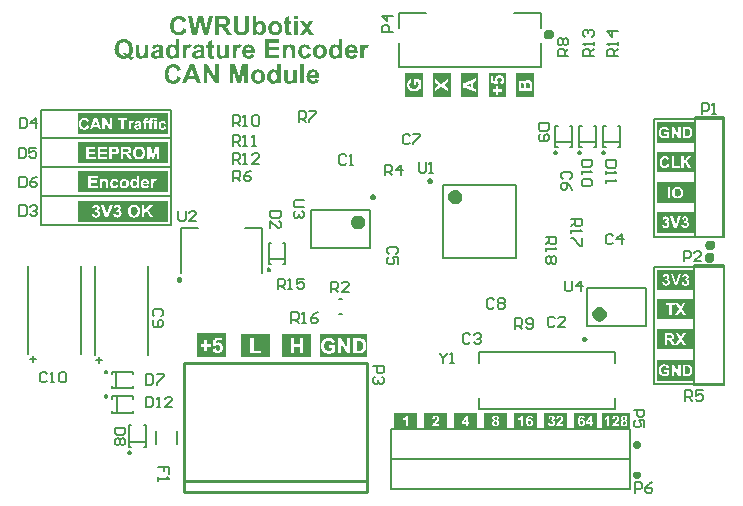
<source format=gbr>
%FSTAX23Y23*%
%MOIN*%
%SFA1B1*%

%IPPOS*%
%ADD49C,0.012205*%
%ADD50C,0.009842*%
%ADD51C,0.023622*%
%ADD52C,0.015000*%
%ADD53C,0.015748*%
%ADD54C,0.007874*%
%ADD55C,0.008000*%
%ADD56C,0.010000*%
%ADD57C,0.005000*%
%ADD58C,0.007000*%
%LNpcb1_legend_top-1*%
%LPD*%
G36*
X01744Y00226D02*
X01665D01*
Y00277*
X01744*
Y00226*
G37*
G36*
X02267Y00879D02*
X02141D01*
Y00948*
X02267*
Y00879*
G37*
G36*
X01733Y01331D02*
X01674D01*
Y0141*
X01733*
Y01331*
G37*
G36*
X02267Y00978D02*
X02141D01*
Y01047*
X02267*
Y00978*
G37*
G36*
X02268Y0059D02*
X02142D01*
Y00659*
X02268*
Y0059*
G37*
G36*
X00707Y00464D02*
X00609D01*
Y00543*
X00707*
Y00464*
G37*
G36*
X01844Y00226D02*
X01765D01*
Y00277*
X01844*
Y00226*
G37*
G36*
X00511Y0111D02*
X00211D01*
Y0118*
X00511*
Y0111*
G37*
G36*
X01344Y00226D02*
X01265D01*
Y00277*
X01344*
Y00226*
G37*
G36*
X01944D02*
X01865D01*
Y00277*
X01944*
Y00226*
G37*
G36*
X02267Y01178D02*
X02141D01*
Y01247*
X02267*
Y01178*
G37*
G36*
X00511Y01207D02*
X00211D01*
Y01277*
X00511*
Y01207*
G37*
G36*
Y00916D02*
X00211D01*
Y00986*
X00511*
Y00916*
G37*
G36*
X00854Y00463D02*
X00756D01*
Y00542*
X00854*
Y00463*
G37*
G36*
X02267Y00386D02*
X02141D01*
Y00455*
X02267*
Y00386*
G37*
G36*
X01177Y00463D02*
X01019D01*
Y00542*
X01177*
Y00463*
G37*
G36*
X01547Y01331D02*
X01488D01*
Y0141*
X01547*
Y01331*
G37*
G36*
X01644Y00226D02*
X01565D01*
Y00277*
X01644*
Y00226*
G37*
G36*
X02268Y00687D02*
X02142D01*
Y00756*
X02268*
Y00687*
G37*
G36*
X00511Y01013D02*
X00211D01*
Y01083*
X00511*
Y01013*
G37*
G36*
X02054Y00226D02*
X01959D01*
Y00277*
X02054*
Y00226*
G37*
G36*
X01444D02*
X01365D01*
Y00277*
X01444*
Y00226*
G37*
G36*
X01544D02*
X01465D01*
Y00277*
X01544*
Y00226*
G37*
G36*
X00945Y0159D02*
X00932D01*
Y01601*
X00945*
Y0159*
G37*
G36*
X00551Y01602D02*
X00552Y01602D01*
X00553Y01602*
X00554Y01602*
X00555Y01601*
X00557Y01601*
X00558Y016*
X0056Y016*
X00562Y01599*
X00563Y01598*
X00565Y01598*
X00566Y01596*
X00568Y01595*
X00568*
X00568Y01595*
X00568Y01595*
X00568Y01595*
X00569Y01594*
X00569Y01594*
X0057Y01592*
X00571Y01591*
X00572Y01589*
X00573Y01586*
X00574Y01584*
X00561Y01581*
Y01581*
X00561Y01581*
Y01581*
X00561Y01582*
X00561Y01582*
X0056Y01583*
X0056Y01585*
X00559Y01586*
X00558Y01587*
X00557Y01588*
X00557Y01588*
X00556Y01589*
X00555Y01589*
X00554Y0159*
X00553Y0159*
X00552Y01591*
X0055Y01591*
X00548Y01591*
X00548*
X00547Y01591*
X00546Y01591*
X00546Y01591*
X00544Y01591*
X00542Y0159*
X0054Y01589*
X00539Y01589*
X00539Y01588*
X00538Y01587*
X00537Y01586*
Y01586*
X00537Y01586*
X00536Y01586*
X00536Y01585*
X00536Y01585*
X00535Y01584*
X00535Y01583*
X00535Y01582*
X00534Y01581*
X00534Y0158*
X00534Y01579*
X00533Y01577*
X00533Y01576*
X00533Y01574*
X00533Y01572*
X00533Y0157*
Y0157*
Y01569*
Y01569*
X00533Y01568*
Y01567*
X00533Y01566*
X00533Y01564*
X00533Y01563*
X00534Y0156*
X00534Y01557*
X00535Y01556*
X00535Y01555*
X00536Y01554*
X00537Y01553*
X00537Y01553*
X00537Y01552*
X00537Y01552*
X00538Y01552*
X00539Y01551*
X0054Y0155*
X00541Y01549*
X00543Y01548*
X00545Y01548*
X00547Y01548*
X00548Y01548*
X00548*
X00549Y01548*
X0055Y01548*
X00551Y01548*
X00552Y01548*
X00554Y01549*
X00555Y0155*
X00557Y01551*
X00557Y01551*
X00557Y01551*
X00558Y01552*
X00559Y01553*
X00559Y01555*
X0056Y01556*
X00561Y01559*
X00562Y01561*
X00574Y01557*
Y01557*
X00574Y01557*
X00574Y01556*
X00574Y01555*
X00573Y01555*
X00573Y01554*
X00572Y01553*
X00572Y01551*
X00571Y01549*
X00569Y01546*
X00567Y01544*
X00566Y01543*
X00565Y01542*
X00565Y01542*
X00564Y01542*
X00564Y01541*
X00564Y01541*
X00563Y01541*
X00562Y0154*
X00561Y0154*
X0056Y01539*
X00559Y01539*
X00558Y01538*
X00556Y01538*
X00555Y01538*
X00553Y01537*
X00552Y01537*
X0055Y01537*
X00548Y01537*
X00547*
X00547Y01537*
X00546Y01537*
X00545Y01537*
X00544Y01537*
X00542Y01538*
X00541Y01538*
X00539Y01538*
X00538Y01539*
X00536Y0154*
X00534Y0154*
X00532Y01541*
X00531Y01543*
X00529Y01544*
X00527Y01545*
X00527Y01545*
X00527Y01546*
X00527Y01546*
X00526Y01547*
X00526Y01548*
X00525Y01549*
X00524Y0155*
X00523Y01552*
X00523Y01553*
X00522Y01555*
X00521Y01557*
X00521Y01559*
X0052Y01561*
X0052Y01564*
X00519Y01566*
X00519Y01569*
Y01569*
Y01569*
Y0157*
X00519Y0157*
Y01572*
X0052Y01573*
X0052Y01574*
X0052Y01576*
X0052Y01578*
X00521Y0158*
X00521Y01582*
X00522Y01584*
X00523Y01586*
X00524Y01588*
X00525Y0159*
X00526Y01592*
X00527Y01593*
X00528Y01593*
X00528Y01594*
X00528Y01594*
X00529Y01595*
X0053Y01595*
X00531Y01596*
X00532Y01597*
X00533Y01598*
X00535Y01599*
X00536Y01599*
X00538Y016*
X0054Y01601*
X00542Y01601*
X00544Y01602*
X00546Y01602*
X00549Y01602*
X0055*
X00551Y01602*
G37*
G36*
X00982Y01562D02*
X00999Y01538D01*
X00984*
X00975Y01552*
X00965Y01538*
X00951*
X00968Y01561*
X00952Y01584*
X00967*
X00975Y01571*
X00983Y01584*
X00997*
X00982Y01562*
G37*
G36*
X00647Y01538D02*
X00633D01*
X0062Y01585*
X00608Y01538*
X00594*
X00579Y01601*
X00592*
X00602Y01558*
X00613Y01601*
X00628*
X00639Y01557*
X00649Y01601*
X00662*
X00647Y01538*
G37*
G36*
X00782Y01568D02*
Y01568D01*
Y01567*
Y01567*
Y01566*
Y01565*
X00782Y01564*
Y01563*
Y01561*
X00782Y01559*
X00782Y01556*
X00782Y01555*
X00781Y01554*
X00781Y01553*
X00781Y01552*
Y01552*
X00781Y01551*
Y01551*
X00781Y01551*
X00781Y0155*
X0078Y01549*
X0078Y01548*
X00779Y01546*
X00778Y01545*
X00777Y01544*
X00777Y01544*
X00777Y01543*
X00776Y01543*
X00775Y01542*
X00774Y01541*
X00773Y0154*
X00771Y01539*
X0077Y01539*
X0077*
X0077Y01539*
X00769Y01538*
X00769Y01538*
X00769Y01538*
X00768Y01538*
X00767Y01538*
X00767Y01538*
X00765Y01537*
X00763Y01537*
X0076Y01537*
X00758Y01537*
X00756*
X00755Y01537*
X00755*
X00754Y01537*
X00753Y01537*
X0075Y01537*
X00748Y01538*
X00746Y01538*
X00745Y01538*
X00744Y01539*
X00744*
X00744Y01539*
X00743Y01539*
X00742Y0154*
X00741Y0154*
X0074Y01541*
X00739Y01542*
X00738Y01543*
X00737Y01544*
X00736Y01544*
X00736Y01545*
X00736Y01545*
X00735Y01546*
X00735Y01547*
X00734Y01549*
X00733Y0155*
X00733Y01551*
Y01551*
X00733Y01551*
Y01552*
X00733Y01552*
X00733Y01553*
X00733Y01553*
X00733Y01554*
X00732Y01555*
X00732Y01556*
X00732Y01557*
X00732Y01559*
X00732Y0156*
X00732Y01562*
Y01563*
X00732Y01565*
Y01567*
Y01601*
X00745*
Y01567*
Y01567*
Y01566*
Y01566*
Y01565*
Y01565*
Y01564*
X00745Y01562*
Y0156*
X00745Y01559*
X00745Y01558*
Y01557*
X00745Y01557*
X00745Y01556*
Y01556*
X00745Y01555*
X00745Y01555*
X00746Y01554*
X00746Y01553*
X00747Y01552*
X00748Y01551*
X00749Y0155*
X00749Y0155*
X00749Y01549*
X0075Y01549*
X00751Y01549*
X00752Y01548*
X00754Y01548*
X00755Y01548*
X00757Y01548*
X00758*
X00759Y01548*
X0076Y01548*
X00762Y01548*
X00763Y01548*
X00764Y01549*
X00765Y0155*
X00766Y0155*
X00766Y0155*
X00766Y01551*
X00767Y01551*
X00767Y01552*
X00768Y01553*
X00768Y01554*
X00769Y01555*
Y01555*
X00769Y01556*
X00769Y01557*
X00769Y01558*
Y01558*
X00769Y01559*
Y0156*
X00769Y01561*
Y01562*
X00769Y01563*
Y01565*
Y01566*
Y01601*
X00782*
Y01568*
G37*
G36*
X00945Y01538D02*
X00932D01*
Y01584*
X00945*
Y01538*
G37*
G36*
X00698Y01601D02*
X00699D01*
X007Y01601*
X00701*
X00703Y016*
X00706Y016*
X00708Y016*
X00709Y01599*
X0071Y01599*
X0071*
X0071Y01599*
X00711Y01599*
X00711Y01598*
X00713Y01598*
X00714Y01597*
X00715Y01596*
X00716Y01595*
X00717Y01593*
Y01593*
X00717Y01593*
X00717Y01593*
X00718Y01592*
X00718Y01591*
X00719Y0159*
X00719Y01589*
X0072Y01587*
X0072Y01585*
X0072Y01583*
Y01583*
Y01583*
Y01583*
X0072Y01582*
Y01581*
X0072Y01581*
X00719Y01579*
X00719Y01577*
X00718Y01575*
X00717Y01573*
X00717Y01572*
X00716Y01572*
X00716Y01571*
X00716Y01571*
X00715Y01571*
X00715Y01571*
X00715Y0157*
X00714Y0157*
X00713Y0157*
X00713Y01569*
X00712Y01569*
X00711Y01568*
X0071Y01568*
X00709Y01567*
X00708Y01567*
X00706Y01566*
X00705Y01566*
X00703Y01566*
X00703*
X00704Y01566*
X00704Y01565*
X00705Y01565*
X00706Y01564*
X00707Y01563*
X00708Y01562*
X00709Y01561*
X0071Y0156*
X0071Y0156*
X00711Y0156*
X00711Y01559*
X00712Y01558*
X00713Y01557*
X00714Y01556*
X00714Y01555*
X00715Y01554*
X00716Y01553*
X00717Y01551*
X00717Y0155*
X00725Y01538*
X0071*
X00701Y01552*
X00701Y01552*
X007Y01552*
X007Y01552*
X007Y01553*
X00699Y01553*
X00699Y01554*
X00698Y01555*
X00697Y01557*
X00696Y01559*
X00695Y0156*
X00694Y0156*
X00694Y01561*
X00694Y01561*
X00694Y01561*
X00693Y01561*
X00693Y01562*
X00692Y01562*
X00692Y01563*
X00691Y01563*
X0069Y01563*
X0069*
X0069Y01564*
X00689Y01564*
X00689Y01564*
X00688Y01564*
X00687Y01564*
X00685Y01564*
X00681*
Y01538*
X00668*
Y01601*
X00697*
X00698Y01601*
G37*
G36*
X00916Y01584D02*
X00924D01*
Y01574*
X00916*
Y01555*
Y01555*
Y01555*
Y01555*
Y01555*
Y01554*
Y01553*
X00916Y01551*
Y0155*
Y0155*
X00916Y01549*
Y01549*
X00916Y01549*
X00916Y01548*
X00917Y01548*
X00917Y01547*
X00917Y01547*
X00918Y01547*
X00918Y01547*
X00919Y01547*
X00919*
X0092Y01547*
X0092Y01547*
X00921Y01547*
X00922Y01547*
X00923Y01548*
X00924Y01548*
X00925Y01539*
X00925*
X00925Y01539*
X00924Y01538*
X00924Y01538*
X00922Y01538*
X00921Y01537*
X00919Y01537*
X00917Y01537*
X00916Y01537*
X00915*
X00914Y01537*
X00914Y01537*
X00913Y01537*
X00912Y01537*
X00911Y01538*
X0091Y01538*
X0091Y01538*
X00909Y01538*
X00909Y01538*
X00908Y01539*
X00907Y0154*
X00906Y0154*
X00906Y01541*
X00906Y01541*
X00906Y01541*
X00905Y01542*
X00905Y01542*
X00905Y01543*
X00905Y01544*
X00904Y01544*
X00904Y01545*
Y01546*
X00904Y01546*
Y01546*
X00904Y01547*
X00904Y01549*
Y0155*
X00904Y01551*
Y01552*
Y01553*
Y01554*
Y01574*
X00898*
Y01584*
X00904*
Y01593*
X00916Y016*
Y01584*
G37*
G36*
X00872Y01585D02*
X00873Y01584D01*
X00874Y01584*
X00875Y01584*
X00876Y01584*
X00877Y01583*
X00879Y01583*
X0088Y01582*
X00882Y01582*
X00883Y01581*
X00884Y0158*
X00886Y01579*
X00887Y01578*
X00887Y01578*
X00887Y01578*
X00888Y01577*
X00888Y01577*
X00889Y01576*
X00889Y01575*
X0089Y01574*
X0089Y01573*
X00891Y01572*
X00892Y01571*
X00892Y01569*
X00893Y01568*
X00893Y01566*
X00893Y01565*
X00894Y01563*
X00894Y01561*
Y01561*
Y0156*
Y0156*
X00894Y01559*
X00894Y01558*
X00893Y01557*
X00893Y01556*
X00893Y01555*
X00893Y01553*
X00892Y01552*
X00892Y01551*
X00891Y01549*
X0089Y01548*
X00889Y01546*
X00888Y01545*
X00887Y01544*
X00887Y01544*
X00887Y01543*
X00886Y01543*
X00886Y01543*
X00885Y01542*
X00884Y01542*
X00883Y01541*
X00882Y0154*
X00881Y0154*
X0088Y01539*
X00879Y01538*
X00877Y01538*
X00875Y01538*
X00874Y01537*
X00872Y01537*
X0087Y01537*
X00869*
X00869Y01537*
X00868*
X00868Y01537*
X00866Y01537*
X00864Y01538*
X00862Y01538*
X0086Y01539*
X00858Y0154*
X00858*
X00858Y0154*
X00858Y0154*
X00857Y0154*
X00856Y01541*
X00855Y01542*
X00854Y01543*
X00852Y01544*
X00851Y01546*
X00849Y01548*
Y01548*
X00849Y01548*
X00849Y01549*
X00849Y01549*
X00849Y0155*
X00849Y0155*
X00848Y01551*
X00848Y01552*
X00848Y01553*
X00847Y01554*
X00847Y01556*
X00847Y01559*
X00847Y01561*
Y01561*
Y01562*
Y01562*
X00847Y01562*
Y01563*
X00847Y01564*
X00847Y01565*
X00847Y01567*
X00848Y01569*
X00848Y01571*
X00849Y01573*
Y01573*
X0085Y01573*
X0085Y01574*
X0085Y01574*
X00851Y01575*
X00852Y01576*
X00853Y01578*
X00854Y01579*
X00856Y0158*
X00858Y01582*
X00858*
X00858Y01582*
X00858Y01582*
X00859Y01582*
X00859Y01582*
X0086Y01583*
X00861Y01583*
X00861Y01583*
X00863Y01584*
X00865Y01584*
X00868Y01585*
X0087Y01585*
X00871*
X00872Y01585*
G37*
G36*
X00807Y01578D02*
X00807Y01578D01*
X00807Y01579*
X00808Y01579*
X00808Y01579*
X00809Y0158*
X00809Y0158*
X0081Y01581*
X00811Y01581*
X00813Y01583*
X00815Y01584*
X00816Y01584*
X00818Y01584*
X00819Y01585*
X0082Y01585*
X00821*
X00822Y01585*
X00822Y01584*
X00823Y01584*
X00824Y01584*
X00825Y01584*
X00827Y01583*
X00828Y01583*
X0083Y01582*
X00831Y01581*
X00832Y01581*
X00833Y0158*
X00834Y01579*
X00834Y01578*
X00834Y01578*
X00835Y01578*
X00835Y01577*
X00835Y01577*
X00836Y01576*
X00836Y01575*
X00837Y01574*
X00837Y01573*
X00838Y01572*
X00838Y0157*
X00839Y01569*
X00839Y01567*
X00839Y01565*
X0084Y01563*
X0084Y01561*
Y01561*
Y01561*
Y0156*
X0084Y01559*
X0084Y01558*
X00839Y01557*
X00839Y01556*
X00839Y01555*
X00838Y01552*
X00838Y0155*
X00837Y01549*
X00837Y01547*
X00836Y01546*
X00835Y01544*
X00834Y01543*
X00834Y01543*
X00834Y01543*
X00834Y01543*
X00833Y01542*
X00832Y01542*
X00832Y01541*
X00831Y01541*
X0083Y0154*
X00829Y01539*
X00828Y01539*
X00826Y01538*
X00825Y01537*
X00823Y01537*
X00822Y01537*
X0082Y01537*
X0082*
X00819Y01537*
X00818Y01537*
X00817Y01537*
X00816Y01538*
X00814Y01538*
X00813Y01539*
X00813Y01539*
X00812Y01539*
X00811Y0154*
X0081Y0154*
X00809Y01541*
X00808Y01542*
X00807Y01543*
X00806Y01545*
Y01538*
X00795*
Y01601*
X00807Y01601*
Y01578*
G37*
G36*
X01094Y0146D02*
X01083D01*
Y01467*
X01082Y01466*
X01082Y01466*
X01081Y01465*
X01081Y01464*
X0108Y01463*
X01079Y01462*
X01077Y01462*
X01076Y01461*
X01076Y01461*
X01075Y0146*
X01074Y0146*
X01074Y0146*
X01072Y01459*
X01071Y01459*
X0107Y01459*
X01068Y01459*
X01067*
X01067Y01459*
X01066Y01459*
X01065Y01459*
X01065Y01459*
X01064Y0146*
X01063Y0146*
X01061Y0146*
X0106Y01461*
X01059Y01462*
X01058Y01462*
X01057Y01463*
X01056Y01464*
X01055Y01465*
X01055Y01465*
X01054Y01465*
X01054Y01466*
X01054Y01466*
X01053Y01467*
X01053Y01468*
X01052Y01469*
X01052Y0147*
X01051Y01471*
X01051Y01472*
X0105Y01474*
X0105Y01475*
X0105Y01477*
X01049Y01479*
X01049Y01481*
X01049Y01483*
Y01483*
Y01483*
Y01484*
X01049Y01485*
X01049Y01486*
X01049Y01487*
X0105Y01488*
X0105Y01489*
X0105Y01492*
X01051Y01494*
X01051Y01495*
X01052Y01497*
X01053Y01498*
X01054Y01499*
X01055Y01501*
X01055Y01501*
X01055Y01501*
X01055Y01501*
X01056Y01502*
X01056Y01502*
X01057Y01502*
X01057Y01503*
X01058Y01504*
X01059Y01504*
X0106Y01505*
X01063Y01506*
X01064Y01506*
X01065Y01506*
X01067Y01507*
X01068Y01507*
X01069*
X0107Y01507*
X0107Y01506*
X01071Y01506*
X01072Y01506*
X01073Y01506*
X01074Y01506*
X01075Y01505*
X01076Y01505*
X01077Y01504*
X01078Y01503*
X01079Y01502*
X01081Y01501*
X01082Y015*
Y01523*
X01094*
Y0146*
G37*
G36*
X0055D02*
X00539D01*
Y01467*
X00539Y01466*
X00539Y01466*
X00538Y01465*
X00537Y01464*
X00536Y01463*
X00535Y01462*
X00534Y01462*
X00532Y01461*
X00532Y01461*
X00532Y0146*
X00531Y0146*
X0053Y0146*
X00529Y01459*
X00527Y01459*
X00526Y01459*
X00525Y01459*
X00524*
X00523Y01459*
X00523Y01459*
X00522Y01459*
X00521Y01459*
X0052Y0146*
X00519Y0146*
X00518Y0146*
X00517Y01461*
X00516Y01462*
X00515Y01462*
X00513Y01463*
X00512Y01464*
X00511Y01465*
X00511Y01465*
X00511Y01465*
X00511Y01466*
X0051Y01466*
X0051Y01467*
X00509Y01468*
X00509Y01469*
X00508Y0147*
X00508Y01471*
X00507Y01472*
X00507Y01474*
X00507Y01475*
X00506Y01477*
X00506Y01479*
X00506Y01481*
X00506Y01483*
Y01483*
Y01483*
Y01484*
X00506Y01485*
X00506Y01486*
X00506Y01487*
X00506Y01488*
X00506Y01489*
X00507Y01492*
X00507Y01494*
X00508Y01495*
X00509Y01497*
X00509Y01498*
X0051Y01499*
X00511Y01501*
X00511Y01501*
X00511Y01501*
X00512Y01501*
X00512Y01502*
X00513Y01502*
X00513Y01502*
X00514Y01503*
X00515Y01504*
X00516Y01504*
X00517Y01505*
X00519Y01506*
X0052Y01506*
X00522Y01506*
X00523Y01507*
X00525Y01507*
X00526*
X00526Y01507*
X00527Y01506*
X00528Y01506*
X00528Y01506*
X00529Y01506*
X0053Y01506*
X00532Y01505*
X00533Y01505*
X00534Y01504*
X00535Y01503*
X00536Y01502*
X00537Y01501*
X00538Y015*
Y01523*
X0055*
Y0146*
G37*
G36*
X01177Y01507D02*
X01178Y01506D01*
X01179Y01506*
X01181Y01506*
X01182Y01505*
X01184Y01504*
X0118Y01494*
X0118Y01494*
X01179Y01494*
X01179Y01494*
X01178Y01495*
X01177Y01495*
X01176Y01495*
X01175Y01496*
X01174Y01496*
X01174*
X01173Y01496*
X01173Y01496*
X01172Y01495*
X01171Y01495*
X01171Y01495*
X0117Y01494*
X0117Y01494*
X0117Y01494*
X01169Y01494*
X01169Y01493*
X01168Y01492*
X01168Y01492*
X01168Y0149*
X01167Y01489*
Y01489*
X01167Y01489*
X01167Y01488*
Y01488*
X01167Y01487*
X01167Y01487*
X01167Y01486*
X01167Y01485*
X01167Y01484*
X01166Y01483*
Y01481*
X01166Y0148*
X01166Y01478*
Y01476*
Y01474*
Y0146*
X01154*
Y01506*
X01165*
Y01499*
X01165Y01499*
X01166Y015*
X01166Y01501*
X01167Y01502*
X01168Y01503*
X01169Y01504*
X0117Y01505*
X0117Y01505*
X01171Y01505*
X01171Y01505*
X01171Y01506*
X01172Y01506*
X01173Y01506*
X01174Y01506*
X01175Y01507*
X01176Y01507*
X01176*
X01177Y01507*
G37*
G36*
X00751D02*
X00752Y01506D01*
X00753Y01506*
X00755Y01506*
X00756Y01505*
X00758Y01504*
X00754Y01494*
X00754Y01494*
X00753Y01494*
X00753Y01494*
X00752Y01495*
X00751Y01495*
X0075Y01495*
X00749Y01496*
X00748Y01496*
X00748*
X00747Y01496*
X00747Y01496*
X00746Y01495*
X00745Y01495*
X00745Y01495*
X00744Y01494*
X00744Y01494*
X00744Y01494*
X00743Y01494*
X00743Y01493*
X00742Y01492*
X00742Y01492*
X00741Y0149*
X00741Y01489*
Y01489*
X00741Y01489*
X00741Y01488*
Y01488*
X00741Y01487*
X00741Y01487*
X00741Y01486*
X00741Y01485*
X0074Y01484*
X0074Y01483*
Y01481*
X0074Y0148*
X0074Y01478*
Y01476*
Y01474*
Y0146*
X00728*
Y01506*
X00739*
Y01499*
X00739Y01499*
X0074Y015*
X0074Y01501*
X00741Y01502*
X00742Y01503*
X00743Y01504*
X00743Y01505*
X00744Y01505*
X00744Y01505*
X00745Y01505*
X00745Y01506*
X00746Y01506*
X00747Y01506*
X00748Y01506*
X00749Y01507*
X0075Y01507*
X0075*
X00751Y01507*
G37*
G36*
X00585D02*
X00586Y01506D01*
X00587Y01506*
X00588Y01506*
X0059Y01505*
X00591Y01504*
X00587Y01494*
X00587Y01494*
X00587Y01494*
X00586Y01494*
X00586Y01495*
X00585Y01495*
X00584Y01495*
X00583Y01496*
X00582Y01496*
X00581*
X00581Y01496*
X0058Y01496*
X0058Y01495*
X00579Y01495*
X00578Y01495*
X00577Y01494*
X00577Y01494*
X00577Y01494*
X00577Y01494*
X00576Y01493*
X00576Y01492*
X00576Y01492*
X00575Y0149*
X00575Y01489*
Y01489*
X00575Y01489*
X00575Y01488*
Y01488*
X00574Y01487*
X00574Y01487*
X00574Y01486*
X00574Y01485*
X00574Y01484*
X00574Y01483*
Y01481*
X00574Y0148*
X00574Y01478*
Y01476*
Y01474*
Y0146*
X00562*
Y01506*
X00573*
Y01499*
X00573Y01499*
X00573Y015*
X00574Y01501*
X00575Y01502*
X00575Y01503*
X00576Y01504*
X00577Y01505*
X00578Y01505*
X00578Y01505*
X00578Y01505*
X00579Y01506*
X0058Y01506*
X0058Y01506*
X00581Y01506*
X00582Y01507*
X00583Y01507*
X00584*
X00585Y01507*
G37*
G36*
X00923D02*
X00924Y01506D01*
X00925Y01506*
X00926Y01506*
X00927Y01506*
X00929Y01505*
X00929Y01505*
X00929Y01505*
X0093Y01505*
X0093Y01504*
X00931Y01504*
X00932Y01503*
X00933Y01502*
X00934Y01501*
X00934Y01501*
X00934Y01501*
X00934Y01501*
X00935Y015*
X00935Y01499*
X00935Y01498*
X00936Y01497*
X00936Y01496*
Y01496*
X00936Y01496*
X00936Y01495*
X00936Y01494*
X00937Y01493*
X00937Y01492*
X00937Y0149*
Y01488*
Y0146*
X00925*
Y01483*
Y01483*
Y01483*
Y01484*
Y01484*
Y01485*
Y01486*
X00925Y01487*
X00924Y01489*
X00924Y0149*
X00924Y01492*
X00924Y01492*
X00924Y01493*
Y01493*
X00924Y01493*
X00923Y01493*
X00923Y01494*
X00922Y01495*
X00922Y01496*
X00921Y01496*
X00921Y01496*
X00921Y01496*
X00921Y01496*
X0092Y01497*
X00919Y01497*
X00919Y01497*
X00918Y01497*
X00917Y01497*
X00916*
X00916Y01497*
X00915Y01497*
X00914Y01497*
X00913Y01497*
X00912Y01496*
X00911Y01496*
X00911Y01495*
X00911Y01495*
X00911Y01495*
X0091Y01494*
X00909Y01494*
X00909Y01493*
X00908Y01492*
X00908Y01491*
Y01491*
X00908Y0149*
X00908Y0149*
X00908Y01489*
X00907Y01488*
X00907Y01487*
X00907Y01486*
Y01485*
X00907Y01484*
X00907Y01483*
Y01482*
Y0148*
Y0146*
X00895*
Y01506*
X00906*
Y01499*
X00906Y01499*
X00906Y01499*
X00907Y015*
X00907Y015*
X00908Y01501*
X00909Y01501*
X00909Y01502*
X0091Y01503*
X00911Y01503*
X00912Y01504*
X00914Y01505*
X00915Y01505*
X00916Y01506*
X00918Y01506*
X0092Y01507*
X00921Y01507*
X00922*
X00923Y01507*
G37*
G36*
X0097D02*
X0097D01*
X00971Y01506*
X00972Y01506*
X00973Y01506*
X00975Y01506*
X00977Y01505*
X0098Y01504*
X00982Y01503*
X00982*
X00982Y01503*
X00982Y01503*
X00982Y01502*
X00983Y01502*
X00984Y015*
X00986Y01499*
X00987Y01497*
X00988Y01495*
X00989Y01492*
X00977Y0149*
Y0149*
X00977Y01491*
X00977Y01491*
X00976Y01492*
X00976Y01493*
X00975Y01494*
X00975Y01495*
X00974Y01495*
X00974Y01495*
X00974Y01496*
X00973Y01496*
X00973Y01496*
X00972Y01497*
X00971Y01497*
X0097Y01497*
X00969Y01497*
X00968*
X00968Y01497*
X00967Y01497*
X00966Y01497*
X00965Y01496*
X00964Y01496*
X00962Y01495*
X00961Y01494*
X00961Y01494*
X00961Y01493*
X0096Y01493*
X0096Y01491*
X00959Y0149*
X00959Y01489*
X00959Y01488*
X00959Y01487*
X00959Y01486*
X00959Y01485*
Y01484*
Y01483*
Y01483*
Y01483*
X00959Y01482*
Y01482*
X00959Y01481*
X00959Y01479*
X00959Y01477*
X0096Y01475*
X0096Y01473*
X00961Y01473*
X00961Y01472*
X00961Y01472*
X00962Y01471*
X00962Y01471*
X00963Y0147*
X00964Y0147*
X00966Y01469*
X00967Y01469*
X00969Y01469*
X00969*
X0097Y01469*
X00971Y01469*
X00972Y01469*
X00973Y0147*
X00973Y0147*
X00974Y01471*
X00974Y01471*
X00975Y01471*
X00975Y01471*
X00976Y01472*
X00976Y01473*
X00977Y01474*
X00977Y01476*
X00978Y01477*
X00989Y01475*
Y01475*
X00989Y01475*
X00989Y01475*
X00989Y01474*
X00989Y01473*
X00988Y01473*
X00988Y01471*
X00987Y01469*
X00986Y01467*
X00984Y01465*
X00983Y01464*
X00982Y01463*
X00982*
X00982Y01463*
X00982Y01463*
X00981Y01462*
X00981Y01462*
X0098Y01462*
X00979Y01461*
X00978Y01461*
X00978Y01461*
X00976Y0146*
X00975Y0146*
X00974Y0146*
X00973Y01459*
X00971Y01459*
X0097Y01459*
X00968Y01459*
X00967*
X00967Y01459*
X00966Y01459*
X00965Y01459*
X00964Y01459*
X00962Y0146*
X00961Y0146*
X0096Y0146*
X00958Y01461*
X00957Y01462*
X00956Y01462*
X00955Y01463*
X00953Y01464*
X00952Y01465*
X00952Y01465*
X00952Y01465*
X00952Y01466*
X00951Y01466*
X00951Y01467*
X0095Y01468*
X0095Y01469*
X00949Y0147*
X00949Y01471*
X00948Y01472*
X00948Y01474*
X00947Y01475*
X00947Y01477*
X00947Y01479*
X00946Y01481*
X00946Y01483*
Y01483*
Y01483*
Y01484*
X00946Y01484*
X00946Y01485*
X00947Y01487*
X00947Y01488*
X00947Y01489*
X00948Y01492*
X00948Y01493*
X00949Y01495*
X00949Y01496*
X0095Y01498*
X00951Y01499*
X00952Y015*
X00952Y015*
X00952Y01501*
X00953Y01501*
X00953Y01501*
X00954Y01502*
X00955Y01502*
X00955Y01503*
X00956Y01503*
X00958Y01504*
X00959Y01505*
X0096Y01505*
X00962Y01506*
X00963Y01506*
X00965Y01506*
X00967Y01507*
X00968Y01507*
X00969*
X0097Y01507*
G37*
G36*
X00716Y0146D02*
X00705D01*
Y01467*
X00705Y01467*
X00705Y01466*
X00704Y01465*
X00703Y01465*
X00702Y01464*
X00701Y01463*
X007Y01462*
X00698Y01461*
X00698Y01461*
X00698Y01461*
X00697Y0146*
X00696Y0146*
X00694Y0146*
X00693Y01459*
X00691Y01459*
X0069Y01459*
X00689*
X00688Y01459*
X00687Y01459*
X00686Y01459*
X00684Y0146*
X00683Y0146*
X00681Y01461*
X00681Y01461*
X00681Y01461*
X0068Y01462*
X00679Y01462*
X00679Y01463*
X00678Y01464*
X00677Y01465*
X00676Y01467*
X00676Y01467*
X00676Y01467*
X00676Y01468*
X00675Y01469*
X00675Y01471*
X00675Y01472*
X00675Y01474*
X00675Y01477*
Y01506*
X00687*
Y01485*
Y01484*
Y01484*
Y01484*
Y01483*
Y01482*
Y01481*
X00687Y0148*
X00687Y01477*
X00687Y01476*
X00687Y01475*
X00687Y01474*
X00687Y01473*
X00687Y01473*
Y01473*
X00687Y01472*
X00688Y01472*
X00688Y01472*
X00688Y01471*
X00689Y0147*
X00689Y0147*
X0069Y01469*
X0069Y01469*
X0069Y01469*
X0069Y01469*
X00691Y01469*
X00692Y01469*
X00692Y01468*
X00693Y01468*
X00694Y01468*
X00695*
X00695Y01468*
X00696Y01468*
X00697Y01469*
X00698Y01469*
X00699Y01469*
X007Y0147*
X007Y0147*
X007Y0147*
X00701Y0147*
X00701Y01471*
X00702Y01472*
X00702Y01472*
X00703Y01473*
X00703Y01474*
Y01474*
X00703Y01475*
Y01475*
X00703Y01475*
X00704Y01476*
X00704Y01476*
X00704Y01477*
X00704Y01478*
X00704Y01479*
Y0148*
X00704Y01482*
X00704Y01483*
Y01485*
Y01486*
Y01506*
X00716*
Y0146*
G37*
G36*
X00447D02*
X00436D01*
Y01467*
X00436Y01467*
X00435Y01466*
X00435Y01465*
X00434Y01465*
X00433Y01464*
X00432Y01463*
X0043Y01462*
X00429Y01461*
X00429Y01461*
X00428Y01461*
X00427Y0146*
X00426Y0146*
X00425Y0146*
X00424Y01459*
X00422Y01459*
X0042Y01459*
X0042*
X00419Y01459*
X00418Y01459*
X00416Y01459*
X00415Y0146*
X00414Y0146*
X00412Y01461*
X00412Y01461*
X00412Y01461*
X00411Y01462*
X0041Y01462*
X00409Y01463*
X00408Y01464*
X00408Y01465*
X00407Y01467*
X00407Y01467*
X00407Y01467*
X00406Y01468*
X00406Y01469*
X00406Y01471*
X00406Y01472*
X00405Y01474*
X00405Y01477*
Y01506*
X00417*
Y01485*
Y01484*
Y01484*
Y01484*
Y01483*
Y01482*
Y01481*
X00417Y0148*
X00418Y01477*
X00418Y01476*
X00418Y01475*
X00418Y01474*
X00418Y01473*
X00418Y01473*
Y01473*
X00418Y01472*
X00418Y01472*
X00419Y01472*
X00419Y01471*
X00419Y0147*
X0042Y0147*
X0042Y01469*
X0042Y01469*
X00421Y01469*
X00421Y01469*
X00422Y01469*
X00422Y01469*
X00423Y01468*
X00424Y01468*
X00425Y01468*
X00425*
X00426Y01468*
X00427Y01468*
X00428Y01469*
X00429Y01469*
X0043Y01469*
X0043Y0147*
X00431Y0147*
X00431Y0147*
X00431Y0147*
X00432Y01471*
X00432Y01472*
X00433Y01472*
X00433Y01473*
X00434Y01474*
Y01474*
X00434Y01475*
Y01475*
X00434Y01475*
X00434Y01476*
X00434Y01476*
X00434Y01477*
X00434Y01478*
X00435Y01479*
Y0148*
X00435Y01482*
X00435Y01483*
Y01485*
Y01486*
Y01506*
X00447*
Y0146*
G37*
G36*
X00883Y01512D02*
X00849D01*
Y01498*
X00881*
Y01488*
X00849*
Y01471*
X00884*
Y0146*
X00837*
Y01523*
X00883*
Y01512*
G37*
G36*
X00616Y01507D02*
X00617D01*
X00619Y01506*
X00621Y01506*
X00623Y01506*
X00625Y01505*
X00625Y01505*
X00626Y01505*
X00626*
X00626Y01505*
X00627Y01504*
X00628Y01504*
X00628Y01503*
X00629Y01503*
X0063Y01502*
X00631Y01501*
X00632Y015*
X00632Y015*
X00632Y01499*
X00632Y01498*
X00633Y01498*
X00633Y01497*
X00633Y01497*
X00633Y01496*
X00633Y01495*
X00633Y01494*
X00633Y01493*
X00633Y01492*
X00634Y0149*
Y01489*
X00633Y01475*
Y01475*
Y01475*
Y01474*
Y01474*
Y01473*
X00633Y01471*
Y0147*
X00634Y01469*
X00634Y01467*
X00634Y01466*
Y01466*
X00634Y01465*
X00634Y01465*
X00634Y01464*
X00635Y01463*
X00635Y01462*
X00636Y01461*
X00636Y0146*
X00624*
Y0146*
X00624Y0146*
X00624Y0146*
X00624Y01461*
X00624Y01461*
X00623Y01462*
X00623Y01463*
X00623Y01463*
Y01464*
X00623Y01464*
X00623Y01464*
X00623Y01464*
X00623Y01465*
X00622Y01465*
X00622Y01464*
X00621Y01464*
X00621Y01463*
X0062Y01462*
X00618Y01462*
X00617Y01461*
X00616Y0146*
X00616Y0146*
X00615Y0146*
X00614Y0146*
X00614Y0146*
X00612Y01459*
X00611Y01459*
X0061Y01459*
X00608Y01459*
X00608*
X00607Y01459*
X00607*
X00606Y01459*
X00604Y01459*
X00602Y0146*
X00601Y0146*
X00599Y01461*
X00597Y01463*
Y01463*
X00597Y01463*
X00597Y01463*
X00596Y01464*
X00595Y01465*
X00594Y01467*
X00594Y01468*
X00593Y0147*
X00593Y01471*
X00593Y01472*
Y01472*
Y01473*
X00593Y01474*
X00593Y01475*
X00594Y01476*
X00594Y01477*
X00594Y01478*
X00595Y01479*
X00595Y01479*
X00595Y0148*
X00596Y0148*
X00596Y01481*
X00597Y01482*
X00598Y01482*
X00599Y01483*
X006Y01484*
X006Y01484*
X00601Y01484*
X00601Y01484*
X00603Y01485*
X00604Y01485*
X00606Y01486*
X00608Y01486*
X0061Y01487*
X0061*
X0061Y01487*
X00611Y01487*
X00611Y01487*
X00612Y01487*
X00613Y01487*
X00614Y01488*
X00616Y01488*
X00618Y01488*
X0062Y01489*
X00621Y01489*
X00622Y0149*
Y01491*
Y01491*
Y01491*
X00622Y01492*
X00621Y01493*
X00621Y01494*
X00621Y01494*
X0062Y01495*
X0062Y01496*
X0062Y01496*
X00619Y01496*
X00619Y01496*
X00618Y01497*
X00617Y01497*
X00616Y01497*
X00615Y01497*
X00613Y01497*
X00613*
X00612Y01497*
X00611Y01497*
X00611Y01497*
X0061Y01497*
X00609Y01496*
X00608Y01496*
X00608Y01496*
X00608Y01496*
X00608Y01495*
X00607Y01495*
X00607Y01494*
X00606Y01493*
X00606Y01493*
X00605Y01491*
X00594Y01493*
Y01494*
X00595Y01494*
X00595Y01494*
X00595Y01495*
X00595Y01495*
X00595Y01496*
X00596Y01497*
X00597Y01499*
X00598Y015*
X00599Y01502*
X00601Y01503*
X00601*
X00601Y01504*
X00601Y01504*
X00602Y01504*
X00602Y01504*
X00603Y01504*
X00603Y01505*
X00604Y01505*
X00605Y01505*
X00606Y01506*
X00607Y01506*
X00608Y01506*
X0061Y01506*
X00611Y01506*
X00613Y01507*
X00616*
X00616Y01507*
G37*
G36*
X00479D02*
X0048D01*
X00482Y01506*
X00484Y01506*
X00486Y01506*
X00488Y01505*
X00488Y01505*
X00489Y01505*
X00489*
X00489Y01505*
X0049Y01504*
X00491Y01504*
X00491Y01503*
X00492Y01503*
X00493Y01502*
X00494Y01501*
X00495Y015*
X00495Y015*
X00495Y01499*
X00495Y01498*
X00495Y01498*
X00496Y01497*
X00496Y01497*
X00496Y01496*
X00496Y01495*
X00496Y01494*
X00496Y01493*
X00496Y01492*
X00496Y0149*
Y01489*
X00496Y01475*
Y01475*
Y01475*
Y01474*
Y01474*
Y01473*
X00496Y01471*
Y0147*
X00497Y01469*
X00497Y01467*
X00497Y01466*
Y01466*
X00497Y01465*
X00497Y01465*
X00497Y01464*
X00498Y01463*
X00498Y01462*
X00498Y01461*
X00499Y0146*
X00487*
Y0146*
X00487Y0146*
X00487Y0146*
X00487Y01461*
X00487Y01461*
X00486Y01462*
X00486Y01463*
X00486Y01463*
Y01464*
X00486Y01464*
X00486Y01464*
X00485Y01464*
X00485Y01465*
X00485Y01465*
X00485Y01464*
X00484Y01464*
X00483Y01463*
X00482Y01462*
X00481Y01462*
X0048Y01461*
X00479Y0146*
X00479Y0146*
X00478Y0146*
X00477Y0146*
X00476Y0146*
X00475Y01459*
X00474Y01459*
X00473Y01459*
X00471Y01459*
X00471*
X0047Y01459*
X00469*
X00469Y01459*
X00467Y01459*
X00465Y0146*
X00464Y0146*
X00462Y01461*
X0046Y01463*
Y01463*
X0046Y01463*
X00459Y01463*
X00459Y01464*
X00458Y01465*
X00457Y01467*
X00457Y01468*
X00456Y0147*
X00456Y01471*
X00456Y01472*
Y01472*
Y01473*
X00456Y01474*
X00456Y01475*
X00457Y01476*
X00457Y01477*
X00457Y01478*
X00458Y01479*
X00458Y01479*
X00458Y0148*
X00459Y0148*
X00459Y01481*
X0046Y01482*
X00461Y01482*
X00462Y01483*
X00463Y01484*
X00463Y01484*
X00464Y01484*
X00464Y01484*
X00465Y01485*
X00467Y01485*
X00468Y01486*
X0047Y01486*
X00473Y01487*
X00473*
X00473Y01487*
X00473Y01487*
X00474Y01487*
X00475Y01487*
X00476Y01487*
X00477Y01488*
X00479Y01488*
X00481Y01488*
X00483Y01489*
X00484Y01489*
X00484Y0149*
Y01491*
Y01491*
Y01491*
X00484Y01492*
X00484Y01493*
X00484Y01494*
X00484Y01494*
X00483Y01495*
X00483Y01496*
X00483Y01496*
X00482Y01496*
X00482Y01496*
X00481Y01497*
X0048Y01497*
X00479Y01497*
X00478Y01497*
X00476Y01497*
X00476*
X00475Y01497*
X00474Y01497*
X00474Y01497*
X00473Y01497*
X00472Y01496*
X00471Y01496*
X00471Y01496*
X00471Y01496*
X0047Y01495*
X0047Y01495*
X0047Y01494*
X00469Y01493*
X00469Y01493*
X00468Y01491*
X00457Y01493*
Y01494*
X00457Y01494*
X00458Y01494*
X00458Y01495*
X00458Y01495*
X00458Y01496*
X00459Y01497*
X0046Y01499*
X00461Y015*
X00462Y01502*
X00464Y01503*
X00464*
X00464Y01504*
X00464Y01504*
X00464Y01504*
X00465Y01504*
X00466Y01504*
X00466Y01505*
X00467Y01505*
X00468Y01505*
X00469Y01506*
X0047Y01506*
X00471Y01506*
X00473Y01506*
X00474Y01506*
X00475Y01507*
X00478*
X00479Y01507*
G37*
G36*
X01125D02*
X01126Y01506D01*
X01127Y01506*
X01128Y01506*
X01129Y01506*
X0113Y01505*
X01131Y01505*
X01133Y01504*
X01134Y01504*
X01135Y01503*
X01137Y01502*
X01138Y01501*
X01139Y015*
X01139Y015*
X01139Y015*
X0114Y01499*
X0114Y01499*
X0114Y01498*
X01141Y01497*
X01141Y01496*
X01142Y01495*
X01143Y01493*
X01143Y01492*
X01144Y0149*
X01144Y01488*
X01144Y01486*
X01145Y01484*
X01145Y01482*
Y01479*
X01115*
Y01479*
Y01479*
Y01479*
X01115Y01478*
X01115Y01477*
X01115Y01476*
X01115Y01475*
X01116Y01473*
X01116Y01472*
X01117Y01471*
X01117Y01471*
X01118Y0147*
X01118Y0147*
X01119Y01469*
X0112Y01469*
X01122Y01468*
X01123Y01468*
X01124Y01468*
X01125*
X01125Y01468*
X01126Y01468*
X01127Y01468*
X01128Y01469*
X01128Y01469*
X01129Y01469*
X01129Y0147*
X01129Y0147*
X0113Y0147*
X0113Y01471*
X01131Y01471*
X01131Y01472*
X01132Y01473*
X01132Y01474*
X01144Y01472*
Y01472*
X01144Y01472*
X01144Y01472*
X01144Y01471*
X01143Y01471*
X01143Y0147*
X01142Y01469*
X01141Y01467*
X0114Y01465*
X01139Y01464*
X01137Y01462*
X01137*
X01137Y01462*
X01136Y01462*
X01136Y01462*
X01135Y01462*
X01135Y01461*
X01134Y01461*
X01133Y01461*
X01131Y0146*
X01129Y01459*
X01127Y01459*
X01124Y01459*
X01124*
X01123Y01459*
X01122*
X01121Y01459*
X0112Y01459*
X01119Y0146*
X01118Y0146*
X01116Y0146*
X01115Y01461*
X01113Y01461*
X01112Y01462*
X0111Y01463*
X01109Y01464*
X01108Y01465*
X01107Y01467*
X01107Y01467*
X01106Y01467*
X01106Y01467*
X01106Y01468*
X01106Y01468*
X01105Y01469*
X01105Y0147*
X01104Y01471*
X01104Y01472*
X01104Y01473*
X01103Y01474*
X01103Y01476*
X01103Y01477*
X01102Y01479*
X01102Y01481*
X01102Y01482*
Y01482*
Y01483*
Y01483*
X01102Y01484*
X01102Y01485*
X01102Y01486*
X01103Y01487*
X01103Y01489*
X01104Y01492*
X01104Y01493*
X01105Y01495*
X01105Y01496*
X01106Y01498*
X01107Y01499*
X01108Y015*
X01108Y015*
X01108Y015*
X01109Y01501*
X01109Y01501*
X0111Y01502*
X0111Y01502*
X01111Y01503*
X01112Y01503*
X01113Y01504*
X01114Y01505*
X01116Y01505*
X01117Y01506*
X01118Y01506*
X0112Y01506*
X01121Y01507*
X01123Y01507*
X01124*
X01125Y01507*
G37*
G36*
X0102D02*
X01021Y01506D01*
X01022Y01506*
X01024Y01506*
X01025Y01506*
X01026Y01505*
X01027Y01505*
X01029Y01504*
X0103Y01504*
X01032Y01503*
X01033Y01502*
X01034Y01501*
X01036Y015*
X01036Y015*
X01036Y015*
X01036Y01499*
X01037Y01499*
X01037Y01498*
X01038Y01497*
X01038Y01496*
X01039Y01495*
X0104Y01494*
X0104Y01493*
X01041Y01491*
X01041Y0149*
X01042Y01488*
X01042Y01487*
X01042Y01485*
X01042Y01483*
Y01483*
Y01482*
Y01482*
X01042Y01481*
X01042Y0148*
X01042Y01479*
X01042Y01478*
X01042Y01477*
X01041Y01475*
X01041Y01474*
X0104Y01473*
X0104Y01471*
X01039Y0147*
X01038Y01468*
X01037Y01467*
X01036Y01466*
X01036Y01466*
X01035Y01465*
X01035Y01465*
X01034Y01465*
X01034Y01464*
X01033Y01464*
X01032Y01463*
X01031Y01462*
X0103Y01462*
X01029Y01461*
X01027Y0146*
X01026Y0146*
X01024Y0146*
X01022Y01459*
X01021Y01459*
X01019Y01459*
X01018*
X01018Y01459*
X01017*
X01017Y01459*
X01015Y01459*
X01013Y0146*
X01011Y0146*
X01009Y01461*
X01007Y01462*
X01007*
X01006Y01462*
X01006Y01462*
X01006Y01462*
X01005Y01463*
X01004Y01464*
X01002Y01465*
X01001Y01466*
X00999Y01468*
X00998Y0147*
Y0147*
X00998Y0147*
X00998Y01471*
X00998Y01471*
X00997Y01472*
X00997Y01472*
X00997Y01473*
X00997Y01474*
X00996Y01475*
X00996Y01476*
X00996Y01478*
X00995Y01481*
X00995Y01483*
Y01483*
Y01484*
Y01484*
X00995Y01484*
Y01485*
X00995Y01486*
X00996Y01487*
X00996Y01489*
X00996Y01491*
X00997Y01493*
X00998Y01495*
Y01495*
X00998Y01495*
X00998Y01495*
X00999Y01496*
X00999Y01497*
X01Y01498*
X01001Y015*
X01003Y01501*
X01005Y01502*
X01006Y01504*
X01007*
X01007Y01504*
X01007Y01504*
X01008Y01504*
X01008Y01504*
X01009Y01505*
X01009Y01505*
X0101Y01505*
X01012Y01506*
X01014Y01506*
X01016Y01507*
X01019Y01507*
X0102*
X0102Y01507*
G37*
G36*
X00782D02*
X00783Y01506D01*
X00784Y01506*
X00785Y01506*
X00786Y01506*
X00787Y01505*
X00789Y01505*
X0079Y01504*
X00791Y01504*
X00793Y01503*
X00794Y01502*
X00795Y01501*
X00796Y015*
X00796Y015*
X00797Y015*
X00797Y01499*
X00797Y01499*
X00798Y01498*
X00798Y01497*
X00799Y01496*
X00799Y01495*
X008Y01493*
X008Y01492*
X00801Y0149*
X00801Y01488*
X00802Y01486*
X00802Y01484*
X00802Y01482*
Y01479*
X00772*
Y01479*
Y01479*
Y01479*
X00772Y01478*
X00772Y01477*
X00772Y01476*
X00772Y01475*
X00773Y01473*
X00774Y01472*
X00775Y01471*
X00775Y01471*
X00775Y0147*
X00776Y0147*
X00776Y01469*
X00777Y01469*
X00779Y01468*
X0078Y01468*
X00782Y01468*
X00782*
X00783Y01468*
X00783Y01468*
X00784Y01468*
X00785Y01469*
X00786Y01469*
X00786Y01469*
X00786Y0147*
X00787Y0147*
X00787Y0147*
X00787Y01471*
X00788Y01471*
X00788Y01472*
X00789Y01473*
X00789Y01474*
X00801Y01472*
Y01472*
X00801Y01472*
X00801Y01472*
X00801Y01471*
X00801Y01471*
X008Y0147*
X008Y01469*
X00799Y01467*
X00797Y01465*
X00796Y01464*
X00794Y01462*
X00794*
X00794Y01462*
X00793Y01462*
X00793Y01462*
X00793Y01462*
X00792Y01461*
X00791Y01461*
X00791Y01461*
X00789Y0146*
X00787Y01459*
X00784Y01459*
X00781Y01459*
X00781*
X0078Y01459*
X0078*
X00779Y01459*
X00777Y01459*
X00776Y0146*
X00775Y0146*
X00773Y0146*
X00772Y01461*
X0077Y01461*
X00769Y01462*
X00768Y01463*
X00766Y01464*
X00765Y01465*
X00764Y01467*
X00764Y01467*
X00764Y01467*
X00763Y01467*
X00763Y01468*
X00763Y01468*
X00762Y01469*
X00762Y0147*
X00762Y01471*
X00761Y01472*
X00761Y01473*
X0076Y01474*
X0076Y01476*
X0076Y01477*
X0076Y01479*
X00759Y01481*
X00759Y01482*
Y01482*
Y01483*
Y01483*
X00759Y01484*
X0076Y01485*
X0076Y01486*
X0076Y01487*
X0076Y01489*
X00761Y01492*
X00761Y01493*
X00762Y01495*
X00763Y01496*
X00763Y01498*
X00764Y01499*
X00765Y015*
X00765Y015*
X00766Y015*
X00766Y01501*
X00766Y01501*
X00767Y01502*
X00768Y01502*
X00768Y01503*
X00769Y01503*
X0077Y01504*
X00772Y01505*
X00773Y01505*
X00774Y01506*
X00775Y01506*
X00777Y01506*
X00779Y01507*
X0078Y01507*
X00781*
X00782Y01507*
G37*
G36*
X00658Y01506D02*
X00666D01*
Y01496*
X00658*
Y01477*
Y01477*
Y01477*
Y01477*
Y01477*
Y01476*
Y01475*
X00658Y01473*
Y01472*
Y01472*
X00658Y01471*
Y01471*
X00658Y01471*
X00659Y0147*
X00659Y0147*
X00659Y01469*
X0066Y01469*
X0066Y01469*
X00661Y01469*
X00661Y01469*
X00662*
X00662Y01469*
X00663Y01469*
X00663Y01469*
X00664Y01469*
X00665Y0147*
X00666Y0147*
X00667Y01461*
X00667*
X00667Y01461*
X00667Y0146*
X00666Y0146*
X00665Y0146*
X00663Y01459*
X00662Y01459*
X0066Y01459*
X00658Y01459*
X00657*
X00657Y01459*
X00656Y01459*
X00655Y01459*
X00654Y01459*
X00653Y0146*
X00652Y0146*
X00652Y0146*
X00651Y0146*
X00651Y0146*
X0065Y01461*
X00649Y01462*
X00649Y01462*
X00648Y01463*
X00648Y01463*
X00648Y01463*
X00648Y01464*
X00647Y01464*
X00647Y01465*
X00647Y01466*
X00647Y01466*
X00646Y01467*
Y01468*
X00646Y01468*
Y01468*
X00646Y01469*
X00646Y01471*
Y01472*
X00646Y01473*
Y01474*
Y01475*
Y01476*
Y01496*
X0064*
Y01506*
X00646*
Y01515*
X00658Y01522*
Y01506*
G37*
G36*
X00366Y01524D02*
X00367D01*
X00369Y01524*
X0037Y01524*
X00371Y01523*
X00373Y01523*
X00375Y01523*
X00377Y01522*
X00379Y01521*
X0038Y0152*
X00382Y01519*
X00384Y01518*
X00386Y01517*
X00387Y01515*
X00387Y01515*
X00388Y01515*
X00388Y01515*
X00389Y01514*
X00389Y01513*
X0039Y01512*
X00391Y01511*
X00391Y01509*
X00392Y01508*
X00393Y01506*
X00394Y01504*
X00394Y01502*
X00395Y01499*
X00395Y01497*
X00395Y01494*
X00396Y01491*
Y01491*
Y01491*
Y01491*
Y0149*
X00395Y01489*
Y01488*
X00395Y01488*
X00395Y01487*
X00395Y01484*
X00395Y01482*
X00394Y01479*
X00393Y01477*
Y01477*
X00393Y01477*
X00393Y01477*
X00393Y01476*
X00392Y01475*
X00392Y01474*
X00391Y01473*
X0039Y01471*
X00389Y01469*
X00388Y01468*
X00388*
X00388Y01468*
X00388Y01467*
X00389Y01467*
X00389Y01467*
X00391Y01466*
X00392Y01465*
X00394Y01464*
X00396Y01463*
X00398Y01463*
X00393Y01453*
X00393*
X00393Y01454*
X00392Y01454*
X00391Y01454*
X00391Y01454*
X0039Y01455*
X00388Y01456*
X00387Y01456*
X00387Y01456*
X00387Y01456*
X00386Y01457*
X00386Y01457*
X00385Y01457*
X00385Y01458*
X00384Y01458*
X00383Y01459*
X00382Y0146*
X0038Y0146*
X00379Y01461*
X00379*
X00379Y01461*
X00378Y01461*
X00378Y01461*
X00377Y01461*
X00377Y01461*
X00376Y0146*
X00375Y0146*
X00373Y0146*
X00371Y01459*
X00368Y01459*
X00365Y01459*
X00365*
X00364Y01459*
X00363Y01459*
X00362Y01459*
X0036Y01459*
X00359Y01459*
X00357Y0146*
X00355Y0146*
X00353Y01461*
X00352Y01462*
X0035Y01462*
X00348Y01463*
X00346Y01464*
X00344Y01466*
X00343Y01467*
X00343Y01467*
X00342Y01468*
X00342Y01468*
X00341Y01469*
X00341Y0147*
X0034Y01471*
X00339Y01472*
X00339Y01473*
X00338Y01475*
X00337Y01477*
X00336Y01479*
X00336Y01481*
X00335Y01483*
X00335Y01486*
X00335Y01489*
X00334Y01491*
Y01492*
Y01492*
X00335Y01493*
Y01494*
X00335Y01495*
X00335Y01497*
X00335Y01498*
X00335Y015*
X00336Y01502*
X00336Y01504*
X00337Y01506*
X00338Y01508*
X00339Y0151*
X0034Y01512*
X00341Y01514*
X00343Y01515*
X00343Y01516*
X00343Y01516*
X00343Y01516*
X00344Y01517*
X00345Y01517*
X00346Y01518*
X00347Y01519*
X00349Y0152*
X0035Y01521*
X00352Y01521*
X00354Y01522*
X00356Y01523*
X00358Y01523*
X0036Y01524*
X00363Y01524*
X00365Y01524*
X00366*
X00366Y01524*
G37*
G36*
X00532Y01441D02*
X00533Y01441D01*
X00535Y0144*
X00536Y0144*
X00537Y0144*
X00539Y0144*
X0054Y01439*
X00542Y01439*
X00543Y01438*
X00545Y01437*
X00546Y01436*
X00548Y01435*
X00549Y01434*
X00549*
X00549Y01434*
X0055Y01434*
X0055Y01433*
X0055Y01433*
X00551Y01432*
X00552Y01431*
X00553Y01429*
X00554Y01427*
X00555Y01425*
X00556Y01422*
X00543Y01419*
Y01419*
X00543Y0142*
Y0142*
X00543Y0142*
X00543Y01421*
X00542Y01422*
X00542Y01423*
X00541Y01425*
X0054Y01426*
X00538Y01427*
X00538Y01427*
X00538Y01428*
X00537Y01428*
X00536Y01429*
X00535Y01429*
X00533Y0143*
X00532Y0143*
X0053Y0143*
X00529*
X00529Y0143*
X00528Y0143*
X00527Y0143*
X00526Y01429*
X00524Y01429*
X00522Y01428*
X00521Y01427*
X0052Y01427*
X00519Y01426*
X00518Y01425*
Y01425*
X00518Y01425*
X00518Y01424*
X00518Y01424*
X00517Y01423*
X00517Y01423*
X00517Y01422*
X00516Y01421*
X00516Y0142*
X00516Y01419*
X00515Y01417*
X00515Y01416*
X00515Y01414*
X00514Y01412*
X00514Y01411*
X00514Y01408*
Y01408*
Y01408*
Y01407*
X00514Y01407*
Y01406*
X00514Y01404*
X00515Y01403*
X00515Y01402*
X00515Y01399*
X00516Y01396*
X00516Y01395*
X00517Y01394*
X00518Y01392*
X00518Y01391*
X00519Y01391*
X00519Y01391*
X00519Y01391*
X00519Y01391*
X0052Y0139*
X00521Y01389*
X00523Y01388*
X00525Y01387*
X00527Y01387*
X00528Y01386*
X0053Y01386*
X0053*
X0053Y01386*
X00531Y01387*
X00533Y01387*
X00534Y01387*
X00535Y01388*
X00537Y01388*
X00538Y0139*
X00538Y0139*
X00539Y0139*
X0054Y01391*
X0054Y01392*
X00541Y01393*
X00542Y01395*
X00543Y01397*
X00544Y014*
X00556Y01396*
Y01396*
X00556Y01395*
X00556Y01395*
X00555Y01394*
X00555Y01393*
X00555Y01392*
X00554Y01391*
X00554Y0139*
X00552Y01388*
X00551Y01385*
X00549Y01383*
X00548Y01381*
X00546Y0138*
X00546Y0138*
X00546Y0138*
X00546Y0138*
X00545Y0138*
X00545Y01379*
X00544Y01379*
X00543Y01378*
X00542Y01378*
X00541Y01377*
X00539Y01377*
X00538Y01377*
X00537Y01376*
X00535Y01376*
X00533Y01376*
X00532Y01376*
X0053Y01375*
X00529*
X00528Y01376*
X00528Y01376*
X00527Y01376*
X00525Y01376*
X00524Y01376*
X00522Y01377*
X00521Y01377*
X00519Y01378*
X00517Y01378*
X00516Y01379*
X00514Y0138*
X00512Y01381*
X00511Y01382*
X00509Y01384*
X00509Y01384*
X00509Y01384*
X00508Y01385*
X00508Y01386*
X00507Y01387*
X00507Y01388*
X00506Y01389*
X00505Y0139*
X00504Y01392*
X00504Y01394*
X00503Y01396*
X00502Y01398*
X00502Y014*
X00501Y01402*
X00501Y01405*
X00501Y01408*
Y01408*
Y01408*
Y01408*
X00501Y01409*
Y0141*
X00501Y01411*
X00502Y01413*
X00502Y01415*
X00502Y01417*
X00503Y01418*
X00503Y0142*
X00504Y01422*
X00505Y01425*
X00505Y01427*
X00507Y01429*
X00508Y0143*
X00509Y01432*
X00509Y01432*
X0051Y01432*
X0051Y01433*
X00511Y01433*
X00511Y01434*
X00512Y01435*
X00514Y01436*
X00515Y01436*
X00516Y01437*
X00518Y01438*
X0052Y01439*
X00522Y01439*
X00524Y0144*
X00526Y0144*
X00528Y01441*
X00531Y01441*
X00532*
X00532Y01441*
G37*
G36*
X00888Y01377D02*
X00876D01*
Y01383*
X00876Y01383*
X00876Y01383*
X00875Y01382*
X00875Y01381*
X00874Y0138*
X00872Y01379*
X00871Y01378*
X0087Y01377*
X0087Y01377*
X00869Y01377*
X00868Y01377*
X00867Y01376*
X00866Y01376*
X00865Y01376*
X00864Y01376*
X00862Y01376*
X00861*
X00861Y01376*
X0086Y01376*
X00859Y01376*
X00858Y01376*
X00857Y01376*
X00856Y01377*
X00855Y01377*
X00854Y01378*
X00853Y01378*
X00852Y01379*
X00851Y0138*
X0085Y01381*
X00849Y01382*
X00849Y01382*
X00848Y01382*
X00848Y01382*
X00848Y01383*
X00847Y01384*
X00847Y01385*
X00846Y01385*
X00846Y01387*
X00845Y01388*
X00845Y01389*
X00844Y0139*
X00844Y01392*
X00844Y01394*
X00843Y01396*
X00843Y01397*
X00843Y014*
Y014*
Y014*
Y01401*
X00843Y01401*
X00843Y01402*
X00843Y01404*
X00844Y01405*
X00844Y01406*
X00844Y01409*
X00845Y0141*
X00845Y01412*
X00846Y01413*
X00847Y01415*
X00848Y01416*
X00848Y01417*
X00849Y01417*
X00849Y01417*
X00849Y01418*
X00849Y01418*
X0085Y01419*
X00851Y01419*
X00851Y0142*
X00852Y0142*
X00853Y01421*
X00854Y01421*
X00857Y01422*
X00858Y01423*
X00859Y01423*
X00861Y01423*
X00862Y01423*
X00863*
X00864Y01423*
X00864Y01423*
X00865Y01423*
X00866Y01423*
X00867Y01422*
X00868Y01422*
X00869Y01422*
X0087Y01421*
X00871Y01421*
X00872Y0142*
X00873Y01419*
X00874Y01418*
X00876Y01417*
Y0144*
X00888*
Y01377*
G37*
G36*
X00681D02*
X00668D01*
X00642Y01418*
Y01377*
X00631*
Y0144*
X00643*
X00669Y01397*
Y0144*
X00681*
Y01377*
G37*
G36*
X00779D02*
X00767D01*
X00767Y01426*
X00755Y01377*
X00743*
X0073Y01426*
Y01377*
X00718*
Y0144*
X00737*
X00749Y01397*
X0076Y0144*
X00779*
Y01377*
G37*
G36*
X00941D02*
X0093D01*
Y01383*
X0093Y01383*
X00929Y01383*
X00929Y01382*
X00928Y01381*
X00927Y0138*
X00926Y01379*
X00925Y01378*
X00923Y01378*
X00923Y01377*
X00922Y01377*
X00922Y01377*
X00921Y01377*
X00919Y01376*
X00918Y01376*
X00916Y01376*
X00915Y01376*
X00914*
X00913Y01376*
X00912Y01376*
X0091Y01376*
X00909Y01376*
X00908Y01377*
X00906Y01378*
X00906Y01378*
X00906Y01378*
X00905Y01378*
X00904Y01379*
X00903Y0138*
X00903Y01381*
X00902Y01382*
X00901Y01383*
X00901Y01383*
X00901Y01384*
X009Y01385*
X009Y01386*
X009Y01387*
X009Y01389*
X00899Y01391*
X00899Y01393*
Y01422*
X00911*
Y01401*
Y01401*
Y01401*
Y014*
Y014*
Y01399*
Y01398*
X00912Y01396*
X00912Y01394*
X00912Y01392*
X00912Y01391*
X00912Y01391*
X00912Y0139*
X00912Y0139*
Y01389*
X00912Y01389*
X00912Y01389*
X00913Y01388*
X00913Y01388*
X00913Y01387*
X00914Y01387*
X00914Y01386*
X00915Y01386*
X00915Y01386*
X00915Y01386*
X00916Y01386*
X00916Y01385*
X00917Y01385*
X00918Y01385*
X00919Y01385*
X0092*
X0092Y01385*
X00921Y01385*
X00922Y01385*
X00923Y01386*
X00924Y01386*
X00925Y01387*
X00925Y01387*
X00925Y01387*
X00925Y01387*
X00926Y01388*
X00927Y01388*
X00927Y01389*
X00928Y0139*
X00928Y01391*
Y01391*
X00928Y01391*
Y01392*
X00928Y01392*
X00928Y01393*
X00928Y01393*
X00929Y01394*
X00929Y01395*
X00929Y01396*
Y01397*
X00929Y01398*
X00929Y014*
Y01401*
Y01403*
Y01422*
X00941*
Y01377*
G37*
G36*
X00966D02*
X00953D01*
Y0144*
X00966*
Y01377*
G37*
G36*
X00624D02*
X0061D01*
X00604Y01391*
X00579*
X00574Y01377*
X0056*
X00585Y0144*
X00598*
X00624Y01377*
G37*
G36*
X00997Y01423D02*
X00998Y01423D01*
X00999Y01423*
X01Y01423*
X01001Y01422*
X01002Y01422*
X01004Y01422*
X01005Y01421*
X01006Y0142*
X01008Y0142*
X01009Y01419*
X0101Y01418*
X01011Y01416*
X01011Y01416*
X01012Y01416*
X01012Y01416*
X01012Y01415*
X01013Y01414*
X01013Y01414*
X01014Y01413*
X01014Y01411*
X01015Y0141*
X01015Y01408*
X01016Y01407*
X01016Y01405*
X01017Y01403*
X01017Y01401*
X01017Y01398*
Y01396*
X00987*
Y01396*
Y01396*
Y01395*
X00987Y01395*
X00987Y01394*
X00987Y01393*
X00988Y01392*
X00988Y0139*
X00989Y01389*
X0099Y01388*
X0099Y01387*
X0099Y01387*
X00991Y01387*
X00992Y01386*
X00993Y01386*
X00994Y01385*
X00995Y01385*
X00997Y01385*
X00997*
X00998Y01385*
X00998Y01385*
X00999Y01385*
X01Y01385*
X01001Y01386*
X01001Y01386*
X01001Y01386*
X01002Y01386*
X01002Y01387*
X01002Y01387*
X01003Y01388*
X01003Y01389*
X01004Y0139*
X01004Y01391*
X01016Y01389*
Y01389*
X01016Y01389*
X01016Y01389*
X01016Y01388*
X01016Y01388*
X01015Y01387*
X01015Y01385*
X01014Y01384*
X01012Y01382*
X01011Y0138*
X01009Y01379*
X01009*
X01009Y01379*
X01009Y01379*
X01008Y01378*
X01008Y01378*
X01007Y01378*
X01006Y01378*
X01006Y01377*
X01004Y01377*
X01002Y01376*
X00999Y01376*
X00997Y01376*
X00996*
X00995Y01376*
X00995*
X00994Y01376*
X00992Y01376*
X00991Y01376*
X0099Y01377*
X00988Y01377*
X00987Y01377*
X00986Y01378*
X00984Y01379*
X00983Y0138*
X00981Y01381*
X0098Y01382*
X00979Y01383*
X00979Y01383*
X00979Y01384*
X00979Y01384*
X00978Y01384*
X00978Y01385*
X00978Y01386*
X00977Y01387*
X00977Y01388*
X00976Y01389*
X00976Y0139*
X00975Y01391*
X00975Y01393*
X00975Y01394*
X00975Y01396*
X00975Y01397*
X00974Y01399*
Y01399*
Y014*
Y014*
X00975Y01401*
X00975Y01402*
X00975Y01403*
X00975Y01404*
X00975Y01406*
X00976Y01408*
X00976Y0141*
X00977Y01411*
X00978Y01413*
X00978Y01414*
X00979Y01416*
X0098Y01417*
X0098Y01417*
X00981Y01417*
X00981Y01417*
X00981Y01418*
X00982Y01418*
X00983Y01419*
X00984Y01419*
X00984Y0142*
X00985Y01421*
X00987Y01421*
X00988Y01422*
X00989Y01422*
X00991Y01423*
X00992Y01423*
X00994Y01423*
X00995Y01423*
X00996*
X00997Y01423*
G37*
G36*
X00814D02*
X00815Y01423D01*
X00816Y01423*
X00817Y01423*
X00819Y01422*
X0082Y01422*
X00821Y01422*
X00823Y01421*
X00824Y0142*
X00826Y0142*
X00827Y01419*
X00828Y01418*
X0083Y01417*
X0083Y01416*
X0083Y01416*
X0083Y01416*
X00831Y01415*
X00831Y01415*
X00832Y01414*
X00832Y01413*
X00833Y01412*
X00834Y01411*
X00834Y01409*
X00835Y01408*
X00835Y01407*
X00836Y01405*
X00836Y01403*
X00836Y01401*
X00836Y014*
Y01399*
Y01399*
Y01399*
X00836Y01398*
X00836Y01397*
X00836Y01396*
X00836Y01395*
X00836Y01394*
X00835Y01392*
X00835Y01391*
X00834Y01389*
X00834Y01388*
X00833Y01386*
X00832Y01385*
X00831Y01384*
X0083Y01382*
X00829Y01382*
X00829Y01382*
X00829Y01382*
X00828Y01381*
X00828Y01381*
X00827Y0138*
X00826Y0138*
X00825Y01379*
X00824Y01378*
X00823Y01378*
X00821Y01377*
X0082Y01377*
X00818Y01376*
X00816Y01376*
X00815Y01376*
X00813Y01376*
X00812*
X00812Y01376*
X00811*
X0081Y01376*
X00809Y01376*
X00807Y01376*
X00805Y01377*
X00803Y01377*
X00801Y01378*
X00801*
X008Y01378*
X008Y01379*
X008Y01379*
X00799Y0138*
X00798Y0138*
X00796Y01382*
X00795Y01383*
X00793Y01385*
X00792Y01387*
Y01387*
X00792Y01387*
X00792Y01387*
X00792Y01388*
X00791Y01388*
X00791Y01389*
X00791Y0139*
X00791Y0139*
X0079Y01391*
X0079Y01392*
X0079Y01395*
X00789Y01397*
X00789Y014*
Y014*
Y014*
Y01401*
X00789Y01401*
Y01402*
X00789Y01402*
X00789Y01404*
X0079Y01406*
X0079Y01407*
X00791Y0141*
X00792Y01412*
Y01412*
X00792Y01412*
X00792Y01412*
X00793Y01413*
X00793Y01414*
X00794Y01415*
X00795Y01416*
X00797Y01418*
X00799Y01419*
X008Y0142*
X00801*
X00801Y0142*
X00801Y01421*
X00801Y01421*
X00802Y01421*
X00803Y01421*
X00803Y01421*
X00804Y01422*
X00806Y01422*
X00808Y01423*
X0081Y01423*
X00813Y01423*
X00814*
X00814Y01423*
G37*
G36*
X0164Y0141D02*
Y01331D01*
X01581*
Y0141*
X0164*
G37*
G36*
X02267Y0108D02*
X02141D01*
Y01149*
X02267*
Y0108*
G37*
G36*
X01455Y01331D02*
X01396D01*
Y0141*
X01455*
Y01331*
G37*
G36*
X0099Y00463D02*
X00892D01*
Y00542*
X0099*
Y00463*
G37*
G36*
X01362Y01331D02*
X01303D01*
Y0141*
X01362*
Y01331*
G37*
G36*
X02267Y0049D02*
X02141D01*
Y00559*
X02267*
Y0049*
G37*
%LNpcb1_legend_top-2*%
%LPC*%
G36*
X01719Y00269D02*
X01719D01*
X01717Y00269*
X01716Y00269*
X01716Y00269*
X01715Y00269*
X01714Y00268*
X01713Y00268*
X01712Y00268*
X01712Y00267*
X01711Y00267*
X01711Y00267*
X0171Y00266*
X0171Y00266*
X0171Y00266*
X01709Y00265*
X01709Y00265*
X01709Y00265*
X01709Y00264*
X01708Y00263*
X01708Y00262*
X01707Y00261*
X01707Y0026*
X01706Y00259*
X01706Y00258*
X01706Y00257*
X01706Y00255*
X01706Y00254*
X01706Y00254*
X01706Y00253*
X01706Y00252*
Y00251*
X01706Y00249*
X01706Y00248*
X01706Y00246*
X01706Y00245*
X01706Y00244*
X01707Y00243*
X01707Y00242*
X01707Y00241*
X01708Y0024*
X01708Y00239*
X01708Y00239*
X01709Y00238*
X01709Y00238*
X01709Y00238*
X01709Y00237*
X01709Y00237*
X0171Y00237*
X0171Y00236*
X01711Y00236*
X01712Y00235*
X01713Y00235*
X01713Y00234*
X01714Y00234*
X01715Y00234*
X01715Y00234*
X01716Y00234*
X01717Y00233*
X01717Y00233*
X01717*
X01718Y00233*
X01718*
X01719Y00233*
X0172Y00233*
X0172Y00234*
X01721Y00234*
X01722Y00234*
X01723Y00234*
X01723Y00235*
X01724Y00235*
X01724Y00235*
X01725Y00236*
X01725Y00236*
X01725Y00236*
X01726Y00236*
X01726Y00236*
X01726Y00237*
X01726Y00237*
X01727Y00237*
X01727Y00238*
X01728Y00239*
X01728Y00239*
X01728Y0024*
X01728Y00241*
X01729Y00242*
X01729Y00243*
X01729Y00243*
X01729Y00244*
X01729Y00244*
X01729Y00245*
Y00245*
X01729Y00246*
X01729Y00247*
X01729Y00248*
X01729Y00249*
X01729Y0025*
X01728Y0025*
X01728Y00251*
X01728Y00251*
X01727Y00252*
X01727Y00252*
X01727Y00253*
X01727Y00253*
X01726Y00253*
X01726Y00254*
X01726Y00254*
X01726Y00254*
X01726Y00254*
X01725Y00255*
X01724Y00255*
X01724Y00256*
X01723Y00256*
X01723Y00256*
X01721Y00257*
X01721Y00257*
X0172Y00257*
X0172Y00257*
X0172Y00257*
X01719Y00257*
X01719*
X01718Y00257*
X01718Y00257*
X01717Y00257*
X01716Y00256*
X01715Y00256*
X01714Y00255*
X01714Y00255*
X01713Y00255*
X01713Y00254*
X01713Y00254*
X01713Y00254*
X01713Y00254*
X01713Y00254*
X01713Y00255*
X01713Y00256*
X01713Y00257*
X01713Y00258*
X01713Y00258*
X01713Y00259*
X01714Y0026*
X01714Y0026*
X01714Y00261*
X01714Y00261*
X01714Y00261*
X01714Y00262*
X01714Y00262*
X01714Y00262*
X01714Y00262*
X01715Y00263*
X01716Y00263*
X01716Y00263*
X01717Y00264*
X01717Y00264*
X01718Y00264*
X01718Y00264*
X01718*
X01719Y00264*
X01719Y00264*
X0172Y00264*
X0172Y00263*
X0172Y00263*
X01721Y00263*
X01721Y00263*
X01721Y00263*
X01721Y00262*
X01721Y00262*
X01722Y00262*
X01722Y00261*
X01722Y00261*
X01722Y0026*
X01722Y0026*
Y0026*
X01729Y00261*
X01728Y00262*
X01728Y00263*
X01727Y00265*
X01727Y00266*
X01726Y00266*
X01726Y00267*
X01726Y00267*
X01725Y00267*
X01725Y00267*
X01725Y00267*
X01725*
X01725Y00268*
X01724Y00268*
X01723Y00269*
X01722Y00269*
X01721Y00269*
X0172Y00269*
X0172Y00269*
X01719*
X01719Y00269*
G37*
G36*
X01695D02*
X0169D01*
X01689Y00268*
X01689Y00267*
X01688Y00266*
X01687Y00265*
X01687Y00265*
X01686Y00264*
X01686Y00264*
X01686Y00264*
X01686Y00264*
X01686Y00264*
X01685Y00263*
X01683Y00262*
X01683Y00262*
X01682Y00261*
X01681Y00261*
X0168Y00261*
X0168Y00261*
X0168Y00261*
X0168Y00261*
X0168*
Y00254*
X01682Y00255*
X01683Y00256*
X01684Y00256*
X01685Y00257*
X01686Y00257*
X01686Y00258*
X01687Y00258*
X01687Y00258*
X01688Y00259*
X01688Y00259*
X01688Y00259*
X01689Y00259*
X01689Y00259*
X01689Y0026*
Y00234*
X01695*
Y00269*
G37*
G36*
X02222Y00933D02*
X02214D01*
X02205Y00905*
X02195Y00933*
X02187*
X022Y00895*
X02209*
X02222Y00933*
G37*
G36*
X02237Y00933D02*
X02236D01*
X02235Y00933*
X02234Y00933*
X02233Y00933*
X02232Y00932*
X02231Y00932*
X02231Y00932*
X02231Y00932*
X02231Y00932*
X02231*
X0223Y00931*
X02229Y00931*
X02228Y0093*
X02228Y0093*
X02227Y00929*
X02227Y00929*
X02227Y00929*
X02227Y00928*
X02226Y00928*
X02226Y00927*
X02225Y00926*
X02225Y00925*
X02225Y00924*
X02225Y00924*
X02225Y00923*
Y00923*
X02225Y00923*
Y00923*
X02231Y00922*
X02231Y00923*
X02232Y00923*
X02232Y00924*
X02232Y00925*
X02232Y00925*
X02233Y00925*
X02233Y00926*
X02233Y00926*
X02233Y00926*
X02234Y00926*
X02234Y00927*
X02235Y00927*
X02235Y00927*
X02236Y00927*
X02236*
X02237Y00927*
X02237Y00927*
X02238Y00927*
X02238Y00926*
X02239Y00926*
X02239Y00926*
X02239Y00926*
X02239Y00926*
X02239Y00925*
X0224Y00925*
X0224Y00924*
X0224Y00924*
X0224Y00923*
X0224Y00923*
Y00923*
Y00923*
X0224Y00922*
X0224Y00921*
X0224Y00921*
X02239Y0092*
X02239Y0092*
X02239Y00919*
X02239Y00919*
X02239Y00919*
X02238Y00919*
X02237Y00918*
X02236Y00918*
X02236Y00918*
X02235Y00918*
X02235Y00918*
X02234*
X02233Y00912*
X02234Y00912*
X02235Y00912*
X02235Y00912*
X02236Y00912*
X02236Y00913*
X02237*
X02237Y00912*
X02238Y00912*
X02239Y00912*
X02239Y00912*
X0224Y00911*
X0224Y00911*
X0224Y00911*
X0224Y00911*
X02241Y0091*
X02241Y0091*
X02241Y00909*
X02241Y00908*
X02242Y00907*
X02242Y00907*
Y00907*
Y00907*
Y00907*
X02242Y00905*
X02241Y00905*
X02241Y00904*
X02241Y00903*
X02241Y00903*
X0224Y00902*
X0224Y00902*
X0224Y00902*
X02239Y00901*
X02239Y00901*
X02238Y00901*
X02238Y009*
X02237Y009*
X02237Y009*
X02236Y009*
X02236*
X02236Y009*
X02235Y009*
X02234Y00901*
X02234Y00901*
X02233Y00901*
X02233Y00901*
X02233Y00901*
X02233Y00902*
X02232Y00902*
X02232Y00903*
X02232Y00904*
X02231Y00904*
X02231Y00905*
X02231Y00905*
X02231Y00906*
Y00906*
Y00906*
X02224Y00905*
X02224Y00904*
X02224Y00903*
X02225Y00902*
X02225Y009*
X02226Y009*
X02226Y00899*
X02226Y00899*
X02227Y00898*
X02227Y00898*
X02227Y00898*
X02228Y00897*
X02228Y00897*
X02228Y00897*
X02228Y00897*
X02228Y00897*
X02229Y00896*
X0223Y00896*
X02231Y00895*
X02232Y00895*
X02233Y00895*
X02234Y00894*
X02235Y00894*
X02235Y00894*
X02235Y00894*
X02236Y00894*
X02236*
X02237Y00894*
X02238Y00894*
X02239Y00895*
X0224Y00895*
X02241Y00895*
X02242Y00895*
X02242Y00896*
X02243Y00896*
X02243Y00896*
X02244Y00897*
X02244Y00897*
X02245Y00897*
X02245Y00897*
X02245Y00898*
X02245Y00898*
X02245Y00898*
X02246Y00898*
X02247Y00899*
X02247Y009*
X02248Y009*
X02248Y00901*
X02248Y00902*
X02249Y00903*
X02249Y00904*
X02249Y00904*
X02249Y00905*
X02249Y00905*
X02249Y00906*
Y00906*
X02249Y00907*
X02249Y00909*
X02248Y0091*
X02248Y0091*
X02248Y00911*
X02247Y00912*
X02247Y00912*
X02247Y00912*
X02246Y00913*
X02245Y00914*
X02245Y00914*
X02244Y00915*
X02243Y00915*
X02242Y00915*
X02242Y00915*
X02242*
X02242Y00915*
X02242*
X02243Y00916*
X02244Y00916*
X02244Y00917*
X02245Y00918*
X02246Y00918*
X02246Y00919*
X02246Y0092*
X02247Y0092*
X02247Y00921*
X02247Y00921*
X02247Y00922*
X02247Y00922*
X02247Y00923*
X02247Y00923*
Y00923*
Y00923*
X02247Y00924*
X02247Y00924*
X02247Y00926*
X02247Y00927*
X02246Y00928*
X02246Y00928*
X02245Y00929*
X02245Y00929*
X02245Y00929*
X02245Y00929*
X02245Y00929*
X02244Y0093*
X02243Y00931*
X02243Y00931*
X02242Y00931*
X02241Y00932*
X02241Y00932*
X02239Y00932*
X02239Y00933*
X02238Y00933*
X02238Y00933*
X02237Y00933*
X02237Y00933*
G37*
G36*
X02172D02*
X02172D01*
X0217Y00933*
X02169Y00933*
X02168Y00933*
X02168Y00932*
X02167Y00932*
X02166Y00932*
X02166Y00932*
X02166Y00932*
X02166*
X02165Y00931*
X02164Y00931*
X02164Y0093*
X02163Y0093*
X02163Y00929*
X02162Y00929*
X02162Y00929*
X02162Y00928*
X02162Y00928*
X02161Y00927*
X02161Y00926*
X0216Y00925*
X0216Y00924*
X0216Y00924*
X0216Y00923*
Y00923*
X0216Y00923*
Y00923*
X02167Y00922*
X02167Y00923*
X02167Y00923*
X02167Y00924*
X02167Y00925*
X02168Y00925*
X02168Y00925*
X02168Y00926*
X02168Y00926*
X02169Y00926*
X02169Y00926*
X0217Y00927*
X0217Y00927*
X02171Y00927*
X02171Y00927*
X02171*
X02172Y00927*
X02173Y00927*
X02173Y00927*
X02174Y00926*
X02174Y00926*
X02174Y00926*
X02174Y00926*
X02174Y00926*
X02175Y00925*
X02175Y00925*
X02175Y00924*
X02175Y00924*
X02175Y00923*
X02176Y00923*
Y00923*
Y00923*
X02175Y00922*
X02175Y00921*
X02175Y00921*
X02175Y0092*
X02174Y0092*
X02174Y00919*
X02174Y00919*
X02174Y00919*
X02173Y00919*
X02173Y00918*
X02172Y00918*
X02171Y00918*
X0217Y00918*
X0217Y00918*
X02169*
X02169Y00912*
X02169Y00912*
X0217Y00912*
X02171Y00912*
X02171Y00912*
X02171Y00913*
X02172*
X02173Y00912*
X02173Y00912*
X02174Y00912*
X02175Y00912*
X02175Y00911*
X02175Y00911*
X02175Y00911*
X02176Y00911*
X02176Y0091*
X02176Y0091*
X02177Y00909*
X02177Y00908*
X02177Y00907*
X02177Y00907*
Y00907*
Y00907*
Y00907*
X02177Y00905*
X02177Y00905*
X02177Y00904*
X02176Y00903*
X02176Y00903*
X02176Y00902*
X02176Y00902*
X02175Y00902*
X02175Y00901*
X02174Y00901*
X02174Y00901*
X02173Y009*
X02172Y009*
X02172Y009*
X02172Y009*
X02172*
X02171Y009*
X0217Y009*
X0217Y00901*
X02169Y00901*
X02169Y00901*
X02168Y00901*
X02168Y00901*
X02168Y00902*
X02168Y00902*
X02167Y00903*
X02167Y00904*
X02167Y00904*
X02167Y00905*
X02166Y00905*
X02166Y00906*
Y00906*
Y00906*
X02159Y00905*
X02159Y00904*
X0216Y00903*
X0216Y00902*
X02161Y009*
X02161Y009*
X02162Y00899*
X02162Y00899*
X02162Y00898*
X02162Y00898*
X02163Y00898*
X02163Y00897*
X02163Y00897*
X02163Y00897*
X02163Y00897*
X02164Y00897*
X02165Y00896*
X02165Y00896*
X02166Y00895*
X02167Y00895*
X02169Y00895*
X02169Y00894*
X0217Y00894*
X0217Y00894*
X02171Y00894*
X02171Y00894*
X02172*
X02173Y00894*
X02174Y00894*
X02175Y00895*
X02175Y00895*
X02176Y00895*
X02177Y00895*
X02178Y00896*
X02178Y00896*
X02179Y00896*
X02179Y00897*
X0218Y00897*
X0218Y00897*
X0218Y00897*
X02181Y00898*
X02181Y00898*
X02181Y00898*
X02181Y00898*
X02182Y00899*
X02183Y009*
X02183Y009*
X02183Y00901*
X02184Y00902*
X02184Y00903*
X02184Y00904*
X02184Y00904*
X02184Y00905*
X02184Y00905*
X02184Y00906*
Y00906*
X02184Y00907*
X02184Y00909*
X02184Y0091*
X02184Y0091*
X02183Y00911*
X02183Y00912*
X02183Y00912*
X02183Y00912*
X02182Y00913*
X02181Y00914*
X0218Y00914*
X02179Y00915*
X02178Y00915*
X02178Y00915*
X02178Y00915*
X02177*
X02177Y00915*
X02177*
X02178Y00916*
X02179Y00916*
X0218Y00917*
X02181Y00918*
X02181Y00918*
X02181Y00919*
X02182Y0092*
X02182Y0092*
X02182Y00921*
X02183Y00921*
X02183Y00922*
X02183Y00922*
X02183Y00923*
X02183Y00923*
Y00923*
Y00923*
X02183Y00924*
X02183Y00924*
X02182Y00926*
X02182Y00927*
X02181Y00928*
X02181Y00928*
X02181Y00929*
X0218Y00929*
X0218Y00929*
X0218Y00929*
X0218Y00929*
X0218Y0093*
X02179Y00931*
X02178Y00931*
X02177Y00931*
X02177Y00932*
X02176Y00932*
X02175Y00932*
X02174Y00933*
X02173Y00933*
X02173Y00933*
X02172Y00933*
X02172Y00933*
G37*
G36*
X01726Y01389D02*
X01681D01*
X01713*
X01711Y01389*
X0171Y01389*
X01709Y01388*
X01708Y01388*
X01707Y01387*
X01707Y01387*
X01706Y01387*
X01706Y01387*
X01705Y01386*
X01704Y01385*
X01704Y01384*
X01703Y01383*
X01703Y01382*
X01702Y01381*
X01702Y01381*
X01702Y01381*
X01702Y01381*
Y01381*
X01702Y01382*
X01701Y01382*
X017Y01383*
X017Y01384*
X01699Y01384*
X01699Y01385*
X01698Y01385*
X01698Y01385*
X01697Y01386*
X01696Y01386*
X01695Y01386*
X01694Y01386*
X01694Y01387*
X01693Y01387*
X01693*
X01693*
X01693*
X01692Y01387*
X01691Y01386*
X0169Y01386*
X01689Y01386*
X01688Y01386*
X01688Y01385*
X01688Y01385*
X01687Y01385*
X01687Y01385*
X01686Y01384*
X01685Y01384*
X01685Y01383*
X01684Y01383*
X01684Y01382*
X01684Y01382*
X01684Y01382*
X01683Y01381*
X01683Y0138*
X01683Y0138*
X01682Y01379*
X01682Y01378*
X01682Y01378*
X01682Y01377*
Y01377*
X01682Y01376*
X01682Y01375*
X01682Y01374*
X01682Y01372*
X01681Y01371*
Y01352*
X01726*
Y01371*
X01725Y01372*
Y01374*
X01725Y01375*
Y01376*
X01725Y01376*
Y01377*
X01725Y01377*
Y01378*
X01725Y01379*
X01725Y0138*
X01724Y01381*
X01724Y01382*
X01724Y01383*
X01723Y01383*
X01723Y01383*
X01723Y01384*
X01722Y01385*
X01722Y01385*
X01721Y01386*
X0172Y01386*
X0172Y01387*
X01719Y01387*
X01719Y01387*
X01719Y01387*
X01718Y01388*
X01717Y01388*
X01716Y01389*
X01715Y01389*
X01714Y01389*
X01713Y01389*
X01726*
G37*
G36*
X02187Y01031D02*
X02179D01*
Y00993*
X02187*
Y01031*
G37*
G36*
X02211Y01032D02*
X02211D01*
X02209Y01032*
X02208Y01032*
X02206Y01031*
X02205Y01031*
X02205Y01031*
X02204Y01031*
X02204Y01031*
X02203Y01031*
X02203Y0103*
X02203Y0103*
X02203Y0103*
X02203*
X02202Y0103*
X02201Y01029*
X022Y01029*
X02199Y01028*
X02199Y01028*
X02198Y01027*
X02198Y01027*
X02198Y01027*
X02198Y01027*
X02197Y01026*
X02196Y01025*
X02196Y01024*
X02195Y01023*
X02195Y01023*
X02195Y01022*
X02194Y01022*
X02194Y01022*
X02194Y01022*
Y01022*
X02194Y0102*
X02193Y01019*
X02193Y01017*
X02193Y01015*
X02193Y01015*
X02193Y01014*
X02193Y01013*
Y01013*
X02193Y01013*
Y01012*
X02193Y0101*
X02193Y01009*
X02193Y01007*
X02193Y01006*
X02194Y01005*
X02194Y01004*
X02195Y01002*
X02195Y01001*
X02196Y01001*
X02196Y01*
X02196Y00999*
X02197Y00999*
X02197Y00998*
X02197Y00998*
X02198Y00998*
X02198Y00998*
X02199Y00997*
X022Y00996*
X02201Y00995*
X02202Y00995*
X02203Y00994*
X02204Y00994*
X02205Y00994*
X02206Y00993*
X02207Y00993*
X02208Y00993*
X02209Y00993*
X0221Y00993*
X0221Y00993*
X02211Y00993*
X02211*
X02212Y00993*
X02214Y00993*
X02215Y00993*
X02217Y00993*
X02218Y00994*
X02219Y00994*
X0222Y00995*
X02221Y00995*
X02221Y00996*
X02222Y00996*
X02223Y00997*
X02223Y00997*
X02224Y00997*
X02224Y00998*
X02224Y00998*
X02224Y00998*
X02225Y00999*
X02226Y01*
X02227Y01001*
X02227Y01002*
X02228Y01003*
X02228Y01005*
X02228Y01006*
X02229Y01007*
X02229Y01008*
X02229Y01009*
X02229Y0101*
X02229Y01011*
Y01011*
X02229Y01012*
Y01012*
X02229Y01014*
X02229Y01015*
X02229Y01017*
X02228Y01018*
X02228Y0102*
X02228Y01021*
X02227Y01022*
X02227Y01023*
X02226Y01024*
X02226Y01024*
X02225Y01025*
X02225Y01026*
X02225Y01026*
X02224Y01026*
X02224Y01027*
X02224Y01027*
X02223Y01028*
X02222Y01028*
X02221Y01029*
X0222Y0103*
X02219Y0103*
X02218Y01031*
X02217Y01031*
X02216Y01031*
X02215Y01031*
X02214Y01032*
X02213Y01032*
X02212Y01032*
X02212*
X02211Y01032*
G37*
G36*
X02237Y00643D02*
X02228D01*
X02221Y00632*
X02213Y00643*
X02204*
X02216Y00625*
X02203Y00605*
X02212*
X02221Y00618*
X02229Y00605*
X02238*
X02225Y00625*
X02237Y00643*
G37*
G36*
X02202D02*
X02172D01*
Y00637*
X02183*
Y00605*
X02191*
Y00637*
X02202*
Y00643*
G37*
G36*
X00656Y00521D02*
X00621D01*
X00634*
Y00508*
X00621*
Y00486*
Y00499*
X00634*
Y00486*
X00643*
Y00499*
X00656*
Y00508*
X00643*
Y00521*
X00656*
G37*
G36*
X00696Y00529D02*
X00662D01*
Y00478*
Y00529*
X00668*
X00663Y00502*
X00671Y00501*
X00672Y00502*
X00672Y00502*
X00673Y00503*
X00674Y00503*
X00675Y00504*
X00676Y00504*
X00677Y00505*
X00678Y00505*
X00678Y00505*
X00678*
X0068Y00505*
X00681Y00505*
X00682Y00504*
X00682Y00504*
X00683Y00503*
X00684Y00503*
X00684Y00503*
X00684Y00503*
X00685Y00502*
X00685Y005*
X00686Y00499*
X00686Y00498*
X00686Y00497*
X00686Y00496*
Y00496*
Y00496*
Y00496*
Y00496*
X00686Y00494*
X00686Y00492*
X00685Y00491*
X00685Y0049*
X00685Y00489*
X00684Y00489*
X00684Y00488*
X00684Y00488*
X00683Y00487*
X00682Y00487*
X00681Y00486*
X00681Y00486*
X0068Y00486*
X00679Y00486*
X00679Y00486*
X00679*
X00678Y00486*
X00677Y00486*
X00676Y00486*
X00675Y00487*
X00675Y00487*
X00674Y00487*
X00674Y00487*
X00674Y00487*
X00673Y00488*
X00673Y00489*
X00672Y0049*
X00672Y00491*
X00672Y00492*
X00672Y00492*
X00672Y00493*
Y00493*
X00662Y00492*
X00662Y0049*
X00662Y00489*
X00663Y00487*
X00664Y00486*
X00664Y00485*
X00665Y00484*
X00665Y00484*
X00666Y00483*
X00666Y00483*
X00666Y00482*
X00667Y00482*
X00667Y00482*
X00667Y00482*
X00667Y00482*
X00668Y00481*
X00669Y0048*
X0067Y0048*
X00671Y00479*
X00673Y00479*
X00674Y00478*
X00675Y00478*
X00676Y00478*
X00677Y00478*
X00677Y00478*
X00678Y00478*
X00679*
X0068Y00478*
X00682Y00478*
X00683Y00478*
X00684Y00479*
X00686Y00479*
X00687Y0048*
X00688Y00481*
X00689Y00481*
X0069Y00482*
X0069Y00482*
X00691Y00483*
X00691Y00483*
X00692Y00484*
X00692Y00484*
X00692Y00484*
X00692Y00485*
X00693Y00485*
X00694Y00486*
X00694Y00487*
X00694Y00488*
X00695Y0049*
X00695Y00492*
X00696Y00493*
X00696Y00493*
X00696Y00494*
Y00495*
X00696Y00495*
Y00496*
X00696Y00497*
X00696Y00498*
X00695Y005*
X00695Y00501*
X00695Y00502*
X00694Y00503*
X00694Y00504*
X00694Y00505*
X00693Y00505*
X00693Y00506*
X00692Y00507*
X00692Y00507*
X00692Y00507*
X00692Y00508*
X00691Y00508*
X00691Y00508*
X00691Y00509*
X0069Y00509*
X00689Y0051*
X00688Y00511*
X00687Y00511*
X00686Y00511*
X00684Y00512*
X00683Y00512*
X00683Y00512*
X00682Y00512*
X00682Y00513*
X00681Y00513*
X0068*
X00679Y00513*
X00678Y00512*
X00677Y00512*
X00676Y00512*
X00675Y00511*
X00674Y00511*
X00674Y00511*
X00674Y00511*
X00674*
X00675Y0052*
X00694*
Y00529*
X00696*
G37*
G36*
X01791Y00269D02*
X01791D01*
X0179Y00269*
X01789Y00269*
X01788Y00269*
X01787Y00269*
X01786Y00269*
X01786Y00269*
X01786Y00268*
X01786Y00268*
X01785*
X01785Y00268*
X01784Y00267*
X01783Y00267*
X01783Y00266*
X01782Y00266*
X01782Y00266*
X01782Y00265*
X01782Y00265*
X01781Y00265*
X01781Y00264*
X01781Y00263*
X0178Y00262*
X0178Y00261*
X0178Y00261*
X0178Y0026*
Y0026*
X0178Y0026*
Y0026*
X01786Y00259*
X01786Y0026*
X01786Y00261*
X01787Y00261*
X01787Y00262*
X01787Y00262*
X01787Y00262*
X01787Y00263*
X01788Y00263*
X01788Y00263*
X01789Y00263*
X01789Y00264*
X01789Y00264*
X0179Y00264*
X0179Y00264*
X01791*
X01791Y00264*
X01792Y00264*
X01792Y00264*
X01793Y00263*
X01793Y00263*
X01793Y00263*
X01793Y00263*
X01793Y00263*
X01794Y00262*
X01794Y00262*
X01794Y00261*
X01794Y00261*
X01794Y00261*
X01794Y0026*
Y0026*
Y0026*
X01794Y00259*
X01794Y00259*
X01794Y00258*
X01794Y00257*
X01793Y00257*
X01793Y00257*
X01793Y00257*
X01793Y00257*
X01792Y00256*
X01792Y00256*
X01791Y00256*
X0179Y00255*
X0179Y00255*
X01789Y00255*
X01789*
X01788Y0025*
X01789Y0025*
X01789Y0025*
X0179Y0025*
X0179Y0025*
X01791Y0025*
X01791*
X01792Y0025*
X01792Y0025*
X01793Y0025*
X01794Y0025*
X01794Y00249*
X01794Y00249*
X01794Y00249*
X01794Y00249*
X01795Y00248*
X01795Y00248*
X01795Y00247*
X01796Y00246*
X01796Y00246*
X01796Y00245*
Y00245*
Y00245*
Y00245*
X01796Y00244*
X01796Y00243*
X01795Y00242*
X01795Y00242*
X01795Y00241*
X01795Y00241*
X01794Y00241*
X01794Y00241*
X01794Y0024*
X01793Y0024*
X01793Y00239*
X01792Y00239*
X01792Y00239*
X01791Y00239*
X01791Y00239*
X01791*
X0179Y00239*
X0179Y00239*
X01789Y00239*
X01788Y0024*
X01788Y0024*
X01788Y0024*
X01788Y0024*
X01788Y0024*
X01787Y00241*
X01787Y00241*
X01786Y00242*
X01786Y00243*
X01786Y00243*
X01786Y00244*
X01786Y00244*
Y00244*
Y00244*
X01779Y00243*
X01779Y00242*
X0178Y00242*
X0178Y0024*
X01781Y00239*
X01781Y00239*
X01781Y00238*
X01782Y00238*
X01782Y00237*
X01782Y00237*
X01782Y00237*
X01783Y00236*
X01783Y00236*
X01783Y00236*
X01783Y00236*
X01784Y00236*
X01784Y00235*
X01785Y00235*
X01786Y00234*
X01787Y00234*
X01788Y00234*
X01789Y00234*
X01789Y00233*
X0179Y00233*
X0179Y00233*
X0179Y00233*
X01791*
X01792Y00233*
X01793Y00233*
X01794Y00234*
X01794Y00234*
X01795Y00234*
X01796Y00234*
X01796Y00235*
X01797Y00235*
X01798Y00235*
X01798Y00236*
X01798Y00236*
X01799Y00236*
X01799Y00236*
X01799Y00236*
X01799Y00237*
X01799Y00237*
X018Y00237*
X018Y00238*
X01801Y00239*
X01801Y00239*
X01802Y0024*
X01802Y00241*
X01802Y00242*
X01802Y00242*
X01803Y00243*
X01803Y00243*
X01803Y00244*
X01803Y00244*
Y00245*
X01803Y00246*
X01802Y00247*
X01802Y00248*
X01802Y00248*
X01802Y00249*
X01801Y0025*
X01801Y0025*
X01801Y0025*
X018Y00251*
X01799Y00251*
X01799Y00252*
X01798Y00252*
X01797Y00253*
X01797Y00253*
X01796Y00253*
X01796*
X01796Y00253*
X01796*
X01797Y00254*
X01798Y00254*
X01798Y00255*
X01799Y00255*
X018Y00256*
X018Y00257*
X018Y00257*
X01801Y00258*
X01801Y00258*
X01801Y00259*
X01801Y00259*
X01801Y0026*
X01801Y0026*
X01801Y0026*
Y0026*
Y0026*
X01801Y00261*
X01801Y00262*
X01801Y00263*
X018Y00264*
X018Y00265*
X018Y00265*
X01799Y00266*
X01799Y00266*
X01799Y00266*
X01799Y00266*
X01799Y00266*
X01798Y00267*
X01797Y00267*
X01797Y00268*
X01796Y00268*
X01795Y00268*
X01795Y00269*
X01794Y00269*
X01793Y00269*
X01792Y00269*
X01792Y00269*
X01792Y00269*
X01791Y00269*
G37*
G36*
X01819D02*
X01819D01*
X01818Y00269*
X01817Y00269*
X01815Y00269*
X01814Y00269*
X01813Y00269*
X01813Y00268*
X01812Y00268*
X01812Y00268*
X01812Y00268*
X01811Y00267*
X01811Y00267*
X01811Y00267*
X01811Y00267*
X01811Y00267*
X0181Y00267*
X0181Y00266*
X01809Y00265*
X01809Y00265*
X01808Y00263*
X01808Y00262*
X01807Y00261*
X01807Y00261*
X01807Y0026*
X01807Y0026*
X01807Y0026*
Y00259*
X01807Y00259*
Y00259*
X01814Y00258*
X01814Y00259*
X01814Y0026*
X01814Y00261*
X01814Y00262*
X01815Y00262*
X01815Y00262*
X01815Y00263*
X01815Y00263*
X01816Y00263*
X01816Y00263*
X01817Y00264*
X01817Y00264*
X01818Y00264*
X01818Y00264*
X01819*
X01819Y00264*
X0182Y00264*
X0182Y00263*
X01821Y00263*
X01821Y00263*
X01822Y00263*
X01822Y00263*
X01822Y00263*
X01822Y00262*
X01823Y00262*
X01823Y00261*
X01823Y0026*
X01823Y0026*
X01823Y00259*
Y00259*
Y00259*
Y00259*
X01823Y00258*
X01823Y00258*
X01823Y00257*
X01822Y00256*
X01822Y00256*
X01822Y00255*
X01822Y00255*
X01822Y00255*
X01821Y00255*
X01821Y00254*
X01821Y00254*
X0182Y00253*
X01819Y00252*
X01819Y00252*
X01818Y00251*
X01817Y0025*
X01817Y0025*
X01816Y0025*
X01816Y00249*
X01816Y00249*
X01816Y00249*
X01815Y00248*
X01814Y00247*
X01813Y00246*
X01812Y00246*
X01812Y00245*
X01811Y00244*
X01811Y00244*
X0181Y00243*
X0181Y00242*
X01809Y00242*
X01809Y00242*
X01809Y00241*
X01809Y00241*
X01809Y00241*
X01808Y00241*
Y00241*
X01808Y0024*
X01807Y00238*
X01807Y00237*
X01807Y00236*
X01806Y00235*
X01806Y00235*
X01806Y00235*
X01806Y00234*
X01806Y00234*
Y00234*
X0183*
Y0024*
X01816*
X01817Y00241*
X01817Y00241*
X01817Y00242*
X01818Y00242*
X01818Y00242*
X01818Y00242*
X01818Y00242*
X01818Y00243*
X01819Y00243*
X01819Y00244*
X0182Y00244*
X01821Y00245*
X01821Y00246*
X01822Y00246*
X01822Y00246*
X01822Y00246*
X01822Y00246*
X01823Y00247*
X01824Y00248*
X01825Y00249*
X01825Y00249*
X01826Y0025*
X01826Y0025*
X01826Y0025*
X01826Y00251*
X01827Y00251*
X01828Y00252*
X01828Y00253*
X01828Y00254*
X01829Y00254*
X01829Y00255*
X01829Y00255*
X01829Y00255*
X01829Y00256*
X0183Y00257*
X0183Y00257*
X0183Y00258*
X0183Y00259*
X0183Y00259*
Y0026*
X0183Y0026*
X0183Y00261*
X0183Y00262*
X01829Y00262*
X01829Y00264*
X01828Y00265*
X01828Y00265*
X01828Y00265*
X01828Y00266*
X01827Y00266*
X01827Y00266*
X01827Y00267*
X01827Y00267*
X01827Y00267*
X01826Y00267*
X01826Y00268*
X01825Y00268*
X01824Y00268*
X01823Y00269*
X01822Y00269*
X01821Y00269*
X0182Y00269*
X0182Y00269*
X0182Y00269*
X01819Y00269*
G37*
G36*
X00483Y01166D02*
X0047D01*
X00463Y01137*
X00455Y01166*
X00443*
Y01124*
X00451*
Y01157*
X00459Y01124*
X00467*
X00475Y01157*
X00475Y01124*
X00483*
Y01166*
G37*
G36*
X00375D02*
X00356D01*
Y01124*
X00364*
Y01141*
X00367*
X00368Y01141*
X00369Y01141*
X00369Y01141*
X0037Y01141*
X0037Y01141*
X0037Y01141*
X0037*
X00371Y01141*
X00371Y0114*
X00372Y0114*
X00372Y0114*
X00372Y0114*
X00373Y01139*
X00373Y01139*
X00373Y01139*
X00373Y01139*
X00373Y01139*
X00374Y01138*
X00375Y01137*
X00375Y01136*
X00376Y01135*
X00376Y01134*
X00377Y01134*
X00377Y01134*
X00377Y01133*
X00377Y01133*
X00377Y01133*
X00383Y01124*
X00393*
X00388Y01132*
X00388Y01133*
X00387Y01134*
X00387Y01135*
X00386Y01135*
X00386Y01136*
X00385Y01136*
X00385Y01137*
X00384Y01138*
X00384Y01138*
X00383Y01139*
X00383Y01139*
X00383Y0114*
X00382Y0114*
X00381Y01141*
X0038Y01141*
X0038Y01142*
X00379Y01142*
X00379Y01142*
X00379Y01142*
X00379*
X0038Y01143*
X00381Y01143*
X00382Y01143*
X00382Y01143*
X00383Y01144*
X00384Y01144*
X00385Y01144*
X00385Y01145*
X00386Y01145*
X00386Y01145*
X00386Y01145*
X00387Y01146*
X00387Y01146*
X00387Y01146*
X00387Y01146*
X00387Y01146*
X00388Y01147*
X00388Y01147*
X00389Y01149*
X00389Y0115*
X0039Y01151*
X0039Y01152*
X0039Y01153*
Y01153*
X0039Y01153*
Y01154*
Y01154*
Y01154*
X0039Y01155*
X0039Y01157*
X00389Y01158*
X00389Y01159*
X00389Y01159*
X00388Y0116*
X00388Y0116*
X00388Y0116*
X00388Y0116*
Y0116*
X00387Y01161*
X00387Y01162*
X00386Y01163*
X00385Y01164*
X00384Y01164*
X00384Y01164*
X00383Y01164*
X00383Y01164*
X00383*
X00383Y01165*
X00382Y01165*
X0038Y01165*
X00379Y01165*
X00377Y01165*
X00376*
X00376Y01166*
X00375*
X00375Y01166*
G37*
G36*
X00332D02*
X00317D01*
Y01124*
X00326*
Y0114*
X00333*
X00334Y0114*
X00335*
X00335Y0114*
X00336Y0114*
X00337Y0114*
X00337Y0114*
X00338*
X00338Y0114*
X00339Y0114*
X00339Y0114*
X00339*
X0034Y0114*
X0034*
X0034Y0114*
X00341Y01141*
X00342Y01141*
X00343Y01141*
X00343Y01142*
X00344Y01142*
X00344Y01142*
X00344Y01142*
X00345Y01143*
X00345Y01143*
X00346Y01144*
X00347Y01145*
X00347Y01145*
X00347Y01146*
X00347Y01146*
X00348Y01146*
X00348Y01147*
X00348Y01148*
X00349Y0115*
X00349Y01151*
X00349Y01151*
Y01152*
X00349Y01152*
Y01153*
X00349Y01155*
X00349Y01156*
X00348Y01157*
X00348Y01159*
X00348Y01159*
X00347Y0116*
X00347Y0116*
X00347Y0116*
X00347Y01161*
X00347Y01161*
X00346Y01161*
Y01161*
X00346Y01162*
X00345Y01163*
X00344Y01164*
X00343Y01164*
X00342Y01164*
X00341Y01165*
X00341Y01165*
X00341Y01165*
X00341Y01165*
X00341*
X0034Y01165*
X00339Y01165*
X00339Y01165*
X00338Y01165*
X00336Y01165*
X00335Y01166*
X00333*
X00332Y01166*
G37*
G36*
X00309D02*
X00278D01*
Y01124*
X0031*
Y01131*
X00287*
Y01142*
X00308*
Y01149*
X00287*
Y01159*
X00309*
Y01166*
G37*
G36*
X0027D02*
X0024D01*
Y01124*
X00271*
Y01131*
X00248*
Y01142*
X00269*
Y01149*
X00248*
Y01159*
X0027*
Y01166*
G37*
G36*
X00417Y01166D02*
X00416D01*
X00414Y01166*
X00413Y01166*
X00411Y01166*
X0041Y01166*
X00409Y01165*
X00409Y01165*
X00408Y01165*
X00408Y01165*
X00408Y01165*
X00407Y01165*
X00407Y01165*
X00407*
X00406Y01164*
X00405Y01164*
X00404Y01163*
X00403Y01162*
X00403Y01162*
X00402Y01161*
X00402Y01161*
X00402Y01161*
X00402Y01161*
X00401Y0116*
X004Y01159*
X00399Y01158*
X00399Y01157*
X00399Y01156*
X00398Y01156*
X00398Y01155*
X00398Y01155*
X00398Y01155*
Y01155*
X00397Y01154*
X00397Y01152*
X00397Y0115*
X00396Y01148*
X00396Y01147*
X00396Y01147*
X00396Y01146*
Y01146*
X00396Y01145*
Y01144*
X00396Y01143*
X00396Y01141*
X00397Y01139*
X00397Y01138*
X00397Y01136*
X00398Y01135*
X00398Y01134*
X00399Y01133*
X00399Y01132*
X004Y01131*
X004Y0113*
X00401Y0113*
X00401Y01129*
X00401Y01129*
X00401Y01129*
X00402Y01129*
X00403Y01128*
X00404Y01127*
X00405Y01126*
X00406Y01126*
X00407Y01125*
X00409Y01125*
X0041Y01124*
X00411Y01124*
X00412Y01124*
X00413Y01124*
X00414Y01123*
X00415Y01123*
X00415Y01123*
X00416Y01123*
X00416*
X00418Y01123*
X00419Y01123*
X00421Y01124*
X00422Y01124*
X00424Y01125*
X00425Y01125*
X00426Y01126*
X00427Y01126*
X00428Y01127*
X00429Y01127*
X00429Y01128*
X0043Y01128*
X0043Y01128*
X00431Y01129*
X00431Y01129*
X00431Y01129*
X00432Y0113*
X00433Y01131*
X00433Y01132*
X00434Y01134*
X00435Y01135*
X00435Y01136*
X00435Y01138*
X00436Y01139*
X00436Y0114*
X00436Y01141*
X00436Y01142*
X00436Y01143*
Y01144*
X00436Y01144*
Y01145*
X00436Y01147*
X00436Y01148*
X00436Y0115*
X00436Y01152*
X00435Y01153*
X00435Y01154*
X00434Y01155*
X00434Y01156*
X00433Y01157*
X00433Y01158*
X00432Y01159*
X00432Y0116*
X00431Y0116*
X00431Y0116*
X00431Y01161*
X00431Y01161*
X0043Y01162*
X00429Y01163*
X00427Y01163*
X00426Y01164*
X00425Y01165*
X00424Y01165*
X00423Y01165*
X00421Y01166*
X0042Y01166*
X00419Y01166*
X00418Y01166*
X00418Y01166*
X00417*
X00417Y01166*
G37*
G36*
X01312Y00269D02*
X01307D01*
X01306Y00268*
X01306Y00267*
X01305Y00266*
X01304Y00265*
X01304Y00264*
X01303Y00264*
X01303Y00264*
X01303Y00264*
X01303Y00263*
X01303Y00263*
X01301Y00263*
X013Y00262*
X01299Y00261*
X01299Y00261*
X01298Y00261*
X01297Y0026*
X01297Y0026*
X01297Y0026*
X01297Y0026*
X01297*
Y00254*
X01299Y00255*
X013Y00256*
X01301Y00256*
X01302Y00256*
X01302Y00257*
X01303Y00257*
X01304Y00258*
X01304Y00258*
X01305Y00258*
X01305Y00259*
X01305Y00259*
X01305Y00259*
X01306Y00259*
X01306Y00259*
Y00234*
X01312*
Y00269*
G37*
G36*
X01892Y00269D02*
X01892D01*
X01891Y00269*
X0189Y00269*
X01889Y00269*
X01888Y00269*
X01887Y00268*
X01886Y00268*
X01886Y00268*
X01885Y00267*
X01884Y00267*
X01884Y00267*
X01883Y00266*
X01883Y00266*
X01883Y00266*
X01882Y00265*
X01882Y00265*
X01882Y00265*
X01882Y00264*
X01881Y00263*
X01881Y00262*
X0188Y00261*
X0188Y0026*
X0188Y00259*
X01879Y00258*
X01879Y00257*
X01879Y00255*
X01879Y00254*
X01879Y00254*
X01879Y00253*
X01879Y00252*
Y00251*
X01879Y00249*
X01879Y00248*
X01879Y00246*
X01879Y00245*
X0188Y00244*
X0188Y00243*
X0188Y00242*
X01881Y00241*
X01881Y0024*
X01881Y00239*
X01881Y00239*
X01882Y00238*
X01882Y00238*
X01882Y00238*
X01882Y00237*
X01882Y00237*
X01883Y00237*
X01884Y00236*
X01884Y00236*
X01885Y00235*
X01886Y00235*
X01887Y00234*
X01887Y00234*
X01888Y00234*
X01889Y00234*
X01889Y00234*
X0189Y00233*
X0189Y00233*
X01891*
X01891Y00233*
X01891*
X01892Y00233*
X01893Y00233*
X01894Y00234*
X01894Y00234*
X01895Y00234*
X01896Y00234*
X01896Y00235*
X01897Y00235*
X01897Y00235*
X01898Y00236*
X01898Y00236*
X01899Y00236*
X01899Y00236*
X01899Y00236*
X01899Y00237*
X01899Y00237*
X019Y00237*
X019Y00238*
X01901Y00239*
X01901Y00239*
X01901Y0024*
X01902Y00241*
X01902Y00242*
X01902Y00243*
X01902Y00243*
X01902Y00244*
X01902Y00244*
X01902Y00245*
Y00245*
X01902Y00246*
X01902Y00247*
X01902Y00248*
X01902Y00249*
X01902Y0025*
X01901Y0025*
X01901Y00251*
X01901Y00251*
X01901Y00252*
X019Y00252*
X019Y00253*
X019Y00253*
X019Y00253*
X01899Y00254*
X01899Y00254*
X01899Y00254*
X01899Y00254*
X01898Y00255*
X01898Y00255*
X01897Y00256*
X01896Y00256*
X01896Y00256*
X01895Y00257*
X01894Y00257*
X01894Y00257*
X01893Y00257*
X01893Y00257*
X01892Y00257*
X01892*
X01891Y00257*
X01891Y00257*
X0189Y00257*
X01889Y00256*
X01888Y00256*
X01887Y00255*
X01887Y00255*
X01886Y00255*
X01886Y00254*
X01886Y00254*
X01886Y00254*
X01886Y00254*
X01886Y00254*
X01886Y00255*
X01886Y00256*
X01886Y00257*
X01886Y00258*
X01886Y00258*
X01887Y00259*
X01887Y0026*
X01887Y0026*
X01887Y00261*
X01887Y00261*
X01887Y00261*
X01887Y00262*
X01887Y00262*
X01888Y00262*
X01888Y00262*
X01888Y00263*
X01889Y00263*
X01889Y00263*
X0189Y00264*
X01891Y00264*
X01891Y00264*
X01891Y00264*
X01891*
X01892Y00264*
X01892Y00264*
X01893Y00264*
X01893Y00263*
X01894Y00263*
X01894Y00263*
X01894Y00263*
X01894Y00263*
X01894Y00262*
X01895Y00262*
X01895Y00262*
X01895Y00261*
X01895Y00261*
X01895Y0026*
X01895Y0026*
Y0026*
X01902Y00261*
X01901Y00262*
X01901Y00263*
X019Y00265*
X019Y00266*
X01899Y00266*
X01899Y00267*
X01899Y00267*
X01899Y00267*
X01898Y00267*
X01898Y00267*
X01898*
X01898Y00268*
X01897Y00268*
X01896Y00269*
X01895Y00269*
X01894Y00269*
X01893Y00269*
X01893Y00269*
X01892*
X01892Y00269*
G37*
G36*
X01926Y00269D02*
X0192D01*
X01905Y00247*
Y00241*
X0192*
Y00234*
X01926*
Y00241*
X0193*
Y00247*
X01926*
Y00269*
G37*
G36*
X02168Y01232D02*
X02167D01*
X02165Y01232*
X02163Y01232*
X02162Y01232*
X02162Y01232*
X02161Y01231*
X0216Y01231*
X0216Y01231*
X02159Y01231*
X02159Y01231*
X02158Y01231*
X02158Y0123*
X02158Y0123*
X02158Y0123*
X02158*
X02156Y01229*
X02155Y01229*
X02155Y01228*
X02154Y01227*
X02153Y01227*
X02153Y01226*
X02152Y01226*
X02152Y01225*
X02152Y01225*
X02151Y01224*
X02151Y01224*
X02151Y01224*
X02151Y01223*
X02151Y01223*
X02151Y01223*
X0215Y01222*
X0215Y01221*
X02149Y0122*
X02149Y01218*
X02148Y01216*
X02148Y01215*
X02148Y01215*
X02148Y01214*
Y01214*
X02148Y01213*
Y01213*
X02148Y01211*
X02148Y01209*
X02149Y01207*
X02149Y01206*
X02149Y01206*
X02149Y01205*
X0215Y01204*
X0215Y01204*
X0215Y01203*
X0215Y01203*
X0215Y01203*
X0215Y01203*
Y01203*
X02151Y01201*
X02152Y01199*
X02153Y01198*
X02154Y01197*
X02155Y01197*
X02155Y01196*
X02156Y01196*
X02156Y01196*
X02157Y01196*
X02157Y01196*
X02157Y01195*
X02157Y01195*
X02158Y01195*
X02159Y01195*
X0216Y01194*
X02162Y01194*
X02164Y01193*
X02165Y01193*
X02165Y01193*
X02166Y01193*
X02166*
X02167Y01193*
X02167*
X02169Y01193*
X02171Y01193*
X02172Y01193*
X02174Y01194*
X02174Y01194*
X02175Y01194*
X02175Y01194*
X02176Y01194*
X02176Y01195*
X02176Y01195*
X02176Y01195*
X02176*
X02178Y01195*
X02179Y01196*
X02181Y01197*
X02182Y01197*
X02182Y01198*
X02183Y01198*
X02183Y01198*
X02183Y01199*
X02183Y01199*
X02183Y01199*
Y01214*
X02167*
Y01208*
X02176*
Y01203*
X02175Y01202*
X02174Y01202*
X02174Y01201*
X02173Y01201*
X02173Y01201*
X02172Y01201*
X02172Y012*
X02172Y012*
X02172*
X02171Y012*
X0217Y012*
X02169Y012*
X02168Y012*
X02168Y01199*
X02167Y01199*
X02167*
X02166Y01199*
X02165Y012*
X02164Y012*
X02164Y012*
X02162Y01201*
X02162Y01201*
X02161Y01201*
X02161Y01201*
X0216Y01202*
X0216Y01202*
X0216Y01202*
X02159Y01202*
X02159Y01203*
X02159Y01203*
X02159Y01203*
X02158Y01203*
X02158Y01204*
X02158Y01205*
X02157Y01206*
X02157Y01208*
X02156Y01209*
X02156Y0121*
X02156Y01211*
X02156Y01211*
X02156Y01212*
X02156Y01212*
Y01213*
Y01213*
Y01213*
X02156Y01214*
X02156Y01215*
X02156Y01216*
X02156Y01217*
X02157Y01218*
X02157Y01219*
X02157Y01219*
X02157Y0122*
X02158Y01221*
X02158Y01221*
X02158Y01221*
X02158Y01222*
X02159Y01222*
X02159Y01222*
X02159Y01222*
X02159Y01222*
X0216Y01223*
X0216Y01224*
X02161Y01224*
X02161Y01224*
X02162Y01225*
X02163Y01225*
X02164Y01225*
X02165Y01225*
X02165Y01225*
X02166Y01226*
X02166Y01226*
X02166Y01226*
X02167*
X02168Y01226*
X02169Y01225*
X0217Y01225*
X02171Y01225*
X02171Y01225*
X02172Y01224*
X02172Y01224*
X02172Y01224*
X02173Y01223*
X02174Y01223*
X02174Y01222*
X02175Y01221*
X02175Y01221*
X02175Y0122*
X02175Y0122*
X02175Y0122*
Y0122*
X02183Y01221*
X02183Y01222*
X02182Y01223*
X02182Y01224*
X02182Y01224*
X02181Y01225*
X02181Y01226*
X0218Y01227*
X0218Y01227*
X0218Y01228*
X02179Y01228*
X02179Y01228*
X02179Y01229*
X02178Y01229*
X02178Y01229*
X02178Y01229*
X02178Y01229*
X02177Y0123*
X02176Y0123*
X02175Y01231*
X02174Y01231*
X02173Y01231*
X02171Y01232*
X0217Y01232*
X02169Y01232*
X02169Y01232*
X02168Y01232*
X02168Y01232*
G37*
G36*
X02221Y01231D02*
X02214D01*
Y01206*
X02198Y01231*
X02191*
Y01194*
X02198*
Y01219*
X02213Y01194*
X02221*
Y01231*
G37*
G36*
X02244D02*
X02229D01*
Y01194*
X02243*
X02244Y01194*
X02246Y01194*
X02247Y01194*
X02248Y01194*
X02249Y01194*
X02249Y01194*
X02249Y01194*
X0225*
X0225Y01194*
X0225*
X02251Y01195*
X02252Y01195*
X02253Y01196*
X02254Y01196*
X02254Y01197*
X02255Y01197*
X02255Y01197*
X02255Y01197*
X02256Y01198*
X02257Y012*
X02258Y01201*
X02258Y01202*
X02258Y01203*
X02259Y01203*
X02259Y01203*
X02259Y01204*
X02259Y01204*
X02259Y01204*
Y01204*
X02259Y01205*
X0226Y01207*
X0226Y01208*
X0226Y01209*
X0226Y0121*
X0226Y01211*
Y01211*
X0226Y01211*
Y01212*
X0226Y01214*
X0226Y01216*
X0226Y01217*
X0226Y01217*
X0226Y01218*
X0226Y01219*
X0226Y01219*
X02259Y0122*
X02259Y0122*
X02259Y0122*
X02259Y01221*
X02259Y01221*
X02259Y01221*
Y01221*
X02259Y01222*
X02258Y01224*
X02257Y01225*
X02257Y01225*
X02256Y01226*
X02256Y01227*
X02256Y01227*
X02255Y01227*
X02255*
X02255Y01228*
X02254Y01229*
X02253Y01229*
X02252Y0123*
X02251Y0123*
X0225Y01231*
X0225Y01231*
X0225Y01231*
X0225Y01231*
X0225*
X02249Y01231*
X02248Y01231*
X02246Y01231*
X02245Y01231*
X02244Y01231*
X02244Y01231*
G37*
G36*
X00459Y01262D02*
X00459D01*
X00458Y01262*
X00457Y01262*
X00456Y01261*
X00455Y01261*
X00455Y01261*
X00454Y01261*
X00454Y01261*
X00454Y01261*
X00453Y0126*
X00452Y0126*
X00452Y01259*
X00452Y01259*
X00451Y01258*
X00451Y01258*
X00451Y01258*
X00451Y01258*
X00451Y01257*
X00451Y01256*
X0045Y01255*
X0045Y01254*
X0045Y01254*
X0045Y01253*
Y01253*
Y01253*
Y01253*
Y01252*
Y0125*
X00446*
Y01245*
X0045*
Y01223*
X00458*
Y01245*
X00463*
Y0125*
X00458*
Y01252*
X00458Y01253*
X00458Y01254*
X00458Y01254*
X00458Y01255*
X00458Y01255*
X00458Y01255*
X00458Y01255*
Y01255*
X00459Y01256*
X00459Y01256*
X0046Y01256*
X0046Y01256*
X0046Y01256*
X00461*
X00462Y01256*
X00462Y01256*
X00463Y01256*
X00463Y01256*
X00464Y01256*
X00464Y01256*
X00464*
X00465Y01261*
X00464Y01261*
X00463Y01261*
X00462Y01261*
X00461Y01262*
X0046Y01262*
X00459Y01262*
G37*
G36*
X00442D02*
X00441D01*
X0044Y01262*
X00439Y01262*
X00438Y01261*
X00437Y01261*
X00437Y01261*
X00436Y01261*
X00436Y01261*
X00436Y01261*
X00435Y0126*
X00435Y0126*
X00434Y01259*
X00434Y01259*
X00433Y01258*
X00433Y01258*
X00433Y01258*
X00433Y01258*
X00433Y01257*
X00433Y01256*
X00433Y01255*
X00433Y01254*
X00432Y01254*
X00432Y01253*
Y01253*
Y01253*
Y01253*
Y01252*
Y0125*
X00428*
Y01245*
X00432*
Y01223*
X0044*
Y01245*
X00445*
Y0125*
X0044*
Y01252*
X0044Y01253*
X0044Y01254*
X0044Y01254*
X0044Y01255*
X0044Y01255*
X0044Y01255*
X0044Y01255*
Y01255*
X00441Y01256*
X00441Y01256*
X00442Y01256*
X00442Y01256*
X00443Y01256*
X00443*
X00444Y01256*
X00445Y01256*
X00445Y01256*
X00446Y01256*
X00446Y01256*
X00446Y01256*
X00446*
X00447Y01261*
X00447Y01261*
X00446Y01261*
X00445Y01261*
X00444Y01261*
X00443Y01262*
X00442Y01262*
X00442Y01262*
G37*
G36*
X00475Y01261D02*
X00467D01*
Y01254*
X00475*
Y01261*
G37*
G36*
X00234Y01262D02*
X00234D01*
X00232Y01262*
X00231Y01261*
X00229Y01261*
X00228Y01261*
X00227Y0126*
X00226Y0126*
X00225Y0126*
X00224Y01259*
X00223Y01259*
X00223Y01258*
X00222Y01258*
X00221Y01257*
X00221Y01257*
X00221Y01257*
X00221Y01256*
X00221Y01256*
X0022Y01255*
X00219Y01254*
X00218Y01253*
X00218Y01252*
X00217Y01251*
X00217Y01249*
X00216Y01248*
X00216Y01247*
X00216Y01246*
X00216Y01245*
X00216Y01244*
X00216Y01243*
Y01242*
X00216Y01242*
Y01241*
X00216Y0124*
X00216Y01238*
X00216Y01237*
X00216Y01235*
X00217Y01234*
X00217Y01233*
X00218Y01232*
X00218Y01231*
X00218Y0123*
X00219Y01229*
X00219Y01229*
X0022Y01228*
X0022Y01228*
X0022Y01227*
X0022Y01227*
X0022Y01227*
X00221Y01226*
X00222Y01225*
X00223Y01225*
X00225Y01224*
X00226Y01224*
X00227Y01223*
X00228Y01223*
X00229Y01223*
X0023Y01222*
X0023Y01222*
X00231Y01222*
X00232Y01222*
X00232Y01222*
X00233Y01222*
X00233*
X00234Y01222*
X00235Y01222*
X00236Y01222*
X00237Y01222*
X00238Y01223*
X00239Y01223*
X0024Y01223*
X0024Y01223*
X00241Y01224*
X00242Y01224*
X00242Y01224*
X00243Y01224*
X00243Y01225*
X00243Y01225*
X00243Y01225*
X00243Y01225*
X00244Y01226*
X00245Y01226*
X00246Y01228*
X00247Y01229*
X00248Y01231*
X00248Y01232*
X00248Y01232*
X00248Y01233*
X00249Y01233*
X00249Y01234*
X00249Y01234*
X00249Y01234*
Y01234*
X00241Y01237*
X00241Y01235*
X00241Y01234*
X0024Y01233*
X00239Y01232*
X00239Y01231*
X00239Y01231*
X00238Y01231*
X00238Y0123*
X00237Y0123*
X00236Y01229*
X00236Y01229*
X00235Y01229*
X00234Y01229*
X00233Y01229*
X00233Y01229*
X00233*
X00232Y01229*
X00231Y01229*
X0023Y01229*
X00229Y01229*
X00228Y0123*
X00227Y01231*
X00227Y01231*
X00226Y01231*
X00226Y01231*
X00226Y01232*
X00226Y01232*
X00226Y01232*
X00225Y01233*
X00225Y01234*
X00225Y01235*
X00224Y01236*
X00224Y01238*
X00224Y01239*
X00224Y01239*
X00224Y0124*
Y01241*
X00224Y01241*
Y01242*
Y01242*
Y01242*
X00224Y01243*
X00224Y01244*
X00224Y01245*
X00224Y01246*
X00224Y01247*
X00224Y01248*
X00225Y01249*
X00225Y0125*
X00225Y0125*
X00225Y01251*
X00226Y01251*
X00226Y01251*
X00226Y01252*
X00226Y01252*
X00226Y01252*
Y01252*
X00227Y01253*
X00227Y01253*
X00228Y01253*
X00228Y01254*
X0023Y01254*
X00231Y01255*
X00232Y01255*
X00232Y01255*
X00232Y01255*
X00233Y01255*
X00233*
X00234Y01255*
X00235Y01255*
X00236Y01255*
X00237Y01254*
X00238Y01254*
X00238Y01254*
X00238Y01253*
X00238Y01253*
X00239Y01253*
X0024Y01252*
X0024Y01251*
X00241Y0125*
X00241Y0125*
X00241Y01249*
X00241Y01249*
Y01249*
X00241Y01249*
Y01249*
X00249Y0125*
X00248Y01252*
X00248Y01253*
X00247Y01255*
X00246Y01256*
X00246Y01256*
X00246Y01257*
X00245Y01257*
X00245Y01257*
X00245Y01257*
X00245Y01258*
X00245*
X00244Y01258*
X00243Y01259*
X00242Y01259*
X00241Y0126*
X0024Y0126*
X00239Y01261*
X00238Y01261*
X00238Y01261*
X00237Y01261*
X00236Y01261*
X00235Y01262*
X00235Y01262*
X00234Y01262*
G37*
G36*
X00394Y01251D02*
X00394D01*
X00393Y01251*
X00392Y01251*
X00392Y01251*
X00391Y01251*
X00391Y0125*
X00391Y0125*
X00391Y0125*
X0039Y0125*
X0039Y0125*
X00389Y01249*
X00389Y01249*
X00388Y01248*
X00388Y01247*
X00388Y01247*
X00387Y01247*
X00387Y01246*
Y0125*
X00381*
Y01223*
X00388*
Y01231*
Y01232*
Y01234*
X00388Y01235*
X00388Y01236*
Y01236*
X00388Y01237*
X00388Y01238*
X00388Y01238*
X00388Y01239*
X00388Y01239*
X00388Y0124*
Y0124*
X00388Y0124*
X00388Y0124*
Y0124*
X00389Y01241*
X00389Y01242*
X00389Y01242*
X0039Y01243*
X0039Y01243*
X0039Y01243*
X0039Y01243*
X0039Y01244*
X00391Y01244*
X00391Y01244*
X00391Y01244*
X00392Y01244*
X00392Y01244*
X00393Y01244*
X00393*
X00393Y01244*
X00394Y01244*
X00395Y01244*
X00395Y01244*
X00396Y01244*
X00396Y01243*
X00396Y01243*
X00396Y01243*
X00399Y0125*
X00398Y0125*
X00397Y0125*
X00396Y01251*
X00395Y01251*
X00395Y01251*
X00394Y01251*
G37*
G36*
X00495D02*
X00494D01*
X00493Y01251*
X00492Y01251*
X00491Y01251*
X0049Y0125*
X00489Y0125*
X00488Y0125*
X00487Y01249*
X00487Y01249*
X00486Y01249*
X00486Y01248*
X00485Y01248*
X00485Y01248*
X00485Y01247*
X00484Y01247*
X00484Y01247*
X00484Y01247*
X00484Y01246*
X00483Y01246*
X00483Y01245*
X00482Y01244*
X00482Y01243*
X00482Y01242*
X00481Y0124*
X00481Y0124*
X00481Y01239*
X00481Y01238*
X00481Y01238*
X00481Y01237*
Y01236*
X00481Y01235*
X00481Y01234*
X00481Y01233*
X00481Y01232*
X00481Y01231*
X00482Y0123*
X00482Y01229*
X00482Y01229*
X00483Y01228*
X00483Y01227*
X00483Y01227*
X00484Y01227*
X00484Y01226*
X00484Y01226*
X00484Y01226*
X00484Y01226*
X00485Y01225*
X00486Y01225*
X00486Y01224*
X00487Y01224*
X00488Y01223*
X00489Y01223*
X0049Y01223*
X0049Y01222*
X00491Y01222*
X00492Y01222*
X00492Y01222*
X00493Y01222*
X00493Y01222*
X00494*
X00495Y01222*
X00496Y01222*
X00497Y01222*
X00498Y01222*
X00498Y01223*
X00499Y01223*
X005Y01223*
X005Y01223*
X00501Y01223*
X00501Y01224*
X00502Y01224*
X00502Y01224*
X00502Y01224*
X00502Y01224*
X00502Y01224*
X00502*
X00503Y01225*
X00504Y01226*
X00505Y01227*
X00505Y01228*
X00506Y01229*
X00506Y0123*
X00506Y01231*
X00507Y01231*
X00507Y01232*
X00507Y01232*
X00507Y01232*
Y01232*
X005Y01233*
X00499Y01232*
X00499Y01231*
X00499Y01231*
X00498Y0123*
X00498Y0123*
X00498Y01229*
X00498Y01229*
X00498Y01229*
X00497Y01229*
X00497Y01228*
X00496Y01228*
X00495Y01228*
X00495Y01228*
X00495Y01228*
X00494*
X00493Y01228*
X00492Y01228*
X00492Y01229*
X00491Y01229*
X0049Y01229*
X0049Y0123*
X0049Y0123*
X0049Y0123*
X0049Y0123*
X00489Y01231*
X00489Y01232*
X00489Y01233*
X00488Y01234*
X00488Y01235*
X00488Y01236*
Y01236*
X00488Y01236*
Y01237*
Y01237*
Y01237*
Y01238*
X00488Y01239*
X00488Y01239*
X00488Y0124*
X00489Y0124*
X00489Y01241*
X00489Y01242*
X00489Y01242*
X0049Y01243*
X0049Y01243*
X0049Y01243*
X0049Y01244*
X00491Y01244*
X00492Y01245*
X00493Y01245*
X00493Y01245*
X00494Y01245*
X00494Y01245*
X00494*
X00495Y01245*
X00496Y01245*
X00496Y01245*
X00497Y01245*
X00497Y01244*
X00497Y01244*
X00497Y01244*
X00497Y01244*
X00498Y01244*
X00498Y01243*
X00499Y01243*
X00499Y01242*
X00499Y01242*
X00499Y01241*
X00499Y01241*
Y01241*
X00506Y01242*
X00506Y01244*
X00505Y01245*
X00505Y01246*
X00504Y01247*
X00503Y01248*
X00503Y01248*
X00502Y01249*
X00502Y01249*
X00502Y01249*
X00502*
X00501Y0125*
X005Y0125*
X00498Y0125*
X00497Y01251*
X00496Y01251*
X00496Y01251*
X00495Y01251*
X00495*
X00495Y01251*
G37*
G36*
X00325Y01261D02*
X00318D01*
Y01235*
X00302Y01261*
X00294*
Y01223*
X00302*
Y01248*
X00317Y01223*
X00325*
Y01261*
G37*
G36*
X00475Y0125D02*
X00467D01*
Y01223*
X00475*
Y0125*
G37*
G36*
X00413Y01251D02*
X00412D01*
X00411Y01251*
X0041Y01251*
X00409Y01251*
X00408Y01251*
X00408Y0125*
X00407Y0125*
X00406Y0125*
X00406Y0125*
X00406Y0125*
X00405Y01249*
X00405Y01249*
X00405Y01249*
X00404Y01249*
X00404Y01249*
X00404*
X00403Y01248*
X00403Y01247*
X00402Y01246*
X00401Y01245*
X00401Y01244*
X00401Y01244*
X00401Y01244*
X00401Y01243*
X00401Y01243*
X00401Y01243*
Y01243*
X00407Y01242*
X00407Y01242*
X00408Y01243*
X00408Y01244*
X00408Y01244*
X00409Y01244*
X00409Y01244*
X00409Y01244*
X00409Y01245*
X00409Y01245*
X0041Y01245*
X0041Y01245*
X00411Y01245*
X00411Y01245*
X00412Y01245*
X00412*
X00413Y01245*
X00414Y01245*
X00415Y01245*
X00415Y01245*
X00415Y01245*
X00416Y01245*
X00416Y01244*
X00416Y01244*
X00416Y01244*
X00417Y01244*
X00417Y01243*
X00417Y01243*
X00417Y01242*
X00417Y01242*
Y01241*
Y01241*
Y01241*
X00417Y0124*
X00416Y0124*
X00415Y0124*
X00414Y0124*
X00413Y01239*
X00412Y01239*
X00411Y01239*
X00411Y01239*
X0041Y01239*
X0041Y01239*
X0041Y01239*
X0041*
X00409Y01239*
X00407Y01238*
X00406Y01238*
X00405Y01238*
X00405Y01237*
X00404Y01237*
X00404Y01237*
X00404Y01237*
X00403Y01237*
X00403Y01236*
X00402Y01236*
X00402Y01235*
X00401Y01235*
X00401Y01235*
X00401Y01234*
X00401Y01234*
X004Y01234*
X004Y01233*
X004Y01232*
X004Y01232*
X004Y01231*
X004Y01231*
Y0123*
X004Y01229*
X004Y01229*
X004Y01228*
X00401Y01227*
X00401Y01226*
X00401Y01225*
X00402Y01225*
X00402Y01224*
X00402Y01224*
Y01224*
X00403Y01223*
X00404Y01223*
X00405Y01223*
X00407Y01222*
X00407Y01222*
X00408Y01222*
X00408*
X00409Y01222*
X00409*
X0041Y01222*
X00411Y01222*
X00412Y01222*
X00412Y01222*
X00413Y01223*
X00413Y01223*
X00413Y01223*
X00414Y01223*
X00414Y01223*
X00415Y01224*
X00416Y01224*
X00416Y01225*
X00417Y01225*
X00417Y01225*
X00418Y01226*
X00418Y01226*
X00418Y01225*
X00418Y01225*
X00418Y01225*
X00418Y01225*
Y01225*
X00418Y01224*
X00418Y01224*
X00418Y01223*
X00418Y01223*
X00419Y01223*
X00419Y01223*
X00419Y01223*
Y01223*
X00426*
X00426Y01223*
X00425Y01224*
X00425Y01225*
X00425Y01225*
X00425Y01226*
X00425Y01226*
X00425Y01226*
Y01226*
X00424Y01227*
X00424Y01228*
X00424Y01229*
Y0123*
X00424Y0123*
Y01231*
Y01231*
Y01232*
Y01232*
Y01232*
X00424Y0124*
Y01241*
X00424Y01242*
X00424Y01243*
X00424Y01243*
X00424Y01244*
X00424Y01244*
X00424Y01245*
X00424Y01245*
X00424Y01246*
X00424Y01246*
X00424Y01247*
X00423Y01247*
X00423Y01247*
X00423Y01247*
X00422Y01248*
X00422Y01249*
X00421Y01249*
X00421Y01249*
X0042Y0125*
X0042Y0125*
X0042Y0125*
X0042*
X00419Y0125*
X00419Y0125*
X00418Y01251*
X00417Y01251*
X00415Y01251*
X00414Y01251*
X00414*
X00413Y01251*
G37*
G36*
X00376Y01261D02*
X00345D01*
Y01254*
X00357*
Y01223*
X00365*
Y01254*
X00376*
Y01261*
G37*
G36*
X00275D02*
X00267D01*
X00252Y01223*
X0026*
X00263Y01231*
X00279*
X00282Y01223*
X0029*
X00275Y01261*
G37*
G36*
X00463Y00972D02*
X00451D01*
X00434Y00953*
Y00972*
X00426*
Y0093*
X00434*
Y00943*
X00441Y0095*
X00453Y0093*
X00463*
X00447Y00955*
X00463Y00972*
G37*
G36*
X00328D02*
X00319D01*
X00309Y00941*
X00298Y00972*
X00289*
X00304Y0093*
X00313*
X00328Y00972*
G37*
G36*
X00344Y00972D02*
X00344D01*
X00342Y00972*
X00341Y00972*
X0034Y00971*
X00339Y00971*
X00338Y00971*
X00338Y00971*
X00337Y00971*
X00337Y00971*
X00337*
X00336Y0097*
X00335Y00969*
X00335Y00969*
X00334Y00968*
X00334Y00968*
X00333Y00967*
X00333Y00967*
X00333Y00967*
X00332Y00966*
X00332Y00965*
X00332Y00964*
X00331Y00963*
X00331Y00962*
X00331Y00961*
X00331Y00961*
Y00961*
X00331Y00961*
Y00961*
X00338Y0096*
X00338Y00961*
X00338Y00961*
X00339Y00962*
X00339Y00963*
X00339Y00963*
X0034Y00964*
X0034Y00964*
X0034Y00964*
X0034Y00964*
X00341Y00965*
X00342Y00965*
X00342Y00965*
X00343Y00965*
X00343Y00965*
X00343*
X00344Y00965*
X00345Y00965*
X00345Y00965*
X00346Y00965*
X00346Y00964*
X00346Y00964*
X00347Y00964*
X00347Y00964*
X00347Y00963*
X00347Y00963*
X00348Y00962*
X00348Y00962*
X00348Y00961*
X00348Y00961*
Y00961*
Y00961*
X00348Y0096*
X00348Y00959*
X00347Y00958*
X00347Y00958*
X00347Y00957*
X00346Y00957*
X00346Y00957*
X00346Y00957*
X00345Y00956*
X00345Y00956*
X00344Y00956*
X00343Y00955*
X00342Y00955*
X00342Y00955*
X00341*
X0034Y00949*
X00341Y00949*
X00342Y00949*
X00342Y00949*
X00343Y00949*
X00343Y00949*
X00344*
X00345Y00949*
X00346Y00949*
X00346Y00949*
X00347Y00949*
X00347Y00948*
X00348Y00948*
X00348Y00948*
X00348Y00948*
X00348Y00947*
X00349Y00946*
X00349Y00945*
X00349Y00945*
X0035Y00944*
X0035Y00943*
Y00943*
Y00943*
Y00943*
X0035Y00942*
X00349Y00941*
X00349Y0094*
X00349Y00939*
X00348Y00938*
X00348Y00938*
X00348Y00938*
X00348Y00938*
X00347Y00937*
X00346Y00937*
X00346Y00936*
X00345Y00936*
X00345Y00936*
X00344Y00936*
X00344Y00936*
X00344*
X00343Y00936*
X00342Y00936*
X00341Y00936*
X00341Y00937*
X0034Y00937*
X0034Y00937*
X0034Y00937*
X0034Y00937*
X00339Y00938*
X00339Y00939*
X00338Y0094*
X00338Y0094*
X00338Y00941*
X00338Y00941*
X00338Y00942*
Y00942*
Y00942*
X0033Y00941*
X0033Y0094*
X0033Y00939*
X00331Y00937*
X00332Y00936*
X00332Y00935*
X00332Y00935*
X00333Y00934*
X00333Y00934*
X00333Y00933*
X00334Y00933*
X00334Y00933*
X00334Y00933*
X00334Y00933*
X00334Y00932*
X00335Y00932*
X00336Y00931*
X00337Y00931*
X00337Y00931*
X00339Y0093*
X0034Y0093*
X00341Y0093*
X00342Y00929*
X00342Y00929*
X00343Y00929*
X00343Y00929*
X00344*
X00345Y00929*
X00346Y00929*
X00347Y0093*
X00348Y0093*
X00349Y0093*
X0035Y0093*
X0035Y00931*
X00351Y00931*
X00352Y00932*
X00352Y00932*
X00353Y00932*
X00353Y00932*
X00353Y00933*
X00354Y00933*
X00354Y00933*
X00354Y00933*
X00354Y00934*
X00355Y00935*
X00356Y00935*
X00356Y00936*
X00356Y00937*
X00357Y00938*
X00357Y00939*
X00357Y0094*
X00358Y00941*
X00358Y00941*
X00358Y00942*
X00358Y00942*
Y00942*
X00358Y00944*
X00357Y00945*
X00357Y00946*
X00357Y00947*
X00356Y00948*
X00356Y00948*
X00356Y00949*
X00356Y00949*
X00355Y0095*
X00354Y00951*
X00353Y00951*
X00352Y00952*
X00351Y00952*
X0035Y00952*
X0035Y00952*
X0035*
X0035Y00952*
X0035*
X00351Y00953*
X00352Y00954*
X00353Y00954*
X00353Y00955*
X00354Y00956*
X00354Y00957*
X00355Y00957*
X00355Y00958*
X00355Y00959*
X00356Y00959*
X00356Y0096*
X00356Y0096*
X00356Y00961*
X00356Y00961*
Y00961*
Y00961*
X00356Y00962*
X00356Y00963*
X00355Y00964*
X00355Y00965*
X00354Y00966*
X00354Y00967*
X00353Y00968*
X00353Y00968*
X00353Y00968*
X00353Y00968*
X00353Y00968*
X00352Y00969*
X00351Y00969*
X00351Y0097*
X0035Y0097*
X00349Y00971*
X00348Y00971*
X00347Y00971*
X00346Y00972*
X00346Y00972*
X00345Y00972*
X00344Y00972*
X00344Y00972*
G37*
G36*
X00273D02*
X00272D01*
X00271Y00972*
X0027Y00972*
X00269Y00971*
X00268Y00971*
X00267Y00971*
X00267Y00971*
X00266Y00971*
X00266Y00971*
X00266*
X00265Y0097*
X00264Y00969*
X00264Y00969*
X00263Y00968*
X00263Y00968*
X00262Y00967*
X00262Y00967*
X00262Y00967*
X00261Y00966*
X00261Y00965*
X00261Y00964*
X0026Y00963*
X0026Y00962*
X0026Y00961*
X0026Y00961*
Y00961*
X0026Y00961*
Y00961*
X00267Y0096*
X00267Y00961*
X00267Y00961*
X00268Y00962*
X00268Y00963*
X00268Y00963*
X00268Y00964*
X00269Y00964*
X00269Y00964*
X00269Y00964*
X0027Y00965*
X0027Y00965*
X00271Y00965*
X00271Y00965*
X00272Y00965*
X00272*
X00273Y00965*
X00274Y00965*
X00274Y00965*
X00275Y00965*
X00275Y00964*
X00275Y00964*
X00275Y00964*
X00276Y00964*
X00276Y00963*
X00276Y00963*
X00276Y00962*
X00277Y00962*
X00277Y00961*
X00277Y00961*
Y00961*
Y00961*
X00277Y0096*
X00277Y00959*
X00276Y00958*
X00276Y00958*
X00276Y00957*
X00275Y00957*
X00275Y00957*
X00275Y00957*
X00274Y00956*
X00274Y00956*
X00273Y00956*
X00272Y00955*
X00271Y00955*
X00271Y00955*
X0027*
X00269Y00949*
X0027Y00949*
X00271Y00949*
X00271Y00949*
X00272Y00949*
X00272Y00949*
X00273*
X00274Y00949*
X00274Y00949*
X00275Y00949*
X00276Y00949*
X00276Y00948*
X00276Y00948*
X00277Y00948*
X00277Y00948*
X00277Y00947*
X00278Y00946*
X00278Y00945*
X00278Y00945*
X00278Y00944*
X00278Y00943*
Y00943*
Y00943*
Y00943*
X00278Y00942*
X00278Y00941*
X00278Y0094*
X00278Y00939*
X00277Y00938*
X00277Y00938*
X00277Y00938*
X00277Y00938*
X00276Y00937*
X00275Y00937*
X00275Y00936*
X00274Y00936*
X00273Y00936*
X00273Y00936*
X00273Y00936*
X00273*
X00272Y00936*
X00271Y00936*
X0027Y00936*
X0027Y00937*
X00269Y00937*
X00269Y00937*
X00269Y00937*
X00269Y00937*
X00268Y00938*
X00268Y00939*
X00267Y0094*
X00267Y0094*
X00267Y00941*
X00267Y00941*
X00267Y00942*
Y00942*
Y00942*
X00259Y00941*
X00259Y0094*
X00259Y00939*
X0026Y00937*
X00261Y00936*
X00261Y00935*
X00261Y00935*
X00262Y00934*
X00262Y00934*
X00262Y00933*
X00263Y00933*
X00263Y00933*
X00263Y00933*
X00263Y00933*
X00263Y00932*
X00264Y00932*
X00265Y00931*
X00265Y00931*
X00266Y00931*
X00268Y0093*
X00269Y0093*
X0027Y0093*
X00271Y00929*
X00271Y00929*
X00272Y00929*
X00272Y00929*
X00273*
X00274Y00929*
X00275Y00929*
X00276Y0093*
X00277Y0093*
X00278Y0093*
X00278Y0093*
X00279Y00931*
X0028Y00931*
X0028Y00932*
X00281Y00932*
X00281Y00932*
X00282Y00932*
X00282Y00933*
X00282Y00933*
X00283Y00933*
X00283Y00933*
X00283Y00934*
X00284Y00935*
X00284Y00935*
X00285Y00936*
X00285Y00937*
X00286Y00938*
X00286Y00939*
X00286Y0094*
X00286Y00941*
X00287Y00941*
X00287Y00942*
X00287Y00942*
Y00942*
X00287Y00944*
X00286Y00945*
X00286Y00946*
X00286Y00947*
X00285Y00948*
X00285Y00948*
X00285Y00949*
X00284Y00949*
X00284Y0095*
X00283Y00951*
X00282Y00951*
X00281Y00952*
X0028Y00952*
X00279Y00952*
X00279Y00952*
X00279*
X00279Y00952*
X00279*
X0028Y00953*
X00281Y00954*
X00282Y00954*
X00282Y00955*
X00283Y00956*
X00283Y00957*
X00284Y00957*
X00284Y00958*
X00284Y00959*
X00284Y00959*
X00285Y0096*
X00285Y0096*
X00285Y00961*
X00285Y00961*
Y00961*
Y00961*
X00285Y00962*
X00285Y00963*
X00284Y00964*
X00284Y00965*
X00283Y00966*
X00283Y00967*
X00282Y00968*
X00282Y00968*
X00282Y00968*
X00282Y00968*
X00282Y00968*
X00281Y00969*
X0028Y00969*
X0028Y0097*
X00279Y0097*
X00278Y00971*
X00277Y00971*
X00276Y00971*
X00275Y00972*
X00274Y00972*
X00274Y00972*
X00273Y00972*
X00273Y00972*
G37*
G36*
X00399Y00972D02*
X00399D01*
X00397Y00972*
X00395Y00972*
X00394Y00972*
X00393Y00972*
X00392Y00971*
X00392Y00971*
X00391Y00971*
X00391Y00971*
X00391Y00971*
X0039Y00971*
X0039Y00971*
X0039*
X00389Y0097*
X00388Y0097*
X00387Y00969*
X00386Y00968*
X00386Y00968*
X00385Y00967*
X00385Y00967*
X00385Y00967*
X00385Y00967*
X00384Y00966*
X00383Y00965*
X00382Y00964*
X00382Y00963*
X00381Y00962*
X00381Y00962*
X00381Y00961*
X00381Y00961*
X00381Y00961*
Y00961*
X0038Y0096*
X0038Y00958*
X00379Y00956*
X00379Y00954*
X00379Y00953*
X00379Y00953*
X00379Y00952*
Y00952*
X00379Y00951*
Y0095*
X00379Y00949*
X00379Y00947*
X00379Y00945*
X0038Y00944*
X0038Y00942*
X00381Y00941*
X00381Y0094*
X00382Y00939*
X00382Y00938*
X00383Y00937*
X00383Y00936*
X00384Y00936*
X00384Y00935*
X00384Y00935*
X00384Y00935*
X00384Y00935*
X00386Y00934*
X00387Y00933*
X00388Y00932*
X00389Y00932*
X0039Y00931*
X00392Y00931*
X00393Y0093*
X00394Y0093*
X00395Y0093*
X00396Y0093*
X00397Y00929*
X00398Y00929*
X00398Y00929*
X00399Y00929*
X00399*
X00401Y00929*
X00402Y00929*
X00404Y0093*
X00405Y0093*
X00407Y00931*
X00408Y00931*
X00409Y00932*
X0041Y00932*
X00411Y00933*
X00412Y00933*
X00412Y00934*
X00413Y00934*
X00413Y00934*
X00414Y00935*
X00414Y00935*
X00414Y00935*
X00415Y00936*
X00416Y00937*
X00416Y00938*
X00417Y0094*
X00417Y00941*
X00418Y00942*
X00418Y00944*
X00419Y00945*
X00419Y00946*
X00419Y00947*
X00419Y00948*
X00419Y00949*
Y0095*
X00419Y0095*
Y00951*
X00419Y00953*
X00419Y00954*
X00419Y00956*
X00418Y00958*
X00418Y00959*
X00418Y0096*
X00417Y00961*
X00417Y00962*
X00416Y00963*
X00416Y00964*
X00415Y00965*
X00415Y00966*
X00414Y00966*
X00414Y00966*
X00414Y00967*
X00414Y00967*
X00413Y00968*
X00412Y00969*
X0041Y00969*
X00409Y0097*
X00408Y00971*
X00407Y00971*
X00405Y00971*
X00404Y00972*
X00403Y00972*
X00402Y00972*
X00401Y00972*
X00401Y00972*
X004*
X00399Y00972*
G37*
G36*
X00823Y00527D02*
X00787D01*
Y00477*
X00823*
Y00486*
X00798*
Y00527*
X00823*
G37*
G36*
X02168Y0044D02*
X02167D01*
X02165Y0044*
X02163Y0044*
X02162Y00439*
X02162Y00439*
X02161Y00439*
X0216Y00439*
X0216Y00439*
X02159Y00439*
X02159Y00438*
X02158Y00438*
X02158Y00438*
X02158Y00438*
X02158Y00438*
X02158*
X02156Y00437*
X02155Y00436*
X02155Y00436*
X02154Y00435*
X02153Y00435*
X02153Y00434*
X02152Y00433*
X02152Y00433*
X02152Y00432*
X02151Y00432*
X02151Y00432*
X02151Y00431*
X02151Y00431*
X02151Y00431*
X02151Y00431*
X0215Y0043*
X0215Y00429*
X02149Y00427*
X02149Y00425*
X02148Y00424*
X02148Y00423*
X02148Y00422*
X02148Y00422*
Y00421*
X02148Y00421*
Y0042*
X02148Y00418*
X02148Y00416*
X02149Y00415*
X02149Y00414*
X02149Y00413*
X02149Y00413*
X0215Y00412*
X0215Y00412*
X0215Y00411*
X0215Y00411*
X0215Y0041*
X0215Y0041*
Y0041*
X02151Y00409*
X02152Y00407*
X02153Y00406*
X02154Y00405*
X02155Y00405*
X02155Y00404*
X02156Y00404*
X02156Y00404*
X02157Y00403*
X02157Y00403*
X02157Y00403*
X02157Y00403*
X02158Y00403*
X02159Y00402*
X0216Y00402*
X02162Y00401*
X02164Y00401*
X02165Y00401*
X02165Y00401*
X02166Y00401*
X02166*
X02167Y00401*
X02167*
X02169Y00401*
X02171Y00401*
X02172Y00401*
X02174Y00402*
X02174Y00402*
X02175Y00402*
X02175Y00402*
X02176Y00402*
X02176Y00402*
X02176Y00402*
X02176Y00402*
X02176*
X02178Y00403*
X02179Y00404*
X02181Y00404*
X02182Y00405*
X02182Y00406*
X02183Y00406*
X02183Y00406*
X02183Y00406*
X02183Y00406*
X02183Y00406*
Y00422*
X02167*
Y00415*
X02176*
Y0041*
X02175Y0041*
X02174Y00409*
X02174Y00409*
X02173Y00409*
X02173Y00408*
X02172Y00408*
X02172Y00408*
X02172Y00408*
X02172*
X02171Y00408*
X0217Y00408*
X02169Y00407*
X02168Y00407*
X02168Y00407*
X02167Y00407*
X02167*
X02166Y00407*
X02165Y00407*
X02164Y00407*
X02164Y00408*
X02162Y00408*
X02162Y00409*
X02161Y00409*
X02161Y00409*
X0216Y00409*
X0216Y0041*
X0216Y0041*
X02159Y0041*
X02159Y0041*
X02159Y0041*
X02159Y00411*
X02158Y00411*
X02158Y00412*
X02158Y00413*
X02157Y00414*
X02157Y00415*
X02156Y00417*
X02156Y00418*
X02156Y00418*
X02156Y00419*
X02156Y0042*
X02156Y0042*
Y0042*
Y00421*
Y00421*
X02156Y00422*
X02156Y00423*
X02156Y00424*
X02156Y00425*
X02157Y00426*
X02157Y00426*
X02157Y00427*
X02157Y00428*
X02158Y00428*
X02158Y00429*
X02158Y00429*
X02158Y0043*
X02159Y0043*
X02159Y0043*
X02159Y0043*
X02159Y0043*
X0216Y00431*
X0216Y00431*
X02161Y00432*
X02161Y00432*
X02162Y00432*
X02163Y00433*
X02164Y00433*
X02165Y00433*
X02165Y00433*
X02166Y00433*
X02166Y00433*
X02166Y00433*
X02167*
X02168Y00433*
X02169Y00433*
X0217Y00433*
X02171Y00433*
X02171Y00432*
X02172Y00432*
X02172Y00432*
X02172Y00432*
X02173Y00431*
X02174Y0043*
X02174Y0043*
X02175Y00429*
X02175Y00428*
X02175Y00428*
X02175Y00427*
X02175Y00427*
Y00427*
X02183Y00429*
X02183Y0043*
X02182Y00431*
X02182Y00431*
X02182Y00432*
X02181Y00433*
X02181Y00434*
X0218Y00434*
X0218Y00435*
X0218Y00435*
X02179Y00436*
X02179Y00436*
X02179Y00436*
X02178Y00437*
X02178Y00437*
X02178Y00437*
X02178Y00437*
X02177Y00437*
X02176Y00438*
X02175Y00438*
X02174Y00439*
X02173Y00439*
X02171Y00439*
X0217Y0044*
X02169Y0044*
X02169Y0044*
X02168Y0044*
X02168Y0044*
G37*
G36*
X02221Y00439D02*
X02214D01*
Y00414*
X02198Y00439*
X02191*
Y00401*
X02198*
Y00426*
X02213Y00401*
X02221*
Y00439*
G37*
G36*
X02244D02*
X02229D01*
Y00401*
X02243*
X02244Y00401*
X02246Y00401*
X02247Y00402*
X02248Y00402*
X02249Y00402*
X02249Y00402*
X02249Y00402*
X0225*
X0225Y00402*
X0225*
X02251Y00403*
X02252Y00403*
X02253Y00404*
X02254Y00404*
X02254Y00404*
X02255Y00405*
X02255Y00405*
X02255Y00405*
X02256Y00406*
X02257Y00407*
X02258Y00408*
X02258Y00409*
X02258Y0041*
X02259Y00411*
X02259Y00411*
X02259Y00411*
X02259Y00412*
X02259Y00412*
Y00412*
X02259Y00413*
X0226Y00415*
X0226Y00416*
X0226Y00417*
X0226Y00418*
X0226Y00418*
Y00419*
X0226Y00419*
Y0042*
X0226Y00422*
X0226Y00423*
X0226Y00424*
X0226Y00425*
X0226Y00426*
X0226Y00426*
X0226Y00427*
X02259Y00427*
X02259Y00428*
X02259Y00428*
X02259Y00428*
X02259Y00429*
X02259Y00429*
Y00429*
X02259Y0043*
X02258Y00431*
X02257Y00432*
X02257Y00433*
X02256Y00434*
X02256Y00434*
X02256Y00435*
X02255Y00435*
X02255*
X02255Y00436*
X02254Y00436*
X02253Y00437*
X02252Y00438*
X02251Y00438*
X0225Y00438*
X0225Y00438*
X0225Y00438*
X0225Y00438*
X0225*
X02249Y00439*
X02248Y00439*
X02246Y00439*
X02245Y00439*
X02244Y00439*
X02244Y00439*
G37*
G36*
X01049Y00528D02*
X01048D01*
X01045Y00528*
X01043Y00528*
X01042Y00528*
X01041Y00528*
X0104Y00527*
X01039Y00527*
X01038Y00527*
X01038Y00527*
X01037Y00526*
X01037Y00526*
X01036Y00526*
X01036Y00526*
X01036Y00526*
X01036*
X01034Y00525*
X01033Y00524*
X01032Y00523*
X01031Y00522*
X0103Y00521*
X01029Y00521*
X01029Y0052*
X01028Y00519*
X01028Y00518*
X01027Y00518*
X01027Y00517*
X01027Y00517*
X01026Y00517*
X01026Y00516*
X01026Y00516*
X01026Y00515*
X01025Y00514*
X01024Y00512*
X01024Y00509*
X01023Y00507*
X01023Y00506*
X01023Y00505*
X01023Y00504*
Y00504*
X01023Y00503*
Y00502*
X01023Y005*
X01023Y00497*
X01024Y00495*
X01024Y00494*
X01024Y00493*
X01025Y00492*
X01025Y00491*
X01025Y00491*
X01025Y0049*
X01026Y0049*
X01026Y00489*
X01026Y00489*
Y00489*
X01027Y00487*
X01028Y00485*
X0103Y00483*
X01031Y00482*
X01032Y00481*
X01033Y00481*
X01033Y0048*
X01034Y0048*
X01034Y0048*
X01034Y00479*
X01035Y00479*
X01035Y00479*
X01036Y00479*
X01037Y00478*
X01039Y00477*
X01042Y00477*
X01044Y00477*
X01045Y00476*
X01046Y00476*
X01046Y00476*
X01047*
X01048Y00476*
X01048*
X01051Y00476*
X01053Y00476*
X01055Y00477*
X01057Y00477*
X01058Y00477*
X01058Y00478*
X01059Y00478*
X0106Y00478*
X0106Y00478*
X0106Y00478*
X01061Y00478*
X01061*
X01063Y00479*
X01065Y0048*
X01066Y00481*
X01068Y00482*
X01069Y00483*
X01069Y00483*
X01069Y00483*
X0107Y00484*
X0107Y00484*
X0107Y00484*
Y00504*
X01048*
Y00496*
X0106*
Y00489*
X01059Y00488*
X01058Y00488*
X01057Y00487*
X01056Y00487*
X01055Y00486*
X01055Y00486*
X01054Y00486*
X01054Y00486*
X01054*
X01053Y00486*
X01052Y00485*
X01051Y00485*
X0105Y00485*
X01049Y00485*
X01048Y00485*
X01048*
X01047Y00485*
X01045Y00485*
X01044Y00485*
X01043Y00485*
X01042Y00486*
X01041Y00487*
X0104Y00487*
X0104Y00487*
X01039Y00488*
X01038Y00488*
X01038Y00489*
X01038Y00489*
X01038Y00489*
X01037Y00489*
X01037Y00489*
X01037Y0049*
X01036Y00491*
X01036Y00492*
X01035Y00493*
X01034Y00496*
X01034Y00498*
X01034Y00499*
X01034Y005*
X01034Y00501*
X01033Y00501*
X01033Y00502*
Y00502*
Y00503*
Y00503*
X01033Y00504*
X01034Y00506*
X01034Y00507*
X01034Y00508*
X01034Y00509*
X01035Y0051*
X01035Y00511*
X01035Y00512*
X01036Y00513*
X01036Y00514*
X01036Y00514*
X01037Y00515*
X01037Y00515*
X01037Y00515*
X01037Y00515*
X01037Y00515*
X01038Y00516*
X01039Y00517*
X0104Y00517*
X01041Y00518*
X01041Y00518*
X01042Y00519*
X01044Y00519*
X01045Y00519*
X01046Y0052*
X01046Y0052*
X01047Y0052*
X01047Y0052*
X01048*
X0105Y0052*
X01051Y00519*
X01052Y00519*
X01053Y00519*
X01054Y00518*
X01055Y00518*
X01055Y00518*
X01055Y00518*
X01056Y00517*
X01057Y00516*
X01058Y00515*
X01058Y00514*
X01059Y00513*
X01059Y00512*
X01059Y00512*
X01059Y00512*
Y00512*
X01069Y00514*
X01069Y00515*
X01069Y00516*
X01068Y00517*
X01068Y00518*
X01067Y00519*
X01067Y0052*
X01066Y00521*
X01065Y00522*
X01065Y00522*
X01064Y00523*
X01064Y00523*
X01063Y00524*
X01063Y00524*
X01063Y00524*
X01063Y00524*
X01063Y00524*
X01062Y00525*
X0106Y00526*
X01059Y00526*
X01058Y00527*
X01056Y00527*
X01053Y00528*
X01052Y00528*
X01051Y00528*
X0105Y00528*
X01049Y00528*
X01049Y00528*
G37*
G36*
X0112Y00527D02*
X0111D01*
Y00493*
X01089Y00527*
X0108*
Y00477*
X01089*
Y0051*
X01109Y00477*
X0112*
Y00527*
G37*
G36*
X01151D02*
X0113D01*
Y00477*
X0115*
X01151Y00477*
X01153Y00477*
X01155Y00477*
X01156Y00478*
X01157Y00478*
X01158Y00478*
X01158Y00478*
X01158*
X01158Y00478*
X01158*
X0116Y00479*
X01162Y00479*
X01163Y0048*
X01164Y00481*
X01165Y00481*
X01165Y00482*
X01165Y00482*
X01166Y00482*
X01167Y00483*
X01168Y00485*
X01169Y00486*
X0117Y00488*
X0117Y00489*
X01171Y0049*
X01171Y0049*
X01171Y00491*
X01171Y00491*
X01171Y00491*
Y00491*
X01172Y00493*
X01172Y00495*
X01172Y00496*
X01172Y00498*
X01172Y00499*
X01173Y005*
Y005*
X01173Y00501*
Y00502*
X01173Y00504*
X01172Y00507*
X01172Y00508*
X01172Y00509*
X01172Y0051*
X01172Y0051*
X01172Y00511*
X01171Y00512*
X01171Y00512*
X01171Y00513*
X01171Y00513*
X01171Y00513*
X01171Y00514*
Y00514*
X0117Y00515*
X01169Y00517*
X01169Y00518*
X01168Y0052*
X01167Y0052*
X01167Y00521*
X01166Y00522*
X01166Y00522*
X01166*
X01165Y00523*
X01164Y00524*
X01162Y00525*
X01161Y00525*
X0116Y00526*
X01159Y00526*
X01159Y00526*
X01159Y00526*
X01159Y00526*
X01159*
X01157Y00527*
X01156Y00527*
X01154Y00527*
X01153Y00527*
X01151Y00527*
X01151Y00527*
G37*
G36*
X0154Y01393D02*
X01496D01*
Y01348*
Y01365*
X0154Y01348*
Y01358*
X0153Y01361*
Y01379*
X0154Y01383*
Y01393*
X01496Y01375*
Y01393*
X0154*
G37*
G36*
X01605Y00269D02*
X01604D01*
X01604Y00269*
X01603Y00269*
X01602Y00269*
X01601Y00269*
X016Y00269*
X016Y00269*
X01599Y00268*
X01599Y00268*
X01598Y00268*
X01598Y00268*
X01597Y00267*
X01597Y00267*
X01597Y00267*
X01597Y00267*
X01597Y00267*
X01597Y00267*
X01596Y00266*
X01596Y00266*
X01595Y00265*
X01595Y00265*
X01595Y00264*
X01594Y00263*
X01594Y00262*
X01594Y00261*
X01594Y00261*
X01594Y00261*
Y0026*
Y0026*
Y0026*
X01594Y00259*
X01594Y00259*
X01594Y00258*
X01594Y00257*
X01595Y00257*
X01595Y00256*
X01595Y00256*
X01595Y00256*
X01596Y00255*
X01596Y00255*
X01597Y00254*
X01597Y00254*
X01598Y00254*
X01598Y00253*
X01599Y00253*
X01599Y00253*
X01599*
X01598Y00252*
X01597Y00252*
X01596Y00251*
X01595Y00251*
X01595Y0025*
X01595Y0025*
X01594Y00249*
X01594Y00249*
Y00249*
X01594Y00248*
X01594Y00247*
X01593Y00247*
X01593Y00246*
X01593Y00245*
X01593Y00245*
Y00244*
X01593Y00243*
X01593Y00242*
X01593Y00241*
X01594Y00241*
X01594Y0024*
X01594Y00239*
X01595Y00239*
X01595Y00238*
X01595Y00237*
X01596Y00237*
X01596Y00237*
X01596Y00236*
X01596Y00236*
X01597Y00236*
X01597Y00236*
X01597Y00236*
X01597Y00235*
X01598Y00235*
X01599Y00235*
X01599Y00234*
X01601Y00234*
X01602Y00234*
X01603Y00234*
X01603Y00233*
X01604Y00233*
X01604Y00233*
X01604Y00233*
X01605*
X01606Y00233*
X01607Y00233*
X01607Y00234*
X01608Y00234*
X01609Y00234*
X0161Y00234*
X0161Y00235*
X01611Y00235*
X01611Y00235*
X01612Y00235*
X01612Y00236*
X01613Y00236*
X01613Y00236*
X01613Y00236*
X01613Y00236*
X01613Y00236*
X01614Y00237*
X01614Y00238*
X01615Y00238*
X01615Y00239*
X01615Y0024*
X01615Y0024*
X01616Y00242*
X01616Y00242*
X01616Y00243*
X01616Y00243*
X01616Y00244*
X01616Y00244*
Y00244*
X01616Y00245*
X01616Y00246*
X01616Y00247*
X01615Y00248*
X01615Y00249*
X01615Y00249*
X01615Y00249*
X01615Y0025*
X01614Y0025*
X01613Y00251*
X01613Y00252*
X01612Y00252*
X01611Y00253*
X01611Y00253*
X01611Y00253*
X0161Y00253*
X0161Y00253*
X0161*
X01611Y00253*
X01612Y00254*
X01612Y00254*
X01613Y00255*
X01613Y00255*
X01614Y00256*
X01614Y00256*
X01614Y00256*
X01614Y00257*
X01615Y00257*
X01615Y00258*
X01615Y00259*
X01615Y00259*
X01615Y0026*
Y0026*
Y0026*
Y0026*
X01615Y00261*
X01615Y00262*
X01615Y00263*
X01614Y00264*
X01614Y00265*
X01613Y00266*
X01613Y00266*
X01613Y00266*
X01613Y00267*
X01612Y00267*
X01612Y00267*
X01612Y00267*
X01612Y00267*
X01611Y00268*
X01611Y00268*
X0161Y00268*
X01609Y00269*
X01607Y00269*
X01607Y00269*
X01606Y00269*
X01606Y00269*
X01605Y00269*
X01605Y00269*
G37*
G36*
X02238Y00741D02*
X02237D01*
X02236Y00741*
X02235Y0074*
X02234Y0074*
X02233Y0074*
X02232Y0074*
X02232Y0074*
X02232Y00739*
X02232Y00739*
X02232*
X02231Y00739*
X0223Y00738*
X02229Y00738*
X02229Y00737*
X02228Y00737*
X02228Y00736*
X02228Y00736*
X02228Y00736*
X02227Y00735*
X02227Y00734*
X02226Y00734*
X02226Y00733*
X02226Y00732*
X02226Y00731*
X02226Y00731*
Y00731*
X02226Y00731*
Y00731*
X02232Y0073*
X02232Y0073*
X02233Y00731*
X02233Y00732*
X02233Y00732*
X02233Y00733*
X02234Y00733*
X02234Y00733*
X02234Y00733*
X02234Y00734*
X02235Y00734*
X02235Y00734*
X02236Y00734*
X02236Y00735*
X02237Y00735*
X02237*
X02238Y00735*
X02238Y00734*
X02239Y00734*
X02239Y00734*
X0224Y00734*
X0224Y00734*
X0224Y00734*
X0224Y00733*
X0224Y00733*
X02241Y00732*
X02241Y00732*
X02241Y00731*
X02241Y00731*
X02241Y00731*
Y00731*
Y0073*
X02241Y0073*
X02241Y00729*
X02241Y00728*
X0224Y00728*
X0224Y00727*
X0224Y00727*
X0224Y00727*
X0224Y00727*
X02239Y00726*
X02238Y00726*
X02237Y00726*
X02237Y00726*
X02236Y00726*
X02236Y00726*
X02235*
X02234Y0072*
X02235Y0072*
X02236Y0072*
X02236Y0072*
X02237Y0072*
X02237Y0072*
X02238*
X02238Y0072*
X02239Y0072*
X0224Y0072*
X0224Y00719*
X02241Y00719*
X02241Y00719*
X02241Y00719*
X02241Y00719*
X02242Y00718*
X02242Y00717*
X02242Y00717*
X02242Y00716*
X02243Y00715*
X02243Y00715*
Y00714*
Y00714*
Y00714*
X02243Y00713*
X02242Y00712*
X02242Y00711*
X02242Y00711*
X02242Y0071*
X02241Y0071*
X02241Y0071*
X02241Y0071*
X0224Y00709*
X0224Y00709*
X02239Y00708*
X02239Y00708*
X02238Y00708*
X02238Y00708*
X02237Y00708*
X02237*
X02237Y00708*
X02236Y00708*
X02235Y00708*
X02235Y00709*
X02234Y00709*
X02234Y00709*
X02234Y00709*
X02234Y00709*
X02233Y0071*
X02233Y00711*
X02233Y00711*
X02232Y00712*
X02232Y00712*
X02232Y00713*
X02232Y00713*
Y00713*
Y00713*
X02225Y00713*
X02225Y00712*
X02225Y00711*
X02226Y00709*
X02226Y00708*
X02227Y00707*
X02227Y00707*
X02227Y00706*
X02228Y00706*
X02228Y00706*
X02228Y00705*
X02229Y00705*
X02229Y00705*
X02229Y00705*
X02229Y00705*
X02229Y00704*
X0223Y00704*
X02231Y00703*
X02232Y00703*
X02233Y00703*
X02234Y00702*
X02235Y00702*
X02236Y00702*
X02236Y00702*
X02236Y00702*
X02237Y00702*
X02225*
X0225*
X02237*
X02238Y00702*
X02239Y00702*
X0224Y00702*
X02241Y00702*
X02242Y00703*
X02243Y00703*
X02243Y00703*
X02244Y00704*
X02244Y00704*
X02245Y00704*
X02245Y00705*
X02246Y00705*
X02246Y00705*
X02246Y00705*
X02246Y00705*
X02246Y00705*
X02247Y00706*
X02248Y00707*
X02248Y00707*
X02249Y00708*
X02249Y00709*
X02249Y0071*
X0225Y00711*
X0225Y00712*
X0225Y00712*
X0225Y00713*
X0225Y00713*
X0225Y00713*
Y00714*
X0225Y00715*
X0225Y00716*
X02249Y00717*
X02249Y00718*
X02249Y00719*
X02248Y00719*
X02248Y0072*
X02248Y0072*
X02247Y00721*
X02246Y00721*
X02246Y00722*
X02245Y00722*
X02244Y00723*
X02243Y00723*
X02243Y00723*
X02243*
X02243Y00723*
X02243*
X02244Y00724*
X02245Y00724*
X02245Y00725*
X02246Y00725*
X02247Y00726*
X02247Y00727*
X02247Y00727*
X02248Y00728*
X02248Y00729*
X02248Y00729*
X02248Y0073*
X02248Y0073*
X02248Y0073*
X02248Y00731*
Y00731*
Y00731*
X02248Y00732*
X02248Y00732*
X02248Y00733*
X02248Y00734*
X02247Y00735*
X02247Y00736*
X02246Y00737*
X02246Y00737*
X02246Y00737*
X02246Y00737*
X02246Y00737*
X02245Y00738*
X02244Y00738*
X02244Y00739*
X02243Y00739*
X02242Y0074*
X02242Y0074*
X0224Y0074*
X0224Y0074*
X02239Y0074*
X02239Y0074*
X02238Y00741*
X02238Y00741*
G37*
G36*
X02173D02*
X02173D01*
X02171Y00741*
X0217Y0074*
X02169Y0074*
X02169Y0074*
X02168Y0074*
X02167Y0074*
X02167Y00739*
X02167Y00739*
X02167*
X02166Y00739*
X02165Y00738*
X02165Y00738*
X02164Y00737*
X02164Y00737*
X02163Y00736*
X02163Y00736*
X02163Y00736*
X02163Y00735*
X02162Y00734*
X02162Y00734*
X02161Y00733*
X02161Y00732*
X02161Y00731*
X02161Y00731*
Y00731*
X02161Y00731*
Y00731*
X02168Y0073*
X02168Y0073*
X02168Y00731*
X02168Y00732*
X02168Y00732*
X02169Y00733*
X02169Y00733*
X02169Y00733*
X02169Y00733*
X0217Y00734*
X0217Y00734*
X02171Y00734*
X02171Y00734*
X02172Y00735*
X02172Y00735*
X02172*
X02173Y00735*
X02174Y00734*
X02174Y00734*
X02175Y00734*
X02175Y00734*
X02175Y00734*
X02175Y00734*
X02175Y00733*
X02176Y00733*
X02176Y00732*
X02176Y00732*
X02176Y00731*
X02176Y00731*
X02177Y00731*
Y00731*
Y0073*
X02176Y0073*
X02176Y00729*
X02176Y00728*
X02176Y00728*
X02175Y00727*
X02175Y00727*
X02175Y00727*
X02175Y00727*
X02174Y00726*
X02174Y00726*
X02173Y00726*
X02172Y00726*
X02171Y00726*
X02171Y00726*
X0217*
X0217Y0072*
X0217Y0072*
X02171Y0072*
X02172Y0072*
X02172Y0072*
X02172Y0072*
X02173*
X02174Y0072*
X02174Y0072*
X02175Y0072*
X02176Y00719*
X02176Y00719*
X02176Y00719*
X02176Y00719*
X02177Y00719*
X02177Y00718*
X02177Y00717*
X02178Y00717*
X02178Y00716*
X02178Y00715*
X02178Y00715*
Y00714*
Y00714*
Y00714*
X02178Y00713*
X02178Y00712*
X02178Y00711*
X02177Y00711*
X02177Y0071*
X02177Y0071*
X02177Y0071*
X02176Y0071*
X02176Y00709*
X02175Y00709*
X02175Y00708*
X02174Y00708*
X02173Y00708*
X02173Y00708*
X02173Y00708*
X02173*
X02172Y00708*
X02171Y00708*
X02171Y00708*
X0217Y00709*
X0217Y00709*
X02169Y00709*
X02169Y00709*
X02169Y00709*
X02169Y0071*
X02168Y00711*
X02168Y00711*
X02168Y00712*
X02168Y00712*
X02167Y00713*
X02167Y00713*
Y00713*
Y00713*
X0216Y00713*
X0216Y00712*
X02161Y00711*
X02161Y00709*
X02162Y00708*
X02162Y00707*
X02163Y00707*
X02163Y00706*
X02163Y00706*
X02163Y00706*
X02164Y00705*
X02164Y00705*
X02164Y00705*
X02164Y00705*
X02164Y00705*
X02165Y00704*
X02166Y00704*
X02166Y00703*
X02167Y00703*
X02168Y00703*
X0217Y00702*
X0217Y00702*
X02171Y00702*
X02171Y00702*
X02172Y00702*
X02172Y00702*
X0216*
X02185*
X02173*
X02174Y00702*
X02175Y00702*
X02176Y00702*
X02176Y00702*
X02177Y00703*
X02178Y00703*
X02179Y00703*
X02179Y00704*
X0218Y00704*
X0218Y00704*
X02181Y00705*
X02181Y00705*
X02181Y00705*
X02182Y00705*
X02182Y00705*
X02182Y00705*
X02182Y00706*
X02183Y00707*
X02184Y00707*
X02184Y00708*
X02184Y00709*
X02185Y0071*
X02185Y00711*
X02185Y00712*
X02185Y00712*
X02185Y00713*
X02185Y00713*
X02185Y00713*
Y00714*
X02185Y00715*
X02185Y00716*
X02185Y00717*
X02185Y00718*
X02184Y00719*
X02184Y00719*
X02184Y0072*
X02184Y0072*
X02183Y00721*
X02182Y00721*
X02181Y00722*
X0218Y00722*
X02179Y00723*
X02179Y00723*
X02179Y00723*
X02178*
X02178Y00723*
X02178*
X02179Y00724*
X0218Y00724*
X02181Y00725*
X02182Y00725*
X02182Y00726*
X02182Y00727*
X02183Y00727*
X02183Y00728*
X02183Y00729*
X02184Y00729*
X02184Y0073*
X02184Y0073*
X02184Y0073*
X02184Y00731*
Y00731*
Y00731*
X02184Y00732*
X02184Y00732*
X02183Y00733*
X02183Y00734*
X02182Y00735*
X02182Y00736*
X02182Y00737*
X02181Y00737*
X02181Y00737*
X02181Y00737*
X02181Y00737*
X02181Y00738*
X0218Y00738*
X02179Y00739*
X02178Y00739*
X02178Y0074*
X02177Y0074*
X02176Y0074*
X02175Y0074*
X02174Y0074*
X02174Y0074*
X02173Y00741*
X02173Y00741*
G37*
G36*
X02223Y0074D02*
X02188D01*
X02201Y00703*
X0221*
X02223Y0074*
G37*
G36*
X00416Y01069D02*
X00408D01*
Y01054*
X00408Y01055*
X00407Y01055*
X00406Y01056*
X00405Y01056*
X00405Y01057*
X00404Y01057*
X00403Y01057*
X00403Y01058*
X00402Y01058*
X00401Y01058*
X00401Y01058*
X00401Y01058*
X004Y01058*
X004*
X00399Y01058*
X00398Y01058*
X00397Y01058*
X00396Y01058*
X00394Y01057*
X00394Y01057*
X00393Y01056*
X00392Y01056*
X00392Y01055*
X00392Y01055*
X00391Y01055*
X00391Y01055*
X00391Y01054*
X00391Y01054*
X00391Y01054*
X0039Y01053*
X00389Y01053*
X00389Y01052*
X00388Y01051*
X00388Y0105*
X00388Y01049*
X00387Y01047*
X00387Y01046*
X00387Y01045*
X00387Y01044*
X00387Y01044*
X00387Y01043*
Y01042*
X00387Y01041*
X00387Y0104*
X00387Y01039*
X00388Y01037*
X00388Y01036*
X00388Y01036*
X00388Y01035*
X00389Y01034*
X00389Y01033*
X0039Y01033*
X0039Y01032*
X0039Y01032*
X0039Y01031*
X0039Y01031*
X00391Y01031*
X00391Y01031*
X00391Y0103*
X00392Y01029*
X00393Y01029*
X00394Y01028*
X00394Y01028*
X00395Y01028*
X00396Y01027*
X00396Y01027*
X00397Y01027*
X00398Y01027*
X00398Y01027*
X00399Y01027*
X00399Y01027*
X004*
X00401Y01027*
X00401Y01027*
X00402Y01027*
X00403Y01027*
X00404Y01028*
X00404Y01028*
X00405Y01028*
X00405Y01028*
X00406Y01028*
X00406Y01029*
X00407Y0103*
X00408Y0103*
X00408Y01031*
X00409Y01031*
X00409Y01032*
X00409Y01032*
Y01027*
X00416*
Y01069*
G37*
G36*
X00471Y01058D02*
X0047D01*
X0047Y01058*
X00469Y01058*
X00469Y01058*
X00468Y01058*
X00468Y01058*
X00467Y01057*
X00467Y01057*
X00467Y01057*
X00466Y01057*
X00466Y01056*
X00465Y01056*
X00465Y01055*
X00464Y01054*
X00464Y01054*
X00464Y01053*
X00464Y01053*
Y01058*
X00456*
Y01027*
X00464*
Y01037*
Y01038*
Y01039*
X00464Y0104*
X00464Y01041*
Y01042*
X00464Y01043*
X00465Y01044*
X00465Y01045*
X00465Y01045*
X00465Y01046*
X00465Y01046*
Y01046*
X00465Y01046*
X00465Y01047*
Y01047*
X00465Y01048*
X00465Y01048*
X00466Y01049*
X00466Y01049*
X00466Y0105*
X00466Y0105*
X00467Y0105*
X00467Y0105*
X00467Y0105*
X00468Y01051*
X00468Y01051*
X00469Y01051*
X00469Y01051*
X00469Y01051*
X0047*
X0047Y01051*
X00471Y01051*
X00471Y01051*
X00472Y0105*
X00473Y0105*
X00473Y0105*
X00473Y0105*
X00473Y0105*
X00476Y01057*
X00475Y01057*
X00474Y01058*
X00473Y01058*
X00472Y01058*
X00471Y01058*
X00471Y01058*
G37*
G36*
X00303D02*
X00303D01*
X00302Y01058*
X003Y01058*
X00299Y01058*
X00299Y01057*
X00298Y01057*
X00297Y01057*
X00296Y01056*
X00295Y01056*
X00295Y01055*
X00294Y01055*
X00294Y01054*
X00293Y01054*
X00293Y01054*
X00293Y01053*
X00293Y01053*
X00293Y01053*
Y01058*
X00285*
Y01027*
X00293*
Y01041*
Y01042*
Y01043*
X00293Y01043*
X00293Y01044*
Y01045*
X00293Y01045*
X00294Y01046*
X00294Y01046*
X00294Y01047*
X00294Y01047*
X00294Y01048*
Y01048*
X00294Y01048*
X00294Y01049*
X00295Y0105*
X00295Y0105*
X00296Y0105*
X00296Y01051*
X00296Y01051*
X00296Y01051*
X00297Y01051*
X00297Y01052*
X00298Y01052*
X00299Y01052*
X00299Y01052*
X00299Y01052*
X003*
X003Y01052*
X00301Y01052*
X00301Y01052*
X00302Y01052*
X00302Y01051*
X00302Y01051*
X00303Y01051*
X00303Y01051*
X00303Y01051*
X00303Y01051*
X00304Y0105*
X00304Y01049*
X00304Y01049*
X00304Y01049*
Y01049*
X00304Y01049*
X00304Y01048*
X00305Y01047*
X00305Y01046*
X00305Y01045*
X00305Y01044*
Y01044*
Y01043*
Y01043*
Y01043*
Y01043*
Y01043*
Y01027*
X00313*
Y01047*
X00313Y01048*
X00313Y01049*
X00313Y0105*
X00313Y01051*
X00312Y01051*
X00312Y01051*
Y01051*
X00312Y01052*
X00312Y01053*
X00312Y01053*
X00311Y01054*
X00311Y01054*
X00311Y01055*
X00311Y01055*
X00311Y01055*
X0031Y01055*
X0031Y01056*
X00309Y01056*
X00309Y01057*
X00308Y01057*
X00308Y01057*
X00308Y01057*
X00307Y01057*
X00307Y01058*
X00306Y01058*
X00305Y01058*
X00304Y01058*
X00304Y01058*
X00303Y01058*
G37*
G36*
X00334D02*
X00334D01*
X00332Y01058*
X00331Y01058*
X0033Y01058*
X00329Y01058*
X00328Y01057*
X00327Y01057*
X00327Y01056*
X00326Y01056*
X00325Y01056*
X00325Y01055*
X00324Y01055*
X00324Y01055*
X00323Y01054*
X00323Y01054*
X00323Y01054*
X00323Y01054*
X00322Y01053*
X00322Y01052*
X00321Y01051*
X00321Y0105*
X0032Y01049*
X0032Y01048*
X0032Y01047*
X00319Y01046*
X00319Y01045*
X00319Y01044*
X00319Y01044*
X00319Y01043*
Y01042*
X00319Y01041*
X00319Y0104*
X00319Y01039*
X0032Y01037*
X0032Y01036*
X0032Y01035*
X00321Y01035*
X00321Y01034*
X00321Y01033*
X00322Y01033*
X00322Y01032*
X00322Y01032*
X00323Y01031*
X00323Y01031*
X00323Y01031*
X00323Y01031*
X00324Y0103*
X00325Y01029*
X00325Y01029*
X00326Y01028*
X00327Y01028*
X00328Y01028*
X00329Y01027*
X0033Y01027*
X00331Y01027*
X00331Y01027*
X00332Y01027*
X00332Y01027*
X00333Y01027*
X00334*
X00335Y01027*
X00336Y01027*
X00337Y01027*
X00337Y01027*
X00338Y01027*
X00339Y01028*
X0034Y01028*
X0034Y01028*
X00341Y01028*
X00341Y01029*
X00342Y01029*
X00342Y01029*
X00342Y01029*
X00343Y01029*
X00343Y01029*
X00343*
X00343Y0103*
X00344Y01031*
X00345Y01032*
X00346Y01033*
X00346Y01034*
X00347Y01036*
X00347Y01036*
X00347Y01037*
X00347Y01037*
X00348Y01037*
X00348Y01037*
Y01038*
X0034Y01039*
X0034Y01038*
X00339Y01037*
X00339Y01036*
X00338Y01035*
X00338Y01035*
X00338Y01035*
X00338Y01034*
X00338Y01034*
X00337Y01034*
X00336Y01034*
X00336Y01033*
X00335Y01033*
X00335Y01033*
X00334Y01033*
X00334*
X00333Y01033*
X00332Y01034*
X00331Y01034*
X0033Y01034*
X0033Y01035*
X00329Y01035*
X00329Y01035*
X00329Y01035*
X00329Y01036*
X00329Y01036*
X00328Y01037*
X00328Y01039*
X00328Y0104*
X00327Y01041*
X00327Y01042*
Y01042*
X00327Y01042*
Y01043*
Y01043*
Y01043*
Y01044*
X00327Y01045*
X00327Y01045*
X00328Y01046*
X00328Y01047*
X00328Y01047*
X00328Y01048*
X00329Y01049*
X00329Y01049*
X00329Y0105*
X00329Y0105*
X0033Y01051*
X00331Y01051*
X00331Y01051*
X00332Y01052*
X00333Y01052*
X00333Y01052*
X00334Y01052*
X00334*
X00335Y01052*
X00335Y01052*
X00336Y01052*
X00336Y01051*
X00337Y01051*
X00337Y01051*
X00337Y01051*
X00337Y01051*
X00338Y0105*
X00338Y0105*
X00339Y01049*
X00339Y01049*
X00339Y01048*
X00339Y01048*
X00339Y01047*
Y01047*
X00347Y01049*
X00347Y0105*
X00346Y01052*
X00345Y01053*
X00344Y01054*
X00344Y01055*
X00343Y01055*
X00343Y01056*
X00343Y01056*
X00343Y01056*
X00342*
X00341Y01057*
X0034Y01057*
X00338Y01058*
X00337Y01058*
X00336Y01058*
X00336Y01058*
X00335Y01058*
X00335*
X00334Y01058*
G37*
G36*
X00278Y01069D02*
X00247D01*
Y01027*
X00278*
Y01034*
X00255*
Y01046*
X00276*
Y01053*
X00255*
Y01062*
X00278*
Y01069*
G37*
G36*
X00436Y01058D02*
X00436D01*
X00435Y01058*
X00434Y01058*
X00433Y01058*
X00432Y01058*
X00431Y01057*
X0043Y01057*
X00429Y01056*
X00429Y01056*
X00428Y01056*
X00427Y01055*
X00427Y01055*
X00427Y01055*
X00426Y01054*
X00426Y01054*
X00426Y01054*
X00426Y01054*
X00425Y01053*
X00425Y01052*
X00424Y01051*
X00424Y0105*
X00423Y01049*
X00423Y01048*
X00422Y01046*
X00422Y01046*
X00422Y01045*
X00422Y01044*
X00422Y01043*
X00422Y01043*
Y01042*
X00422Y01041*
X00422Y0104*
X00422Y01039*
X00422Y01038*
X00423Y01037*
X00423Y01036*
X00423Y01035*
X00423Y01035*
X00424Y01034*
X00424Y01033*
X00424Y01033*
X00424Y01033*
X00425Y01032*
X00425Y01032*
X00425Y01032*
X00425Y01032*
X00426Y01031*
X00426Y0103*
X00427Y01029*
X00428Y01029*
X00429Y01028*
X0043Y01028*
X00431Y01028*
X00432Y01027*
X00433Y01027*
X00434Y01027*
X00435Y01027*
X00435Y01027*
X00436*
X00436Y01027*
X00437*
X00438Y01027*
X0044Y01027*
X00441Y01027*
X00443Y01028*
X00443Y01028*
X00443Y01028*
X00444Y01028*
X00444Y01029*
X00444Y01029*
X00445Y01029*
X00445Y01029*
X00445*
X00446Y0103*
X00447Y01031*
X00448Y01032*
X00448Y01033*
X00449Y01034*
X00449Y01035*
X00449Y01035*
X00449Y01035*
X0045Y01035*
X0045Y01036*
Y01036*
X00442Y01037*
X00441Y01036*
X00441Y01035*
X00441Y01035*
X0044Y01034*
X0044Y01034*
X0044Y01034*
X0044Y01034*
X0044Y01034*
X00439Y01033*
X00439Y01033*
X00438Y01033*
X00438Y01033*
X00437Y01033*
X00437Y01033*
X00437*
X00436Y01033*
X00435Y01033*
X00434Y01033*
X00433Y01034*
X00433Y01034*
X00432Y01034*
X00432Y01034*
X00432Y01035*
X00431Y01035*
X00431Y01036*
X00431Y01037*
X0043Y01038*
X0043Y01039*
X0043Y01039*
X0043Y0104*
Y0104*
Y0104*
Y0104*
X0045*
Y01042*
X0045Y01043*
X0045Y01045*
X0045Y01046*
X00449Y01047*
X00449Y01048*
X00449Y01049*
X00448Y0105*
X00448Y01051*
X00448Y01052*
X00447Y01052*
X00447Y01053*
X00447Y01053*
X00446Y01053*
X00446Y01054*
X00446Y01054*
X00446Y01054*
X00445Y01055*
X00444Y01056*
X00443Y01056*
X00442Y01057*
X00441Y01057*
X0044Y01057*
X0044Y01058*
X00439Y01058*
X00438Y01058*
X00437Y01058*
X00437Y01058*
X00436Y01058*
G37*
G36*
X00368D02*
X00367D01*
X00365Y01058*
X00364Y01058*
X00362Y01058*
X00361Y01057*
X00361Y01057*
X0036Y01057*
X0036Y01057*
X0036Y01056*
X00359Y01056*
X00359Y01056*
X00359Y01056*
X00359*
X00358Y01055*
X00357Y01054*
X00356Y01053*
X00355Y01053*
X00354Y01052*
X00354Y01051*
X00354Y01051*
X00353Y01051*
X00353Y01051*
Y0105*
X00353Y01049*
X00352Y01048*
X00352Y01046*
X00352Y01045*
X00352Y01044*
X00351Y01044*
Y01044*
X00351Y01043*
Y01043*
X00351Y01041*
X00352Y01039*
X00352Y01038*
X00352Y01037*
X00352Y01036*
X00353Y01036*
X00353Y01035*
X00353Y01035*
X00353Y01035*
X00353Y01034*
X00353Y01034*
X00353Y01034*
Y01034*
X00354Y01033*
X00355Y01032*
X00356Y01031*
X00357Y0103*
X00358Y01029*
X00358Y01029*
X00359Y01029*
X00359Y01029*
X00359Y01029*
X00359*
X0036Y01028*
X00362Y01027*
X00363Y01027*
X00364Y01027*
X00365Y01027*
X00366Y01027*
X00366*
X00367Y01027*
X00367*
X00368Y01027*
X00369Y01027*
X00371Y01027*
X00372Y01027*
X00373Y01028*
X00373Y01028*
X00374Y01028*
X00375Y01029*
X00376Y01029*
X00376Y0103*
X00377Y0103*
X00377Y0103*
X00378Y01031*
X00378Y01031*
X00378Y01031*
X00378Y01031*
X00379Y01032*
X0038Y01033*
X0038Y01034*
X00381Y01035*
X00381Y01036*
X00381Y01037*
X00382Y01038*
X00382Y01039*
X00382Y01039*
X00382Y0104*
X00382Y01041*
X00382Y01041*
X00383Y01042*
Y01042*
X00382Y01044*
X00382Y01045*
X00382Y01046*
X00382Y01047*
X00382Y01048*
X00381Y01049*
X00381Y0105*
X0038Y01051*
X0038Y01051*
X0038Y01052*
X00379Y01052*
X00379Y01053*
X00379Y01053*
X00378Y01054*
X00378Y01054*
X00378Y01054*
X00377Y01055*
X00376Y01055*
X00376Y01056*
X00375Y01056*
X00374Y01057*
X00373Y01057*
X00372Y01057*
X00371Y01058*
X0037Y01058*
X00369Y01058*
X00369Y01058*
X00368Y01058*
X00368Y01058*
G37*
G36*
X02006Y00269D02*
X02006D01*
X02005Y00269*
X02004Y00269*
X02002Y00269*
X02001Y00269*
X02Y00269*
X02Y00268*
X01999Y00268*
X01999Y00268*
X01999Y00268*
X01998Y00267*
X01998Y00267*
X01998Y00267*
X01998Y00267*
X01998Y00267*
X01997Y00267*
X01997Y00266*
X01996Y00265*
X01996Y00265*
X01995Y00263*
X01995Y00262*
X01994Y00261*
X01994Y00261*
X01994Y0026*
X01994Y0026*
X01994Y0026*
Y00259*
X01994Y00259*
Y00259*
X02001Y00258*
X02001Y00259*
X02001Y0026*
X02001Y00261*
X02001Y00262*
X02002Y00262*
X02002Y00262*
X02002Y00263*
X02002Y00263*
X02003Y00263*
X02003Y00263*
X02004Y00264*
X02004Y00264*
X02005Y00264*
X02005Y00264*
X02005*
X02006Y00264*
X02007Y00264*
X02007Y00263*
X02008Y00263*
X02008Y00263*
X02009Y00263*
X02009Y00263*
X02009Y00263*
X02009Y00262*
X0201Y00262*
X0201Y00261*
X0201Y0026*
X0201Y0026*
X0201Y00259*
Y00259*
Y00259*
Y00259*
X0201Y00258*
X0201Y00258*
X0201Y00257*
X02009Y00256*
X02009Y00256*
X02009Y00255*
X02009Y00255*
X02009Y00255*
X02008Y00255*
X02008Y00254*
X02008Y00254*
X02007Y00253*
X02006Y00252*
X02005Y00252*
X02005Y00251*
X02004Y0025*
X02004Y0025*
X02003Y0025*
X02003Y00249*
X02003Y00249*
X02003Y00249*
X02002Y00248*
X02001Y00247*
X02Y00246*
X01999Y00246*
X01999Y00245*
X01998Y00244*
X01998Y00244*
X01997Y00243*
X01997Y00242*
X01996Y00242*
X01996Y00242*
X01996Y00241*
X01996Y00241*
X01996Y00241*
X01995Y00241*
Y00241*
X01995Y0024*
X01994Y00238*
X01994Y00237*
X01994Y00236*
X01993Y00235*
X01993Y00235*
X01993Y00235*
X01993Y00234*
X01993Y00234*
Y00234*
X02017*
Y0024*
X02003*
X02004Y00241*
X02004Y00241*
X02004Y00242*
X02005Y00242*
X02005Y00242*
X02005Y00242*
X02005Y00242*
X02005Y00243*
X02006Y00243*
X02006Y00244*
X02007Y00244*
X02008Y00245*
X02008Y00246*
X02009Y00246*
X02009Y00246*
X02009Y00246*
X02009Y00246*
X0201Y00247*
X02011Y00248*
X02012Y00249*
X02012Y00249*
X02013Y0025*
X02013Y0025*
X02013Y0025*
X02013Y00251*
X02014Y00251*
X02015Y00252*
X02015Y00253*
X02015Y00254*
X02016Y00254*
X02016Y00255*
X02016Y00255*
X02016Y00255*
X02016Y00256*
X02016Y00257*
X02017Y00257*
X02017Y00258*
X02017Y00259*
X02017Y00259*
Y0026*
X02017Y0026*
X02017Y00261*
X02017Y00262*
X02016Y00262*
X02016Y00264*
X02015Y00265*
X02015Y00265*
X02015Y00265*
X02015Y00266*
X02014Y00266*
X02014Y00266*
X02014Y00267*
X02014Y00267*
X02014Y00267*
X02013Y00267*
X02013Y00268*
X02012Y00268*
X02011Y00268*
X0201Y00269*
X02009Y00269*
X02008Y00269*
X02007Y00269*
X02007Y00269*
X02007Y00269*
X02006Y00269*
G37*
G36*
X01984D02*
X01978D01*
X01978Y00268*
X01977Y00267*
X01976Y00266*
X01976Y00265*
X01975Y00265*
X01975Y00264*
X01974Y00264*
X01974Y00264*
X01974Y00264*
X01974Y00264*
X01973Y00263*
X01972Y00262*
X01971Y00262*
X0197Y00261*
X01969Y00261*
X01969Y00261*
X01969Y00261*
X01968Y00261*
X01968Y00261*
X01968*
Y00254*
X0197Y00255*
X01972Y00256*
X01973Y00256*
X01973Y00257*
X01974Y00257*
X01975Y00258*
X01975Y00258*
X01976Y00258*
X01976Y00259*
X01976Y00259*
X01977Y00259*
X01977Y00259*
X01977Y00259*
X01977Y0026*
Y00234*
X01984*
Y00269*
G37*
G36*
X02033D02*
X02033D01*
X02032Y00269*
X02031Y00269*
X0203Y00269*
X02029Y00269*
X02029Y00269*
X02028Y00269*
X02028Y00268*
X02027Y00268*
X02026Y00268*
X02026Y00268*
X02026Y00267*
X02025Y00267*
X02025Y00267*
X02025Y00267*
X02025Y00267*
X02025Y00267*
X02025Y00266*
X02024Y00266*
X02024Y00265*
X02023Y00265*
X02023Y00264*
X02023Y00263*
X02022Y00262*
X02022Y00261*
X02022Y00261*
X02022Y00261*
Y0026*
Y0026*
Y0026*
X02022Y00259*
X02022Y00259*
X02023Y00258*
X02023Y00257*
X02023Y00257*
X02023Y00256*
X02023Y00256*
X02023Y00256*
X02024Y00255*
X02025Y00255*
X02025Y00254*
X02026Y00254*
X02026Y00254*
X02027Y00253*
X02027Y00253*
X02027Y00253*
X02027*
X02026Y00252*
X02025Y00252*
X02024Y00251*
X02024Y00251*
X02023Y0025*
X02023Y0025*
X02023Y00249*
X02023Y00249*
Y00249*
X02022Y00248*
X02022Y00247*
X02022Y00247*
X02021Y00246*
X02021Y00245*
X02021Y00245*
Y00244*
X02021Y00243*
X02021Y00242*
X02022Y00241*
X02022Y00241*
X02022Y0024*
X02023Y00239*
X02023Y00239*
X02023Y00238*
X02024Y00237*
X02024Y00237*
X02024Y00237*
X02025Y00236*
X02025Y00236*
X02025Y00236*
X02025Y00236*
X02025Y00236*
X02026Y00235*
X02026Y00235*
X02027Y00235*
X02028Y00234*
X02029Y00234*
X0203Y00234*
X02031Y00234*
X02031Y00233*
X02032Y00233*
X02032Y00233*
X02033Y00233*
X02033*
X02034Y00233*
X02035Y00233*
X02036Y00234*
X02037Y00234*
X02037Y00234*
X02038Y00234*
X02039Y00235*
X02039Y00235*
X0204Y00235*
X0204Y00235*
X02041Y00236*
X02041Y00236*
X02041Y00236*
X02041Y00236*
X02041Y00236*
X02041Y00236*
X02042Y00237*
X02042Y00238*
X02043Y00238*
X02043Y00239*
X02044Y0024*
X02044Y0024*
X02044Y00242*
X02044Y00242*
X02044Y00243*
X02044Y00243*
X02045Y00244*
X02045Y00244*
Y00244*
X02045Y00245*
X02044Y00246*
X02044Y00247*
X02044Y00248*
X02044Y00249*
X02043Y00249*
X02043Y00249*
X02043Y0025*
X02042Y0025*
X02042Y00251*
X02041Y00252*
X0204Y00252*
X0204Y00253*
X02039Y00253*
X02039Y00253*
X02039Y00253*
X02039Y00253*
X02039*
X02039Y00253*
X0204Y00254*
X02041Y00254*
X02041Y00255*
X02042Y00255*
X02042Y00256*
X02042Y00256*
X02042Y00256*
X02043Y00257*
X02043Y00257*
X02043Y00258*
X02043Y00259*
X02043Y00259*
X02043Y0026*
Y0026*
Y0026*
Y0026*
X02043Y00261*
X02043Y00262*
X02043Y00263*
X02043Y00264*
X02042Y00265*
X02042Y00266*
X02041Y00266*
X02041Y00266*
X02041Y00267*
X02041Y00267*
X02041Y00267*
X02041Y00267*
X0204Y00267*
X0204Y00268*
X02039Y00268*
X02038Y00268*
X02037Y00269*
X02036Y00269*
X02035Y00269*
X02035Y00269*
X02034Y00269*
X02034Y00269*
X02033Y00269*
G37*
G36*
X01406Y00269D02*
X01405D01*
X01404Y00269*
X01404Y00269*
X01402Y00269*
X01401Y00268*
X014Y00268*
X01399Y00268*
X01399Y00268*
X01399Y00267*
X01398Y00267*
X01398Y00267*
X01398Y00267*
X01397Y00267*
X01397Y00267*
X01397Y00267*
X01397Y00266*
X01396Y00266*
X01396Y00265*
X01395Y00264*
X01395Y00263*
X01394Y00262*
X01394Y00261*
X01394Y00261*
X01394Y0026*
X01394Y0026*
X01394Y00259*
Y00259*
X01394Y00259*
Y00259*
X014Y00258*
X014Y00259*
X01401Y0026*
X01401Y00261*
X01401Y00261*
X01401Y00262*
X01401Y00262*
X01402Y00262*
X01402Y00262*
X01402Y00263*
X01403Y00263*
X01403Y00263*
X01404Y00263*
X01404Y00263*
X01405Y00264*
X01405*
X01406Y00263*
X01407Y00263*
X01407Y00263*
X01408Y00263*
X01408Y00263*
X01408Y00263*
X01408Y00262*
X01408Y00262*
X01409Y00262*
X01409Y00261*
X01409Y00261*
X0141Y0026*
X0141Y0026*
X0141Y00259*
Y00259*
Y00259*
Y00259*
X0141Y00258*
X01409Y00257*
X01409Y00257*
X01409Y00256*
X01409Y00255*
X01408Y00255*
X01408Y00255*
X01408Y00255*
X01408Y00254*
X01408Y00254*
X01407Y00254*
X01407Y00253*
X01406Y00252*
X01405Y00251*
X01404Y0025*
X01404Y0025*
X01403Y0025*
X01403Y00249*
X01403Y00249*
X01403Y00249*
X01403Y00249*
X01402Y00248*
X01401Y00247*
X014Y00246*
X01399Y00245*
X01398Y00245*
X01398Y00244*
X01397Y00243*
X01397Y00243*
X01396Y00242*
X01396Y00242*
X01396Y00241*
X01395Y00241*
X01395Y00241*
X01395Y00241*
X01395Y0024*
Y0024*
X01394Y00239*
X01394Y00238*
X01393Y00237*
X01393Y00236*
X01393Y00235*
X01393Y00235*
X01393Y00234*
X01393Y00234*
X01393Y00234*
Y00234*
X01416*
Y0024*
X01403*
X01403Y00241*
X01404Y00241*
X01404Y00241*
X01404Y00242*
X01404Y00242*
X01404Y00242*
X01405Y00242*
X01405Y00242*
X01405Y00243*
X01406Y00243*
X01407Y00244*
X01407Y00245*
X01408Y00245*
X01408Y00245*
X01408Y00246*
X01408Y00246*
X01408Y00246*
X0141Y00247*
X0141Y00248*
X01411Y00248*
X01412Y00249*
X01412Y0025*
X01413Y0025*
X01413Y0025*
X01413Y0025*
X01414Y00251*
X01414Y00252*
X01415Y00253*
X01415Y00253*
X01415Y00254*
X01415Y00254*
X01416Y00255*
X01416Y00255*
X01416Y00256*
X01416Y00256*
X01416Y00257*
X01416Y00258*
X01416Y00258*
X01416Y00259*
Y00259*
X01416Y0026*
X01416Y00261*
X01416Y00261*
X01416Y00262*
X01415Y00263*
X01415Y00264*
X01415Y00265*
X01414Y00265*
X01414Y00266*
X01414Y00266*
X01414Y00266*
X01414Y00266*
X01414Y00266*
X01413Y00266*
X01413Y00267*
X01412Y00267*
X01412Y00268*
X01411Y00268*
X0141Y00268*
X01408Y00269*
X01408Y00269*
X01407Y00269*
X01407Y00269*
X01406Y00269*
X01406Y00269*
G37*
G36*
X01513Y00269D02*
X01507D01*
X01492Y00247*
Y00241*
X01506*
Y00234*
X01513*
Y00241*
X01517*
Y00247*
X01513*
Y00269*
G37*
G36*
X00696Y0159D02*
X00681D01*
Y01574*
X00694*
X00695Y01574*
X00697Y01574*
X00699Y01575*
X007Y01575*
X00701Y01575*
X00701Y01575*
X00702Y01575*
X00702*
X00702Y01575*
X00703Y01575*
X00703Y01576*
X00704Y01576*
X00705Y01577*
X00706Y01578*
X00706Y01578*
X00706Y01578*
X00706Y01578*
X00706Y01579*
X00706Y0158*
X00707Y0158*
X00707Y01581*
X00707Y01582*
Y01583*
Y01583*
X00707Y01583*
X00707Y01584*
X00706Y01585*
X00706Y01586*
X00706Y01587*
X00705Y01587*
X00705Y01588*
X00705Y01588*
X00704Y01588*
X00704Y01589*
X00703Y01589*
X00702Y01589*
X00701Y0159*
X007Y0159*
X007*
X007Y0159*
X00699*
X00699Y0159*
X00697*
X00696Y0159*
G37*
G36*
X0087Y01575D02*
X0087D01*
X00869Y01575*
X00868Y01575*
X00867Y01574*
X00866Y01574*
X00865Y01573*
X00863Y01572*
X00862Y01571*
X00862Y01571*
X00862Y01571*
X00861Y0157*
X00861Y01569*
X0086Y01567*
X00859Y01565*
X00859Y01563*
X00859Y01561*
Y01561*
Y0156*
Y0156*
X00859Y0156*
Y01559*
X00859Y01558*
X00859Y01557*
X0086Y01555*
X0086Y01553*
X00861Y01552*
X00862Y0155*
X00862Y0155*
X00863Y0155*
X00863Y01549*
X00864Y01549*
X00865Y01548*
X00867Y01547*
X00868Y01547*
X0087Y01547*
X00871*
X00871Y01547*
X00872Y01547*
X00873Y01547*
X00874Y01548*
X00875Y01548*
X00877Y01549*
X00878Y0155*
X00878Y0155*
X00879Y01551*
X00879Y01552*
X0088Y01553*
X0088Y01554*
X00881Y01556*
X00881Y01558*
X00881Y01561*
Y01561*
Y01561*
Y01561*
X00881Y01562*
Y01562*
X00881Y01563*
X00881Y01565*
X00881Y01566*
X0088Y01568*
X00879Y0157*
X00878Y01571*
X00878Y01571*
X00878Y01572*
X00877Y01572*
X00876Y01573*
X00875Y01574*
X00873Y01574*
X00872Y01575*
X0087Y01575*
G37*
G36*
X00817Y01575D02*
X00817D01*
X00816Y01575*
X00816Y01575*
X00815Y01575*
X00813Y01575*
X00812Y01574*
X00811Y01573*
X0081Y01572*
X0081Y01572*
X00809Y01571*
X00809Y01571*
X00808Y01569*
X00808Y01568*
X00807Y01566*
X00807Y01564*
X00807Y01562*
Y01562*
Y01561*
Y01561*
Y0156*
X00807Y0156*
Y01559*
X00807Y01558*
X00807Y01556*
X00808Y01554*
X00808Y01553*
X00809Y01551*
Y01551*
X00809Y01551*
X0081Y0155*
X0081Y0155*
X00811Y01549*
X00813Y01548*
X00814Y01547*
X00816Y01547*
X00817Y01547*
X00818Y01546*
X00818*
X00818Y01547*
X00819Y01547*
X0082Y01547*
X00821Y01547*
X00822Y01548*
X00823Y01549*
X00824Y0155*
X00824Y0155*
X00825Y0155*
X00825Y01551*
X00826Y01552*
X00826Y01554*
X00827Y01556*
X00827Y01557*
X00827Y01558*
X00827Y01559*
Y01561*
Y01561*
Y01561*
Y01561*
Y01562*
X00827Y01562*
X00827Y01563*
X00827Y01565*
X00827Y01567*
X00826Y01569*
X00825Y0157*
X00825Y01571*
X00824Y01572*
X00824Y01572*
X00824Y01572*
X00823Y01573*
X00822Y01574*
X00821Y01574*
X0082Y01575*
X00819Y01575*
X00817Y01575*
G37*
G36*
X01072Y01497D02*
X01071D01*
X01071Y01497*
X0107Y01497*
X01069Y01497*
X01068Y01497*
X01067Y01496*
X01066Y01495*
X01064Y01494*
X01064Y01494*
X01064Y01493*
X01063Y01492*
X01063Y01491*
X01062Y0149*
X01062Y01488*
X01062Y01486*
X01062Y01484*
Y01484*
Y01483*
Y01483*
Y01482*
X01062Y01482*
Y01481*
X01062Y0148*
X01062Y01478*
X01062Y01476*
X01063Y01474*
X01063Y01474*
X01064Y01473*
Y01473*
X01064Y01473*
X01064Y01472*
X01065Y01472*
X01066Y01471*
X01067Y0147*
X01068Y01469*
X0107Y01469*
X01071Y01469*
X01072Y01468*
X01072*
X01072Y01469*
X01073Y01469*
X01074Y01469*
X01075Y01469*
X01076Y0147*
X01078Y01471*
X01079Y01472*
X01079Y01472*
X01079Y01473*
X0108Y01473*
X0108Y01475*
X01081Y01476*
X01081Y01478*
X01082Y0148*
X01082Y01482*
Y01483*
Y01483*
Y01483*
Y01484*
X01082Y01484*
X01081Y01485*
X01081Y01487*
X01081Y01489*
X0108Y01491*
X0108Y01492*
X01079Y01493*
X01079Y01494*
X01079Y01494*
X01078Y01494*
X01078Y01495*
X01077Y01496*
X01076Y01496*
X01075Y01497*
X01073Y01497*
X01072Y01497*
G37*
G36*
X00528Y01497D02*
X00528D01*
X00527Y01497*
X00526Y01497*
X00526Y01497*
X00524Y01497*
X00523Y01496*
X00522Y01495*
X00521Y01494*
X00521Y01494*
X0052Y01493*
X0052Y01492*
X00519Y01491*
X00519Y0149*
X00518Y01488*
X00518Y01486*
X00518Y01484*
Y01484*
Y01483*
Y01483*
Y01482*
X00518Y01482*
Y01481*
X00518Y0148*
X00518Y01478*
X00519Y01476*
X00519Y01474*
X0052Y01474*
X0052Y01473*
Y01473*
X0052Y01473*
X00521Y01472*
X00521Y01472*
X00522Y01471*
X00523Y0147*
X00525Y01469*
X00526Y01469*
X00527Y01469*
X00528Y01468*
X00528*
X00529Y01469*
X0053Y01469*
X00531Y01469*
X00532Y01469*
X00533Y0147*
X00534Y01471*
X00535Y01472*
X00535Y01472*
X00536Y01473*
X00536Y01473*
X00537Y01475*
X00537Y01476*
X00538Y01478*
X00538Y0148*
X00538Y01482*
Y01483*
Y01483*
Y01483*
Y01484*
X00538Y01484*
X00538Y01485*
X00538Y01487*
X00537Y01489*
X00537Y01491*
X00536Y01492*
X00536Y01493*
X00535Y01494*
X00535Y01494*
X00535Y01494*
X00534Y01495*
X00533Y01496*
X00532Y01496*
X00531Y01497*
X0053Y01497*
X00528Y01497*
G37*
G36*
X00622Y01482D02*
X00622D01*
X00621Y01482*
X00621Y01481*
X0062Y01481*
X00619Y01481*
X00617Y01481*
X00616Y0148*
X00614Y0148*
X00614*
X00614Y0148*
X00613Y0148*
X00612Y01479*
X00611Y01479*
X0061Y01479*
X00609Y01479*
X00608Y01478*
X00608Y01478*
X00607Y01478*
X00607Y01477*
X00607Y01477*
X00606Y01477*
X00606Y01476*
X00606Y01475*
X00605Y01474*
X00605Y01474*
Y01473*
Y01473*
X00605Y01473*
X00606Y01472*
X00606Y01471*
X00606Y01471*
X00606Y0147*
X00607Y01469*
X00607Y01469*
X00607Y01469*
X00608Y01469*
X00608Y01468*
X00609Y01468*
X0061Y01468*
X00611Y01467*
X00612Y01467*
X00612*
X00613Y01467*
X00614Y01468*
X00615Y01468*
X00616Y01468*
X00617Y01469*
X00618Y01469*
X00618Y0147*
X00619Y0147*
X00619Y0147*
X00619Y01471*
X0062Y01471*
X0062Y01472*
X00621Y01473*
X00621Y01473*
Y01474*
X00621Y01474*
X00621Y01474*
X00621Y01475*
X00621Y01476*
X00622Y01477*
X00622Y01478*
Y01479*
Y01482*
G37*
G36*
X00484D02*
X00484D01*
X00484Y01482*
X00483Y01481*
X00483Y01481*
X00482Y01481*
X0048Y01481*
X00479Y0148*
X00477Y0148*
X00477*
X00477Y0148*
X00476Y0148*
X00475Y01479*
X00474Y01479*
X00473Y01479*
X00472Y01479*
X00471Y01478*
X0047Y01478*
X0047Y01478*
X0047Y01477*
X0047Y01477*
X00469Y01477*
X00469Y01476*
X00469Y01475*
X00468Y01474*
X00468Y01474*
Y01473*
Y01473*
X00468Y01473*
X00468Y01472*
X00469Y01471*
X00469Y01471*
X00469Y0147*
X0047Y01469*
X0047Y01469*
X0047Y01469*
X00471Y01469*
X00471Y01468*
X00472Y01468*
X00473Y01468*
X00474Y01467*
X00475Y01467*
X00475*
X00476Y01467*
X00477Y01468*
X00478Y01468*
X00479Y01468*
X0048Y01469*
X00481Y01469*
X00481Y0147*
X00481Y0147*
X00482Y0147*
X00482Y01471*
X00483Y01471*
X00483Y01472*
X00484Y01473*
X00484Y01473*
Y01474*
X00484Y01474*
X00484Y01474*
X00484Y01475*
X00484Y01476*
X00484Y01477*
X00484Y01478*
Y01479*
Y01482*
G37*
G36*
X01124Y01497D02*
X01123D01*
X01122Y01497*
X01121Y01497*
X0112Y01497*
X01119Y01496*
X01118Y01495*
X01117Y01494*
X01117Y01494*
X01117Y01494*
X01116Y01493*
X01116Y01492*
X01115Y01491*
X01115Y0149*
X01115Y01488*
X01115Y01487*
X01133*
Y01487*
Y01487*
Y01487*
X01133Y01487*
X01133Y01488*
X01132Y01489*
X01132Y01491*
X01132Y01492*
X01131Y01493*
X0113Y01494*
X0113Y01495*
X0113Y01495*
X01129Y01495*
X01128Y01496*
X01127Y01496*
X01126Y01497*
X01125Y01497*
X01124Y01497*
G37*
G36*
X01019Y01497D02*
X01018D01*
X01018Y01497*
X01017Y01497*
X01016Y01496*
X01015Y01496*
X01013Y01495*
X01012Y01494*
X01011Y01493*
X01011Y01493*
X0101Y01492*
X0101Y01492*
X01009Y0149*
X01009Y01489*
X01008Y01487*
X01008Y01485*
X01008Y01483*
Y01483*
Y01482*
Y01482*
X01008Y01482*
Y01481*
X01008Y0148*
X01008Y01479*
X01008Y01477*
X01009Y01475*
X0101Y01474*
X01011Y01472*
X01011Y01472*
X01011Y01472*
X01012Y01471*
X01013Y01471*
X01014Y0147*
X01016Y01469*
X01017Y01469*
X01019Y01469*
X01019*
X0102Y01469*
X0102Y01469*
X01022Y01469*
X01023Y0147*
X01024Y0147*
X01025Y01471*
X01027Y01472*
X01027Y01472*
X01027Y01473*
X01028Y01474*
X01028Y01475*
X01029Y01476*
X01029Y01478*
X0103Y0148*
X0103Y01483*
Y01483*
Y01483*
Y01483*
X0103Y01484*
Y01484*
X0103Y01485*
X0103Y01487*
X01029Y01488*
X01029Y0149*
X01028Y01492*
X01027Y01493*
X01027Y01493*
X01026Y01494*
X01025Y01494*
X01025Y01495*
X01023Y01496*
X01022Y01496*
X01021Y01497*
X01019Y01497*
G37*
G36*
X00781Y01497D02*
X0078D01*
X0078Y01497*
X00779Y01497*
X00778Y01497*
X00777Y01496*
X00775Y01495*
X00774Y01494*
X00774Y01494*
X00774Y01494*
X00774Y01493*
X00773Y01492*
X00773Y01491*
X00772Y0149*
X00772Y01488*
X00772Y01487*
X0079*
Y01487*
Y01487*
Y01487*
X0079Y01487*
X0079Y01488*
X0079Y01489*
X00789Y01491*
X00789Y01492*
X00788Y01493*
X00787Y01494*
X00787Y01495*
X00787Y01495*
X00786Y01495*
X00785Y01496*
X00785Y01496*
X00783Y01497*
X00782Y01497*
X00781Y01497*
G37*
G36*
X00365Y01513D02*
X00364D01*
X00364Y01513*
X00363Y01513*
X00362Y01513*
X00361Y01513*
X00359Y01512*
X00358Y01512*
X00356Y01511*
X00355Y0151*
X00354Y0151*
X00353Y01509*
X00352Y01508*
X00352Y01508*
X00352Y01508*
X00352Y01507*
X00352Y01507*
X00351Y01506*
X00351Y01506*
X0035Y01505*
X0035Y01504*
X0035Y01503*
X00349Y01501*
X00349Y015*
X00348Y01499*
X00348Y01497*
X00348Y01495*
X00348Y01493*
X00348Y01491*
Y01491*
Y01491*
Y0149*
X00348Y0149*
X00348Y01489*
X00348Y01488*
X00348Y01486*
X00348Y01485*
X00349Y01482*
X0035Y0148*
X0035Y01478*
X00351Y01477*
X00352Y01476*
X00352Y01475*
X00352Y01475*
X00353Y01474*
X00353Y01474*
X00353Y01474*
X00354Y01473*
X00354Y01473*
X00355Y01473*
X00356Y01472*
X00358Y01471*
X0036Y0147*
X00361Y0147*
X00362Y0147*
X00363Y01469*
X00365Y01469*
X00365*
X00366Y01469*
X00366*
X00367Y01469*
X00368Y0147*
X0037Y0147*
X0037Y0147*
X00369Y01471*
X00368Y01471*
X00367Y01472*
X00366Y01472*
X00365Y01473*
X00363Y01474*
X00362Y01474*
X00366Y01481*
X00366*
X00366Y01481*
X00366Y01481*
X00367Y01481*
X00367Y01481*
X00368Y01481*
X00369Y0148*
X00371Y01479*
X00373Y01478*
X00375Y01476*
X00377Y01475*
X00378Y01475*
X00378Y01475*
X00378Y01476*
X00379Y01477*
X00379Y01478*
X0038Y01479*
X00381Y0148*
X00381Y01482*
Y01482*
X00381Y01482*
X00381Y01483*
X00382Y01483*
X00382Y01485*
X00382Y01486*
X00382Y01488*
X00382Y01489*
X00382Y01491*
Y01491*
Y01492*
Y01492*
X00382Y01493*
X00382Y01494*
X00382Y01495*
X00382Y01496*
X00382Y01498*
X00381Y015*
X0038Y01503*
X0038Y01504*
X00379Y01506*
X00378Y01507*
X00378Y01508*
X00378Y01508*
X00377Y01508*
X00377Y01508*
X00377Y01509*
X00376Y01509*
X00376Y0151*
X00375Y0151*
X00374Y01511*
X00373Y01511*
X00372Y01512*
X0037Y01512*
X00369Y01513*
X00368Y01513*
X00366Y01513*
X00365Y01513*
G37*
G36*
X00865Y01414D02*
X00865D01*
X00865Y01414*
X00864Y01414*
X00863Y01414*
X00862Y01413*
X00861Y01413*
X00859Y01412*
X00858Y01411*
X00858Y0141*
X00858Y0141*
X00857Y01409*
X00857Y01408*
X00856Y01407*
X00856Y01405*
X00856Y01403*
X00855Y014*
Y014*
Y014*
Y014*
Y01399*
X00856Y01399*
Y01398*
X00856Y01396*
X00856Y01395*
X00856Y01393*
X00857Y01391*
X00857Y0139*
X00857Y0139*
Y0139*
X00858Y0139*
X00858Y01389*
X00859Y01388*
X0086Y01388*
X00861Y01387*
X00862Y01386*
X00864Y01385*
X00865Y01385*
X00866Y01385*
X00866*
X00866Y01385*
X00867Y01385*
X00868Y01386*
X00869Y01386*
X0087Y01387*
X00871Y01387*
X00873Y01389*
X00873Y01389*
X00873Y01389*
X00874Y0139*
X00874Y01391*
X00875Y01393*
X00875Y01395*
X00875Y01397*
X00876Y01399*
Y01399*
Y014*
Y014*
Y014*
X00875Y01401*
X00875Y01402*
X00875Y01404*
X00875Y01405*
X00874Y01407*
X00874Y01409*
X00873Y0141*
X00873Y01411*
X00873Y01411*
X00872Y01411*
X00872Y01412*
X00871Y01412*
X0087Y01413*
X00868Y01413*
X00867Y01414*
X00865Y01414*
G37*
G36*
X00592Y01425D02*
X00583Y01402D01*
X006*
X00592Y01425*
G37*
G36*
X00996Y01414D02*
X00995D01*
X00995Y01414*
X00994Y01414*
X00993Y01413*
X00992Y01413*
X00991Y01412*
X0099Y01411*
X00989Y01411*
X00989Y01411*
X00989Y0141*
X00988Y01409*
X00988Y01408*
X00987Y01407*
X00987Y01405*
X00987Y01403*
X01005*
Y01403*
Y01404*
Y01404*
X01005Y01404*
X01005Y01405*
X01005Y01406*
X01004Y01407*
X01004Y01409*
X01003Y0141*
X01002Y01411*
X01002Y01411*
X01002Y01412*
X01001Y01412*
X01001Y01413*
X01Y01413*
X00999Y01414*
X00997Y01414*
X00996Y01414*
G37*
G36*
X00813Y01413D02*
X00812D01*
X00812Y01413*
X00811Y01413*
X0081Y01413*
X00809Y01413*
X00807Y01412*
X00806Y01411*
X00805Y0141*
X00805Y0141*
X00804Y01409*
X00804Y01408*
X00803Y01407*
X00803Y01406*
X00802Y01404*
X00802Y01402*
X00802Y01399*
Y01399*
Y01399*
Y01399*
X00802Y01398*
Y01398*
X00802Y01397*
X00802Y01396*
X00802Y01394*
X00803Y01392*
X00804Y0139*
X00805Y01389*
X00805Y01389*
X00805Y01388*
X00806Y01388*
X00807Y01387*
X00808Y01387*
X00809Y01386*
X00811Y01386*
X00813Y01385*
X00813*
X00814Y01386*
X00814Y01386*
X00815Y01386*
X00817Y01386*
X00818Y01387*
X00819Y01388*
X00821Y01389*
X00821Y01389*
X00821Y0139*
X00822Y01391*
X00822Y01392*
X00823Y01393*
X00823Y01395*
X00824Y01397*
X00824Y01399*
Y014*
Y014*
Y014*
X00824Y01401*
Y01401*
X00824Y01402*
X00824Y01403*
X00823Y01405*
X00823Y01407*
X00822Y01408*
X00821Y0141*
X0082Y0141*
X0082Y0141*
X00819Y01411*
X00818Y01412*
X00817Y01412*
X00816Y01413*
X00814Y01413*
X00813Y01413*
G37*
G36*
X01633Y01403D02*
X01589D01*
Y01374*
Y01379*
X01612Y01375*
X01612Y01381*
X01612Y01382*
X01611Y01383*
X01611Y01383*
X01611Y01384*
X0161Y01385*
X0161Y01386*
X01609Y01387*
X01609Y01387*
X01609Y01388*
Y01388*
X01609Y01389*
X0161Y0139*
X0161Y01391*
X0161Y01392*
X01611Y01392*
X01611Y01393*
X01611Y01393*
X01611Y01393*
X01612Y01393*
X01613Y01394*
X01614Y01394*
X01615Y01394*
X01616Y01395*
X01617Y01395*
X01617*
X01617*
X01617*
X01617*
X01619Y01395*
X0162Y01394*
X01621Y01394*
X01622Y01394*
X01623Y01393*
X01624Y01393*
X01624Y01393*
X01624Y01393*
X01625Y01392*
X01625Y01391*
X01626Y01391*
X01626Y0139*
X01626Y01389*
X01626Y01389*
X01626Y01388*
Y01388*
X01626Y01387*
X01626Y01387*
X01626Y01386*
X01625Y01385*
X01625Y01385*
X01625Y01384*
X01625Y01384*
X01624Y01384*
X01624Y01384*
X01623Y01383*
X01622Y01383*
X01622Y01382*
X01621Y01382*
X0162Y01382*
X0162Y01382*
X0162*
X01621Y01374*
X01622Y01374*
X01623Y01374*
X01625Y01375*
X01626Y01375*
X01627Y01376*
X01627Y01376*
X01628Y01377*
X01628Y01377*
X01629Y01377*
X01629Y01378*
X01629Y01378*
X01629Y01378*
X0163Y01378*
X0163Y01378*
X0163Y01379*
X01631Y0138*
X01631Y01381*
X01631Y01381*
X01632Y01383*
X01632Y01385*
X01633Y01385*
X01633Y01386*
X01633Y01387*
X01633Y01387*
X01633Y01388*
Y01388*
X01633Y0139*
X01633Y01391*
X01632Y01392*
X01632Y01393*
X01632Y01394*
X01631Y01395*
X0163Y01396*
X0163Y01397*
X01629Y01398*
X01629Y01398*
X01628Y01399*
X01628Y01399*
X01628Y014*
X01627Y014*
X01627Y014*
X01627Y014*
X01626Y01401*
X01625Y01401*
X01625Y01402*
X01624Y01402*
X01622Y01403*
X0162Y01403*
X0162Y01403*
X01619Y01403*
X01619Y01403*
X01618*
X01618Y01403*
X01633*
G37*
G36*
X01626Y01368D02*
X01595D01*
Y01337*
Y01349*
X01606*
Y01337*
X01614*
Y01349*
X01626*
Y01357*
X01614*
Y01368*
X01626*
G37*
G36*
X0217Y01134D02*
X02169D01*
X02168Y01134*
X02166Y01134*
X02165Y01133*
X02164Y01133*
X02162Y01133*
X02161Y01132*
X0216Y01132*
X0216Y01131*
X02159Y01131*
X02158Y0113*
X02158Y0113*
X02157Y01129*
X02157Y01129*
X02156Y01129*
X02156Y01129*
X02156Y01129*
X02155Y01128*
X02155Y01126*
X02154Y01125*
X02153Y01124*
X02153Y01123*
X02152Y01122*
X02152Y0112*
X02152Y01119*
X02152Y01118*
X02152Y01117*
X02151Y01116*
X02151Y01115*
Y01115*
X02151Y01114*
Y01114*
X02151Y01112*
X02152Y01111*
X02152Y01109*
X02152Y01108*
X02152Y01107*
X02153Y01105*
X02153Y01104*
X02154Y01104*
X02154Y01103*
X02155Y01102*
X02155Y01101*
X02155Y01101*
X02156Y011*
X02156Y011*
X02156Y011*
X02156Y011*
X02157Y01099*
X02158Y01098*
X02159Y01097*
X0216Y01097*
X02161Y01096*
X02162Y01096*
X02163Y01096*
X02164Y01095*
X02165Y01095*
X02166Y01095*
X02167Y01095*
X02167Y01095*
X02168Y01095*
X02168Y01095*
X02168*
X0217Y01095*
X02171Y01095*
X02172Y01095*
X02173Y01095*
X02173Y01095*
X02174Y01096*
X02175Y01096*
X02176Y01096*
X02176Y01096*
X02177Y01097*
X02177Y01097*
X02178Y01097*
X02178Y01097*
X02178Y01098*
X02178Y01098*
X02178Y01098*
X02179Y01098*
X0218Y01099*
X02181Y011*
X02182Y01102*
X02183Y01103*
X02183Y01104*
X02183Y01105*
X02184Y01105*
X02184Y01106*
X02184Y01106*
X02184Y01107*
X02184Y01107*
Y01107*
X02177Y01109*
X02176Y01108*
X02176Y01106*
X02175Y01105*
X02175Y01105*
X02174Y01104*
X02174Y01103*
X02174Y01103*
X02174Y01103*
X02173Y01102*
X02172Y01102*
X02171Y01102*
X0217Y01101*
X02169Y01101*
X02169Y01101*
X02169Y01101*
X02168*
X02168Y01101*
X02167Y01101*
X02166Y01102*
X02164Y01102*
X02164Y01103*
X02163Y01103*
X02162Y01104*
X02162Y01104*
X02162Y01104*
X02162Y01104*
X02162Y01104*
X02161Y01105*
X02161Y01105*
X02161Y01106*
X0216Y01107*
X0216Y01109*
X02159Y0111*
X02159Y01111*
X02159Y01112*
X02159Y01113*
Y01113*
X02159Y01114*
Y01114*
Y01114*
Y01114*
X02159Y01116*
X02159Y01117*
X02159Y01118*
X0216Y01119*
X0216Y0112*
X0216Y01121*
X0216Y01121*
X0216Y01122*
X02161Y01122*
X02161Y01123*
X02161Y01123*
X02161Y01124*
X02162Y01124*
X02162Y01124*
X02162Y01124*
Y01124*
X02162Y01125*
X02163Y01125*
X02163Y01126*
X02164Y01126*
X02165Y01127*
X02166Y01127*
X02167Y01127*
X02168Y01127*
X02168Y01127*
X02168Y01127*
X02169*
X0217Y01127*
X02171Y01127*
X02171Y01127*
X02172Y01126*
X02173Y01126*
X02173Y01126*
X02174Y01126*
X02174Y01126*
X02174Y01125*
X02175Y01124*
X02176Y01123*
X02176Y01123*
X02176Y01122*
X02176Y01121*
X02176Y01121*
Y01121*
X02177Y01121*
Y01121*
X02184Y01123*
X02184Y01124*
X02183Y01126*
X02182Y01127*
X02182Y01128*
X02181Y01129*
X02181Y01129*
X02181Y01129*
X0218Y01129*
X0218Y0113*
X0218Y0113*
X0218*
X02179Y0113*
X02178Y01131*
X02178Y01132*
X02177Y01132*
X02176Y01133*
X02175Y01133*
X02174Y01133*
X02173Y01133*
X02172Y01133*
X02171Y01134*
X02171Y01134*
X0217Y01134*
X0217Y01134*
G37*
G36*
X02256Y01133D02*
X02246D01*
X02231Y01116*
Y01133*
X02223*
Y01095*
X02231*
Y01107*
X02237Y01113*
X02247Y01095*
X02257*
X02242Y01118*
X02256Y01133*
G37*
G36*
X02199Y01133D02*
X02191D01*
Y01095*
X02218*
Y01102*
X02199*
Y01133*
G37*
G36*
X01447Y01391D02*
X01403D01*
Y0135*
Y01351*
X01424Y01365*
X01447Y0135*
Y01361*
X01432Y0137*
X01447Y0138*
Y01391*
X01424Y01376*
X01403Y0139*
Y01391*
X01447*
G37*
G36*
X00961Y00527D02*
X00951D01*
Y00508*
X00931*
Y00527*
X00921*
Y00477*
X00931*
Y00499*
X00951*
Y00477*
X00961*
Y00527*
G37*
G36*
X01355Y01391D02*
D01*
Y01372*
X01355Y01374*
X01355Y01376*
X01355Y01378*
X01354Y0138*
X01354Y0138*
X01354Y01381*
X01354Y01381*
X01353Y01382*
X01353Y01382*
X01353Y01383*
X01353Y01383*
Y01383*
X01352Y01385*
X01352Y01386*
X01351Y01388*
X0135Y01389*
X01349Y0139*
X01349Y0139*
X01349Y01391*
X01349Y01391*
X01349Y01391*
X01348Y01391*
X01355*
X01309*
X01331*
Y01372*
X01338*
Y01382*
X01344*
X01344Y01381*
X01345Y0138*
X01345Y0138*
X01346Y01379*
X01346Y01378*
X01346Y01378*
X01346Y01377*
X01347Y01377*
Y01377*
X01347Y01376*
X01347Y01375*
X01347Y01374*
X01347Y01373*
X01348Y01373*
X01348Y01372*
Y01372*
X01348Y01371*
X01347Y0137*
X01347Y01369*
X01347Y01368*
X01346Y01366*
X01346Y01366*
X01346Y01365*
X01345Y01364*
X01345Y01364*
X01345Y01363*
X01344Y01363*
X01344Y01363*
X01344Y01363*
X01344Y01362*
X01344Y01362*
X01343Y01362*
X01342Y01361*
X01341Y01361*
X0134Y0136*
X01338Y0136*
X01336Y01359*
X01335Y01359*
X01334Y01359*
X01334Y01359*
X01333Y01359*
X01333Y01359*
X01332*
X01332*
X01332*
X0133Y01359*
X01329Y01359*
X01328Y01359*
X01327Y01359*
X01326Y0136*
X01325Y0136*
X01324Y0136*
X01324Y01361*
X01323Y01361*
X01322Y01361*
X01322Y01362*
X01321Y01362*
X01321Y01362*
X01321Y01362*
X01321Y01362*
X01321Y01362*
X0132Y01363*
X0132Y01364*
X01319Y01365*
X01319Y01365*
X01318Y01366*
X01318Y01367*
X01317Y01368*
X01317Y01369*
X01317Y0137*
X01317Y0137*
X01317Y01371*
X01317Y01371*
Y01372*
X01317Y01373*
X01317Y01374*
X01318Y01375*
X01318Y01376*
X01318Y01377*
X01319Y01378*
X01319Y01378*
X01319Y01378*
X0132Y01379*
X01321Y0138*
X01321Y0138*
X01322Y01381*
X01323Y01381*
X01324Y01381*
X01324Y01382*
X01324Y01382*
X01324*
X01322Y0139*
X01321Y0139*
X0132Y0139*
X01319Y01389*
X01318Y01389*
X01317Y01388*
X01317Y01388*
X01316Y01387*
X01315Y01387*
X01315Y01386*
X01314Y01386*
X01314Y01386*
X01314Y01385*
X01313Y01385*
X01313Y01385*
X01313Y01385*
X01313Y01384*
X01312Y01384*
X01312Y01383*
X01311Y01382*
X01311Y01381*
X0131Y01378*
X0131Y01376*
X0131Y01375*
X0131Y01375*
X0131Y01374*
X0131Y01373*
X01309Y01372*
Y01372*
X0131Y01369*
X0131Y01367*
X0131Y01366*
X0131Y01366*
X0131Y01365*
X01311Y01364*
X01311Y01363*
X01311Y01363*
X01311Y01362*
X01311Y01362*
X01311Y01362*
X01312Y01361*
X01312Y01361*
Y01361*
X01313Y01359*
X01314Y01358*
X01314Y01357*
X01315Y01357*
X01316Y01356*
X01316Y01355*
X01317Y01355*
X01318Y01354*
X01318Y01354*
X01319Y01353*
X01319Y01353*
X01319Y01353*
X0132Y01353*
X0132Y01353*
X0132Y01353*
X01321Y01352*
X01322Y01352*
X01324Y01351*
X01326Y0135*
X01328Y0135*
X01329Y0135*
X0133Y0135*
X0133Y0135*
X01331*
X01331Y0135*
X01332*
X01335Y0135*
X01337Y0135*
X01339Y01351*
X0134Y01351*
X0134Y01351*
X01341Y01351*
X01342Y01352*
X01343Y01352*
X01343Y01352*
X01343Y01352*
X01344Y01352*
X01344Y01352*
X01344*
X01346Y01353*
X01348Y01355*
X01349Y01356*
X0135Y01357*
X01351Y01358*
X01351Y01358*
X01351Y01359*
X01352Y01359*
X01352Y0136*
X01352Y0136*
X01352Y0136*
X01352Y0136*
X01353Y01361*
X01353Y01362*
X01354Y01364*
X01354Y01366*
X01355Y01368*
X01355Y01369*
X01355Y0137*
X01355Y0137*
Y01371*
X01355Y01371*
Y01352*
Y01391*
G37*
G36*
X02238Y00543D02*
X02229D01*
X02221Y00532*
X02214Y00543*
X02205*
X02217Y00525*
X02204Y00505*
X02213*
X02221Y00518*
X0223Y00505*
X02239*
X02226Y00525*
X02238Y00543*
G37*
G36*
X02187D02*
X0217D01*
Y00505*
X02177*
Y00521*
X0218*
X0218Y00521*
X02181Y00521*
X02182Y00521*
X02182Y00521*
X02182Y00521*
X02182Y00521*
X02183*
X02183Y0052*
X02183Y0052*
X02184Y0052*
X02184Y0052*
X02184Y00519*
X02185Y00519*
X02185Y00519*
X02185Y00519*
X02185Y00519*
X02185Y00519*
X02186Y00518*
X02187Y00517*
X02187Y00516*
X02188Y00515*
X02188Y00515*
X02188Y00514*
X02189Y00514*
X02189Y00514*
X02189Y00514*
X02189Y00514*
X02194Y00505*
X02204*
X02199Y00513*
X02198Y00513*
X02198Y00514*
X02197Y00515*
X02197Y00516*
X02197Y00516*
X02196Y00517*
X02196Y00517*
X02195Y00518*
X02195Y00519*
X02195Y00519*
X02195Y00519*
X02194Y00519*
X02193Y0052*
X02193Y00521*
X02192Y00521*
X02191Y00521*
X02191Y00522*
X02191Y00522*
X02191Y00522*
X0219*
X02191Y00522*
X02192Y00522*
X02193Y00523*
X02194Y00523*
X02194Y00523*
X02195Y00523*
X02196Y00524*
X02196Y00524*
X02197Y00524*
X02197Y00525*
X02197Y00525*
X02197Y00525*
X02198Y00525*
X02198Y00525*
X02198Y00525*
X02198Y00526*
X02198Y00526*
X02199Y00527*
X02199Y00528*
X022Y00529*
X022Y0053*
X022Y00531*
X022Y00531*
Y00532*
X022Y00532*
Y00532*
Y00532*
Y00533*
X022Y00534*
X022Y00535*
X022Y00536*
X022Y00537*
X02199Y00537*
X02199Y00538*
X02199Y00538*
X02199Y00538*
X02199Y00538*
Y00538*
X02198Y00539*
X02197Y0054*
X02197Y00541*
X02196Y00541*
X02195Y00542*
X02195Y00542*
X02195Y00542*
X02194Y00542*
X02194*
X02194Y00542*
X02193Y00542*
X02192Y00543*
X0219Y00543*
X02189Y00543*
X02188*
X02188Y00543*
X02187*
X02187Y00543*
G37*
%LNpcb1_legend_top-3*%
%LPD*%
G36*
X01719Y00252D02*
X01719Y00252D01*
X0172Y00251*
X0172Y00251*
X01721Y00251*
X01721Y00251*
X01721Y0025*
X01721Y0025*
X01722Y0025*
X01722Y00249*
X01722Y00248*
X01722Y00247*
X01723Y00246*
X01723Y00246*
Y00246*
Y00245*
Y00245*
Y00245*
X01723Y00244*
X01722Y00243*
X01722Y00242*
X01722Y00242*
X01722Y00241*
X01722Y00241*
X01721Y0024*
X01721Y0024*
X01721Y0024*
X0172Y0024*
X0172Y00239*
X01719Y00239*
X01719Y00239*
X01718Y00239*
X01718*
X01717Y00239*
X01717Y00239*
X01716Y00239*
X01716Y0024*
X01715Y0024*
X01715Y0024*
X01715Y00241*
X01715Y00241*
X01714Y00241*
X01714Y00242*
X01714Y00243*
X01713Y00244*
X01713Y00245*
X01713Y00245*
Y00245*
Y00246*
Y00246*
Y00246*
X01713Y00247*
X01713Y00248*
X01714Y00249*
X01714Y00249*
X01714Y0025*
X01714Y0025*
X01714Y0025*
X01715Y0025*
X01715Y00251*
X01716Y00251*
X01716Y00252*
X01717Y00252*
X01717Y00252*
X01718Y00252*
X01718*
X01719Y00252*
G37*
G36*
X01713Y0138D02*
X01714Y01379D01*
X01715Y01379*
X01715Y01379*
X01716Y01379*
X01716Y01379*
X01716Y01378*
X01716Y01378*
X01717Y01378*
X01717Y01377*
X01717Y01377*
X01717Y01376*
X01718Y01376*
X01718Y01375*
X01718Y01375*
Y01375*
X01718Y01375*
Y01375*
X01718Y01374*
X01718Y01373*
Y01372*
X01718Y01371*
Y01361*
X01706*
Y0137*
X01706Y01371*
X01706Y01372*
Y01373*
X01706Y01373*
X01707Y01374*
X01707Y01374*
X01707Y01375*
X01707Y01375*
X01707Y01375*
X01707Y01376*
Y01376*
X01707Y01376*
X01707Y01377*
X01708Y01378*
X01708Y01378*
X01708Y01378*
X01709Y01378*
X01709Y01379*
X01709Y01379*
X0171Y01379*
X0171Y01379*
X01711Y01379*
X01711Y0138*
X01712Y0138*
X01712Y0138*
X01712*
X01712*
X01713Y0138*
G37*
G36*
X01695Y01378D02*
X01695Y01378D01*
X01696Y01378*
X01696Y01377*
X01697Y01377*
X01697Y01377*
X01697Y01377*
X01697Y01377*
X01698Y01376*
X01698Y01376*
X01698Y01375*
X01699Y01374*
X01699Y01374*
X01699Y01373*
X01699Y01373*
Y01373*
X01699Y01372*
Y01371*
X01699Y01369*
Y01361*
X01689*
Y0137*
X01689Y0137*
Y01372*
X01689Y01372*
Y01373*
X01689Y01373*
Y01373*
X01689Y01374*
X01689Y01375*
X0169Y01376*
X0169Y01376*
X0169Y01376*
X0169Y01377*
X0169Y01377*
X0169Y01377*
X01691Y01377*
X01692Y01378*
X01692Y01378*
X01693Y01378*
X01693Y01378*
X01693Y01378*
X01694*
X01694*
X01695Y01378*
G37*
G36*
X02212Y01025D02*
X02213Y01025D01*
X02213Y01025*
X02214Y01025*
X02215Y01024*
X02216Y01024*
X02216Y01024*
X02217Y01023*
X02217Y01023*
X02218Y01023*
X02218Y01023*
X02218Y01022*
X02218Y01022*
X02218Y01022*
X02218Y01022*
X02219Y01021*
X02219Y01021*
X0222Y0102*
X0222Y01019*
X02221Y01018*
X02221Y01016*
X02221Y01015*
X02221Y01015*
X02221Y01014*
X02221Y01013*
X02221Y01013*
Y01013*
Y01012*
Y01012*
X02221Y01011*
X02221Y0101*
X02221Y01009*
X02221Y01008*
X02221Y01007*
X0222Y01006*
X0222Y01006*
X0222Y01005*
X0222Y01004*
X02219Y01004*
X02219Y01003*
X02219Y01003*
X02219Y01003*
X02219Y01003*
X02218Y01002*
X02218Y01002*
X02218Y01002*
X02217Y01001*
X02217Y01001*
X02216Y01001*
X02215Y01*
X02215Y01*
X02214Y01*
X02213Y00999*
X02212Y00999*
X02212Y00999*
X02211Y00999*
X02211*
X0221Y00999*
X02209Y00999*
X02209Y00999*
X02208Y01*
X02207Y01*
X02205Y01001*
X02205Y01001*
X02205Y01001*
X02204Y01002*
X02204Y01002*
X02204Y01002*
X02204Y01002*
X02203Y01002*
X02203Y01002*
X02203Y01003*
X02202Y01004*
X02202Y01005*
X02202Y01005*
X02201Y01007*
X02201Y01009*
X02201Y01009*
X02201Y0101*
X02201Y01011*
X02201Y01011*
X022Y01012*
Y01012*
Y01012*
Y01012*
X02201Y01013*
X02201Y01015*
X02201Y01016*
X02201Y01017*
X02201Y01017*
X02201Y01018*
X02202Y01019*
X02202Y0102*
X02202Y0102*
X02202Y01021*
X02203Y01021*
X02203Y01021*
X02203Y01022*
X02203Y01022*
X02203Y01022*
X02203Y01022*
X02204Y01023*
X02204Y01023*
X02205Y01024*
X02206Y01024*
X02206Y01024*
X02207Y01025*
X02208Y01025*
X02209Y01025*
X0221Y01025*
X0221Y01025*
X02211Y01025*
X02211*
X02212Y01025*
G37*
G36*
X00374Y01159D02*
X00376D01*
X00376Y01158*
X00377*
X00377Y01158*
X00377*
X00378Y01158*
X00378Y01158*
X00379Y01158*
X00379Y01157*
X0038Y01157*
X0038Y01157*
X0038Y01157*
X0038Y01157*
X0038Y01156*
X00381Y01156*
X00381Y01155*
X00381Y01155*
X00381Y01154*
X00381Y01154*
Y01153*
Y01153*
X00381Y01153*
X00381Y01152*
X00381Y01152*
X00381Y01151*
X00381Y01151*
X0038Y0115*
X0038Y0115*
X0038Y0115*
X0038Y0115*
X0038Y01149*
X00379Y01149*
X00379Y01149*
X00378Y01149*
X00378Y01148*
X00378*
X00378Y01148*
X00377Y01148*
X00377Y01148*
X00376Y01148*
X00375Y01148*
X00374Y01148*
X00372Y01148*
X00364*
Y01159*
X00374*
X00374Y01159*
G37*
G36*
X00332D02*
X00333D01*
X00333Y01158*
X00334*
X00335Y01158*
X00335Y01158*
X00335Y01158*
X00336*
X00336Y01158*
X00337Y01158*
X00338Y01158*
X00338Y01157*
X00338Y01157*
X00339Y01157*
X00339Y01156*
X00339Y01156*
X00339Y01156*
X0034Y01155*
X0034Y01155*
X0034Y01154*
X0034Y01153*
X0034Y01153*
Y01153*
Y01153*
X0034Y01152*
X0034Y01151*
X0034Y01151*
X0034Y0115*
X0034Y0115*
X0034Y0115*
X00339Y01149*
X00339Y01149*
X00339Y01149*
X00338Y01148*
X00338Y01148*
X00338Y01148*
X00337Y01148*
X00337Y01147*
X00337Y01147*
X00337Y01147*
X00336Y01147*
X00336Y01147*
X00335Y01147*
X00334Y01147*
X00333Y01147*
X00332*
X00331Y01147*
X00326*
Y01159*
X00332*
X00332Y01159*
G37*
G36*
X00417Y01159D02*
X00418Y01159D01*
X00419Y01159*
X0042Y01159*
X00421Y01158*
X00422Y01158*
X00422Y01157*
X00423Y01157*
X00423Y01157*
X00424Y01157*
X00424Y01156*
X00424Y01156*
X00424Y01156*
X00424Y01156*
X00425Y01156*
X00425Y01155*
X00426Y01154*
X00426Y01153*
X00426Y01152*
X00427Y01151*
X00427Y01149*
X00427Y01148*
X00428Y01147*
X00428Y01147*
X00428Y01146*
X00428Y01146*
Y01145*
Y01145*
Y01145*
X00428Y01144*
X00428Y01142*
X00427Y01141*
X00427Y0114*
X00427Y01139*
X00427Y01138*
X00426Y01137*
X00426Y01137*
X00426Y01136*
X00426Y01136*
X00425Y01135*
X00425Y01135*
X00425Y01134*
X00425Y01134*
X00425Y01134*
X00424Y01134*
X00424Y01133*
X00423Y01133*
X00423Y01132*
X00422Y01132*
X00421Y01132*
X0042Y01131*
X00419Y01131*
X00418Y01131*
X00418Y0113*
X00417Y0113*
X00417Y0113*
X00416*
X00415Y0113*
X00414Y01131*
X00414Y01131*
X00413Y01131*
X00411Y01132*
X0041Y01132*
X0041Y01133*
X00409Y01133*
X00409Y01133*
X00409Y01134*
X00408Y01134*
X00408Y01134*
X00408Y01134*
X00408Y01134*
X00407Y01135*
X00407Y01136*
X00406Y01136*
X00406Y01137*
X00405Y01139*
X00405Y01141*
X00405Y01142*
X00405Y01142*
X00405Y01143*
X00405Y01144*
X00405Y01144*
Y01144*
Y01145*
Y01145*
X00405Y01146*
X00405Y01147*
X00405Y01148*
X00405Y0115*
X00405Y01151*
X00406Y01151*
X00406Y01152*
X00406Y01153*
X00407Y01154*
X00407Y01154*
X00407Y01155*
X00407Y01155*
X00408Y01155*
X00408Y01155*
X00408Y01156*
X00408Y01156*
X00408Y01156*
X00409Y01157*
X0041Y01157*
X0041Y01158*
X00411Y01158*
X00412Y01158*
X00413Y01159*
X00414Y01159*
X00415Y01159*
X00415Y01159*
X00416Y01159*
X00416*
X00417Y01159*
G37*
G36*
X01892Y00252D02*
X01892Y00252D01*
X01893Y00251*
X01893Y00251*
X01894Y00251*
X01894Y00251*
X01894Y0025*
X01894Y0025*
X01895Y0025*
X01895Y00249*
X01895Y00248*
X01896Y00247*
X01896Y00246*
X01896Y00246*
Y00246*
Y00245*
Y00245*
Y00245*
X01896Y00244*
X01896Y00243*
X01895Y00242*
X01895Y00242*
X01895Y00241*
X01895Y00241*
X01895Y0024*
X01894Y0024*
X01894Y0024*
X01893Y0024*
X01893Y00239*
X01892Y00239*
X01892Y00239*
X01892Y00239*
X01891*
X01891Y00239*
X0189Y00239*
X01889Y00239*
X01889Y0024*
X01888Y0024*
X01888Y0024*
X01888Y00241*
X01888Y00241*
X01887Y00241*
X01887Y00242*
X01887Y00243*
X01887Y00244*
X01886Y00245*
X01886Y00245*
Y00245*
Y00246*
Y00246*
Y00246*
X01886Y00247*
X01887Y00248*
X01887Y00249*
X01887Y00249*
X01887Y0025*
X01887Y0025*
X01888Y0025*
X01888Y0025*
X01888Y00251*
X01889Y00251*
X01889Y00252*
X0189Y00252*
X0189Y00252*
X01891Y00252*
X01891*
X01892Y00252*
G37*
G36*
X0192Y00247D02*
X01911D01*
X0192Y00259*
Y00247*
G37*
G36*
X02242Y01225D02*
X02243D01*
X02243Y01225*
X02244*
X02244Y01225*
X02245*
X02245Y01225*
X02246Y01225*
X02246Y01225*
X02246*
X02247Y01224*
X02247Y01224*
X02248Y01224*
X02249Y01224*
X02249Y01223*
X02249Y01223*
X02249Y01223*
X02249Y01223*
X0225Y01222*
X0225Y01222*
X02251Y01221*
X02251Y01221*
X02251Y0122*
X02251Y0122*
X02252Y01219*
X02252Y01219*
Y01219*
X02252Y01218*
X02252Y01217*
X02252Y01216*
X02252Y01215*
X02252Y01214*
X02252Y01214*
Y01213*
Y01213*
Y01213*
Y01213*
Y01212*
X02252Y01211*
X02252Y0121*
X02252Y01208*
X02252Y01207*
X02252Y01207*
X02252Y01206*
X02252Y01206*
X02252Y01206*
Y01206*
X02252Y01206*
Y01206*
X02251Y01205*
X02251Y01204*
X02251Y01203*
X0225Y01203*
X0225Y01202*
X0225Y01202*
X0225Y01202*
X0225Y01202*
X02249Y01202*
X02249Y01201*
X02248Y01201*
X02248Y01201*
X02247Y01201*
X02247Y012*
X02247Y012*
X02247*
X02246Y012*
X02245Y012*
X02245Y012*
X02244*
X02243Y012*
X02236*
Y01225*
X02241*
X02242Y01225*
G37*
G36*
X00417Y01234D02*
Y01234D01*
X00417Y01233*
X00417Y01232*
X00417Y01232*
X00417Y01231*
X00417Y01231*
X00417Y01231*
Y01231*
X00417Y0123*
X00416Y0123*
X00416Y01229*
X00416Y01229*
X00415Y01229*
X00415Y01229*
X00415Y01228*
X00415Y01228*
X00414Y01228*
X00414Y01228*
X00413Y01227*
X00412Y01227*
X00412Y01227*
X00412Y01227*
X00411*
X00411Y01227*
X0041Y01227*
X00409Y01227*
X00409Y01228*
X00409Y01228*
X00408Y01228*
X00408Y01228*
X00408Y01228*
X00408Y01229*
X00408Y01229*
X00407Y0123*
X00407Y0123*
X00407Y0123*
X00407Y01231*
Y01231*
Y01231*
X00407Y01231*
X00407Y01232*
X00408Y01232*
X00408Y01233*
X00408Y01233*
X00408Y01233*
X00408Y01233*
X00409Y01233*
X00409Y01234*
X0041Y01234*
X0041Y01234*
X00411Y01234*
X00412Y01235*
X00412Y01235*
X00412Y01235*
X00412Y01235*
X00413*
X00414Y01235*
X00415Y01235*
X00415Y01235*
X00416Y01236*
X00416Y01236*
X00417Y01236*
X00417Y01236*
X00417*
Y01234*
G37*
G36*
X00276Y01238D02*
X00265D01*
X00271Y01252*
X00276Y01238*
G37*
G36*
X004Y00965D02*
X00401Y00965D01*
X00402Y00965*
X00403Y00965*
X00404Y00964*
X00405Y00964*
X00405Y00963*
X00406Y00963*
X00406Y00963*
X00407Y00963*
X00407Y00962*
X00407Y00962*
X00407Y00962*
X00407Y00962*
X00407Y00962*
X00408Y00961*
X00409Y0096*
X00409Y00959*
X00409Y00958*
X0041Y00957*
X0041Y00955*
X0041Y00954*
X0041Y00953*
X00411Y00953*
X00411Y00952*
X00411Y00952*
Y00951*
Y00951*
Y00951*
X00411Y0095*
X00411Y00948*
X0041Y00947*
X0041Y00946*
X0041Y00945*
X0041Y00944*
X00409Y00943*
X00409Y00943*
X00409Y00942*
X00408Y00942*
X00408Y00941*
X00408Y00941*
X00408Y0094*
X00408Y0094*
X00407Y0094*
X00407Y0094*
X00407Y00939*
X00406Y00939*
X00405Y00938*
X00405Y00938*
X00404Y00938*
X00403Y00937*
X00402Y00937*
X00401Y00937*
X004Y00936*
X004Y00936*
X004Y00936*
X00399*
X00398Y00936*
X00397Y00937*
X00397Y00937*
X00396Y00937*
X00394Y00938*
X00393Y00938*
X00393Y00939*
X00392Y00939*
X00392Y00939*
X00391Y0094*
X00391Y0094*
X00391Y0094*
X00391Y0094*
X00391Y0094*
X0039Y00941*
X0039Y00942*
X00389Y00942*
X00389Y00943*
X00388Y00945*
X00388Y00947*
X00388Y00948*
X00388Y00948*
X00388Y00949*
X00388Y0095*
X00388Y0095*
Y0095*
Y00951*
Y00951*
X00388Y00952*
X00388Y00953*
X00388Y00954*
X00388Y00956*
X00388Y00957*
X00389Y00957*
X00389Y00958*
X00389Y00959*
X00389Y0096*
X0039Y0096*
X0039Y00961*
X0039Y00961*
X0039Y00961*
X00391Y00961*
X00391Y00962*
X00391Y00962*
X00391Y00962*
X00392Y00963*
X00393Y00963*
X00393Y00964*
X00394Y00964*
X00395Y00964*
X00396Y00965*
X00397Y00965*
X00398Y00965*
X00398Y00965*
X00399Y00965*
X00399*
X004Y00965*
G37*
G36*
X02242Y00433D02*
X02243D01*
X02243Y00433*
X02244*
X02244Y00433*
X02245*
X02245Y00432*
X02246Y00432*
X02246Y00432*
X02246*
X02247Y00432*
X02247Y00432*
X02248Y00432*
X02249Y00431*
X02249Y00431*
X02249Y00431*
X02249Y00431*
X02249Y00431*
X0225Y0043*
X0225Y00429*
X02251Y00429*
X02251Y00428*
X02251Y00428*
X02251Y00427*
X02252Y00427*
X02252Y00427*
Y00427*
X02252Y00426*
X02252Y00425*
X02252Y00424*
X02252Y00423*
X02252Y00422*
X02252Y00421*
Y00421*
Y00421*
Y0042*
Y0042*
Y0042*
X02252Y00419*
X02252Y00417*
X02252Y00416*
X02252Y00415*
X02252Y00414*
X02252Y00414*
X02252Y00414*
X02252Y00414*
Y00413*
X02252Y00413*
Y00413*
X02251Y00412*
X02251Y00412*
X02251Y00411*
X0225Y00411*
X0225Y0041*
X0225Y0041*
X0225Y0041*
X0225Y0041*
X02249Y00409*
X02249Y00409*
X02248Y00409*
X02248Y00408*
X02247Y00408*
X02247Y00408*
X02247Y00408*
X02247*
X02246Y00408*
X02245Y00408*
X02245Y00408*
X02244*
X02243Y00408*
X02236*
Y00433*
X02241*
X02242Y00433*
G37*
G36*
X01148Y00519D02*
X01149D01*
X0115Y00519*
X0115*
X01151Y00519*
X01152*
X01152Y00519*
X01153Y00518*
X01153Y00518*
X01153*
X01154Y00518*
X01155Y00518*
X01156Y00517*
X01157Y00517*
X01157Y00517*
X01158Y00516*
X01158Y00516*
X01158Y00516*
X01159Y00515*
X01159Y00514*
X0116Y00514*
X0116Y00513*
X01161Y00512*
X01161Y00512*
X01161Y00511*
X01161Y00511*
Y00511*
X01161Y0051*
X01162Y00508*
X01162Y00507*
X01162Y00505*
X01162Y00504*
X01162Y00504*
Y00503*
Y00503*
Y00502*
Y00502*
Y00502*
X01162Y005*
X01162Y00498*
X01162Y00497*
X01162Y00495*
X01161Y00494*
X01161Y00494*
X01161Y00494*
X01161Y00493*
Y00493*
X01161Y00493*
Y00493*
X01161Y00492*
X0116Y00491*
X0116Y0049*
X01159Y00489*
X01159Y00489*
X01159Y00488*
X01158Y00488*
X01158Y00488*
X01158Y00488*
X01157Y00487*
X01156Y00487*
X01156Y00486*
X01155Y00486*
X01155Y00486*
X01154Y00486*
X01154*
X01154Y00486*
X01153Y00486*
X01152Y00486*
X01151*
X0115Y00486*
X01141*
Y00519*
X01147*
X01148Y00519*
G37*
G36*
X01522Y01364D02*
X01506Y0137D01*
X01522Y01376*
Y01364*
G37*
G36*
X01605Y00264D02*
X01606Y00264D01*
X01606Y00264*
X01607Y00264*
X01607Y00263*
X01607Y00263*
X01608Y00263*
X01608Y00263*
X01608Y00262*
X01608Y00262*
X01608Y00261*
X01609Y00261*
X01609Y00261*
X01609Y0026*
Y0026*
Y0026*
X01609Y00259*
X01609Y00259*
X01608Y00258*
X01608Y00258*
X01608Y00257*
X01608Y00257*
X01608Y00257*
X01608Y00257*
X01607Y00256*
X01607Y00256*
X01606Y00256*
X01606Y00256*
X01605Y00256*
X01605Y00256*
X01604*
X01604Y00256*
X01603Y00256*
X01603Y00256*
X01602Y00256*
X01602Y00256*
X01602Y00257*
X01601Y00257*
X01601Y00257*
X01601Y00257*
X01601Y00258*
X01601Y00258*
X016Y00259*
X016Y00259*
X016Y00259*
Y0026*
Y0026*
X016Y00261*
X016Y00261*
X01601Y00262*
X01601Y00262*
X01601Y00262*
X01601Y00263*
X01601Y00263*
X01601Y00263*
X01602Y00263*
X01602Y00264*
X01603Y00264*
X01603Y00264*
X01604Y00264*
X01604Y00264*
X01605*
X01605Y00264*
G37*
G36*
X01605Y0025D02*
X01606Y0025D01*
X01607Y0025*
X01607Y00249*
X01608Y00249*
X01608Y00249*
X01608Y00249*
X01608Y00249*
X01609Y00248*
X01609Y00247*
X01609Y00247*
X01609Y00246*
X01609Y00245*
X0161Y00245*
Y00245*
Y00245*
Y00245*
X01609Y00244*
X01609Y00243*
X01609Y00242*
X01609Y00241*
X01609Y00241*
X01608Y00241*
X01608Y0024*
X01608Y0024*
X01608Y0024*
X01607Y00239*
X01606Y00239*
X01606Y00239*
X01605Y00239*
X01605Y00239*
X01605*
X01604Y00239*
X01603Y00239*
X01603Y00239*
X01602Y0024*
X01602Y0024*
X01601Y0024*
X01601Y0024*
X01601Y0024*
X01601Y00241*
X016Y00242*
X016Y00242*
X016Y00243*
X016Y00244*
X016Y00244*
Y00244*
Y00245*
Y00245*
Y00245*
X016Y00245*
X016Y00246*
X016Y00247*
X016Y00247*
X016Y00248*
X01601Y00248*
X01601Y00248*
X01601Y00248*
X01601Y00249*
X01602Y00249*
X01603Y0025*
X01603Y0025*
X01604Y0025*
X01604Y0025*
X01605*
X01605Y0025*
G37*
G36*
X02206Y00712D02*
X02196Y0074D01*
X02215*
X02206Y00712*
G37*
G36*
X00403Y01052D02*
X00404Y01052D01*
X00405Y01051*
X00405Y01051*
X00406Y0105*
X00406Y0105*
X00406Y0105*
X00407Y0105*
X00407Y01049*
X00407Y01049*
X00408Y01048*
X00408Y01046*
X00408Y01045*
X00408Y01044*
X00408Y01044*
X00408Y01043*
Y01043*
Y01042*
Y01042*
Y01042*
X00408Y01041*
X00408Y01039*
X00408Y01038*
X00407Y01037*
X00407Y01036*
X00407Y01036*
X00407Y01035*
X00407Y01035*
X00406Y01034*
X00405Y01034*
X00404Y01034*
X00403Y01033*
X00403Y01033*
X00402Y01033*
X00402Y01033*
X00402*
X00401Y01033*
X00401Y01033*
X004Y01033*
X00399Y01034*
X00398Y01035*
X00397Y01035*
X00397Y01036*
X00397Y01036*
X00396Y01036*
Y01036*
X00396Y01036*
X00396Y01037*
X00396Y01038*
X00395Y01039*
X00395Y0104*
X00395Y01041*
Y01042*
X00395Y01042*
Y01043*
Y01043*
Y01043*
Y01043*
X00395Y01045*
X00395Y01046*
X00396Y01047*
X00396Y01048*
X00396Y01049*
X00397Y01049*
X00397Y0105*
X00397Y0105*
X00398Y01051*
X00399Y01051*
X00399Y01051*
X004Y01052*
X00401Y01052*
X00401Y01052*
X00402Y01052*
X00402*
X00403Y01052*
G37*
G36*
X00437Y01052D02*
X00438Y01052D01*
X00439Y01051*
X00439Y01051*
X0044Y01051*
X0044Y0105*
X0044Y0105*
X0044Y0105*
X00441Y01049*
X00441Y01049*
X00442Y01048*
X00442Y01047*
X00442Y01046*
X00442Y01045*
X00442Y01045*
Y01045*
Y01045*
Y01045*
X0043*
X0043Y01046*
X0043Y01047*
X00431Y01048*
X00431Y01049*
X00431Y01049*
X00432Y0105*
X00432Y0105*
X00432Y0105*
X00433Y01051*
X00433Y01051*
X00434Y01052*
X00435Y01052*
X00435Y01052*
X00436Y01052*
X00436*
X00437Y01052*
G37*
G36*
X00368Y01052D02*
X00369Y01051D01*
X0037Y01051*
X00371Y0105*
X00371Y0105*
X00372Y0105*
X00372Y01049*
X00372Y01049*
X00373Y01048*
X00373Y01047*
X00374Y01046*
X00374Y01045*
X00374Y01044*
X00374Y01044*
Y01043*
X00374Y01043*
Y01043*
Y01042*
Y01042*
X00374Y01041*
X00374Y01039*
X00374Y01038*
X00373Y01037*
X00373Y01037*
X00373Y01036*
X00372Y01036*
X00372Y01036*
X00371Y01035*
X00371Y01034*
X0037Y01034*
X00369Y01033*
X00368Y01033*
X00368Y01033*
X00367Y01033*
X00367*
X00366Y01033*
X00365Y01034*
X00364Y01034*
X00363Y01034*
X00363Y01035*
X00362Y01035*
X00362Y01035*
X00362Y01036*
X00361Y01036*
X0036Y01038*
X0036Y01039*
X0036Y0104*
X0036Y01041*
X0036Y01041*
Y01042*
X0036Y01042*
Y01042*
Y01042*
Y01042*
X0036Y01044*
X0036Y01045*
X0036Y01047*
X00361Y01048*
X00361Y01048*
X00361Y01049*
X00362Y01049*
X00362Y01049*
X00363Y0105*
X00363Y01051*
X00364Y01051*
X00365Y01051*
X00366Y01052*
X00366Y01052*
X00367Y01052*
X00367*
X00368Y01052*
G37*
G36*
X02034Y00264D02*
X02034Y00264D01*
X02035Y00264*
X02035Y00264*
X02035Y00263*
X02036Y00263*
X02036Y00263*
X02036Y00263*
X02036Y00262*
X02037Y00262*
X02037Y00261*
X02037Y00261*
X02037Y00261*
X02037Y0026*
Y0026*
Y0026*
X02037Y00259*
X02037Y00259*
X02037Y00258*
X02037Y00258*
X02036Y00257*
X02036Y00257*
X02036Y00257*
X02036Y00257*
X02035Y00256*
X02035Y00256*
X02034Y00256*
X02034Y00256*
X02033Y00256*
X02033Y00256*
X02033*
X02032Y00256*
X02032Y00256*
X02031Y00256*
X02031Y00256*
X0203Y00256*
X0203Y00257*
X0203Y00257*
X0203Y00257*
X02029Y00257*
X02029Y00258*
X02029Y00258*
X02029Y00259*
X02029Y00259*
X02029Y00259*
Y0026*
Y0026*
X02029Y00261*
X02029Y00261*
X02029Y00262*
X02029Y00262*
X02029Y00262*
X0203Y00263*
X0203Y00263*
X0203Y00263*
X0203Y00263*
X02031Y00264*
X02031Y00264*
X02032Y00264*
X02032Y00264*
X02033Y00264*
X02033*
X02034Y00264*
G37*
G36*
X02034Y0025D02*
X02034Y0025D01*
X02035Y0025*
X02036Y00249*
X02036Y00249*
X02036Y00249*
X02036Y00249*
X02036Y00249*
X02037Y00248*
X02037Y00247*
X02038Y00247*
X02038Y00246*
X02038Y00245*
X02038Y00245*
Y00245*
Y00245*
Y00245*
X02038Y00244*
X02038Y00243*
X02037Y00242*
X02037Y00241*
X02037Y00241*
X02037Y00241*
X02037Y0024*
X02036Y0024*
X02036Y0024*
X02035Y00239*
X02035Y00239*
X02034Y00239*
X02034Y00239*
X02033Y00239*
X02033*
X02032Y00239*
X02032Y00239*
X02031Y00239*
X0203Y0024*
X0203Y0024*
X0203Y0024*
X0203Y0024*
X02029Y0024*
X02029Y00241*
X02029Y00242*
X02028Y00242*
X02028Y00243*
X02028Y00244*
X02028Y00244*
Y00244*
Y00245*
Y00245*
Y00245*
X02028Y00245*
X02028Y00246*
X02028Y00247*
X02029Y00247*
X02029Y00248*
X02029Y00248*
X02029Y00248*
X02029Y00248*
X0203Y00249*
X0203Y00249*
X02031Y0025*
X02032Y0025*
X02032Y0025*
X02033Y0025*
X02033*
X02034Y0025*
G37*
G36*
X01506Y00247D02*
X01498D01*
X01506Y00259*
Y00247*
G37*
G36*
X01616Y01403D02*
X01615Y01403D01*
X01614Y01403*
X01613Y01403*
X01612Y01402*
X01611Y01402*
X0161Y01402*
X01609Y01401*
X01609Y01401*
X01608Y01401*
X01608Y014*
X01607Y014*
X01607Y014*
X01607Y014*
X01607Y01399*
X01607Y01399*
X01606Y01399*
X01605Y01398*
X01605Y01397*
X01604Y01396*
X01604Y01395*
X01603Y01395*
X01603Y01393*
X01603Y01392*
X01603Y01392*
X01603Y01391*
X01603Y01391*
X01602Y0139*
Y0139*
X01603Y01389*
X01603Y01388*
X01603Y01387*
X01603Y01386*
X01603Y01385*
X01604Y01385*
X01604Y01384*
X01604Y01384*
Y01384*
X01596Y01385*
Y01401*
X01589*
Y01403*
X01617*
X01616Y01403*
G37*
G36*
X01606Y01357D02*
X01595D01*
Y01368*
X01606*
Y01357*
G37*
G36*
X01416Y0137D02*
X01403Y01362D01*
Y01379*
X01416Y0137*
G37*
G36*
X02186Y00537D02*
X02188D01*
X02188Y00537*
X02188*
X02189Y00537*
X02189*
X02189Y00536*
X0219Y00536*
X0219Y00536*
X02191Y00536*
X02191Y00535*
X02191Y00535*
X02192Y00535*
X02192Y00535*
X02192Y00535*
X02192Y00534*
X02192Y00534*
X02192Y00533*
X02193Y00533*
X02193Y00532*
Y00532*
Y00532*
X02193Y00531*
X02192Y00531*
X02192Y0053*
X02192Y0053*
X02192Y0053*
X02192Y00529*
X02192Y00529*
X02192Y00529*
X02191Y00529*
X02191Y00528*
X0219Y00528*
X0219Y00528*
X0219Y00528*
X0219Y00528*
X0219*
X02189Y00528*
X02189Y00527*
X02189Y00527*
X02188Y00527*
X02187Y00527*
X02186Y00527*
X02185Y00527*
X02177*
Y00537*
X02186*
X02186Y00537*
G37*
G54D49*
X02082Y0007D02*
D01*
X02082Y00071*
X02082Y00071*
X02082Y00072*
X02082Y00072*
X02081Y00072*
X02081Y00073*
X02081Y00073*
X02081Y00073*
X02081Y00074*
X0208Y00074*
X0208Y00074*
X0208Y00075*
X0208Y00075*
X02079Y00075*
X02079Y00075*
X02078Y00076*
X02078Y00076*
X02078Y00076*
X02077Y00076*
X02077Y00076*
X02077Y00076*
X02076Y00076*
X02076*
X02075Y00076*
X02075Y00076*
X02074Y00076*
X02074Y00076*
X02074Y00076*
X02073Y00076*
X02073Y00075*
X02073Y00075*
X02072Y00075*
X02072Y00075*
X02072Y00074*
X02071Y00074*
X02071Y00074*
X02071Y00073*
X02071Y00073*
X0207Y00073*
X0207Y00072*
X0207Y00072*
X0207Y00072*
X0207Y00071*
X0207Y00071*
X0207Y0007*
X0207Y0007*
X0207Y0007*
X0207Y00069*
X0207Y00069*
X0207Y00068*
X0207Y00068*
X02071Y00068*
X02071Y00067*
X02071Y00067*
X02071Y00067*
X02072Y00066*
X02072Y00066*
X02072Y00066*
X02073Y00065*
X02073Y00065*
X02073Y00065*
X02074Y00065*
X02074Y00065*
X02074Y00065*
X02075Y00065*
X02075Y00064*
X02076Y00064*
X02076*
X02077Y00064*
X02077Y00065*
X02077Y00065*
X02078Y00065*
X02078Y00065*
X02078Y00065*
X02079Y00065*
X02079Y00065*
X0208Y00066*
X0208Y00066*
X0208Y00066*
X0208Y00067*
X02081Y00067*
X02081Y00067*
X02081Y00068*
X02081Y00068*
X02081Y00068*
X02082Y00069*
X02082Y00069*
X02082Y0007*
X02082Y0007*
X02082Y0007*
Y00171D02*
D01*
X02082Y00171*
X02082Y00172*
X02082Y00172*
X02082Y00173*
X02081Y00173*
X02081Y00173*
X02081Y00174*
X02081Y00174*
X02081Y00175*
X0208Y00175*
X0208Y00175*
X0208Y00175*
X0208Y00176*
X02079Y00176*
X02079Y00176*
X02078Y00176*
X02078Y00177*
X02078Y00177*
X02077Y00177*
X02077Y00177*
X02077Y00177*
X02076Y00177*
X02076*
X02075Y00177*
X02075Y00177*
X02074Y00177*
X02074Y00177*
X02074Y00177*
X02073Y00176*
X02073Y00176*
X02073Y00176*
X02072Y00176*
X02072Y00175*
X02072Y00175*
X02071Y00175*
X02071Y00175*
X02071Y00174*
X02071Y00174*
X0207Y00173*
X0207Y00173*
X0207Y00173*
X0207Y00172*
X0207Y00172*
X0207Y00171*
X0207Y00171*
X0207Y00171*
X0207Y0017*
X0207Y0017*
X0207Y00169*
X0207Y00169*
X0207Y00169*
X02071Y00168*
X02071Y00168*
X02071Y00168*
X02071Y00167*
X02072Y00167*
X02072Y00167*
X02072Y00166*
X02073Y00166*
X02073Y00166*
X02073Y00166*
X02074Y00166*
X02074Y00165*
X02074Y00165*
X02075Y00165*
X02075Y00165*
X02076Y00165*
X02076*
X02077Y00165*
X02077Y00165*
X02077Y00165*
X02078Y00165*
X02078Y00166*
X02078Y00166*
X02079Y00166*
X02079Y00166*
X0208Y00166*
X0208Y00167*
X0208Y00167*
X0208Y00167*
X02081Y00168*
X02081Y00168*
X02081Y00168*
X02081Y00169*
X02081Y00169*
X02082Y00169*
X02082Y0017*
X02082Y0017*
X02082Y00171*
X02082Y00171*
G54D50*
X01905Y00525D02*
D01*
X01905Y00525*
X01905Y00525*
X01905Y00526*
X01904Y00526*
X01904Y00526*
X01904Y00527*
X01904Y00527*
X01904Y00527*
X01904Y00527*
X01904Y00528*
X01903Y00528*
X01903Y00528*
X01903Y00528*
X01903Y00529*
X01902Y00529*
X01902Y00529*
X01902Y00529*
X01901Y00529*
X01901Y00529*
X01901Y00529*
X019Y00529*
X019Y00529*
X019*
X01899Y00529*
X01899Y00529*
X01899Y00529*
X01898Y00529*
X01898Y00529*
X01898Y00529*
X01897Y00529*
X01897Y00529*
X01897Y00528*
X01896Y00528*
X01896Y00528*
X01896Y00528*
X01896Y00527*
X01896Y00527*
X01895Y00527*
X01895Y00527*
X01895Y00526*
X01895Y00526*
X01895Y00526*
X01895Y00525*
X01895Y00525*
X01895Y00525*
X01895Y00524*
X01895Y00524*
X01895Y00523*
X01895Y00523*
X01895Y00523*
X01895Y00523*
X01895Y00522*
X01896Y00522*
X01896Y00522*
X01896Y00521*
X01896Y00521*
X01896Y00521*
X01897Y00521*
X01897Y0052*
X01897Y0052*
X01898Y0052*
X01898Y0052*
X01898Y0052*
X01899Y0052*
X01899Y0052*
X01899Y0052*
X019Y0052*
X019*
X019Y0052*
X01901Y0052*
X01901Y0052*
X01901Y0052*
X01902Y0052*
X01902Y0052*
X01902Y0052*
X01903Y0052*
X01903Y00521*
X01903Y00521*
X01903Y00521*
X01904Y00521*
X01904Y00522*
X01904Y00522*
X01904Y00522*
X01904Y00523*
X01904Y00523*
X01904Y00523*
X01905Y00523*
X01905Y00524*
X01905Y00524*
X01905Y00525*
X012Y00998D02*
D01*
X012Y00998*
X012Y00999*
X012Y00999*
X012Y00999*
X012Y01*
X012Y01*
X01199Y01*
X01199Y01001*
X01199Y01001*
X01199Y01001*
X01199Y01002*
X01198Y01002*
X01198Y01002*
X01198Y01002*
X01197Y01002*
X01197Y01003*
X01197Y01003*
X01197Y01003*
X01196Y01003*
X01196Y01003*
X01196Y01003*
X01195Y01003*
X01195*
X01195Y01003*
X01194Y01003*
X01194Y01003*
X01194Y01003*
X01193Y01003*
X01193Y01003*
X01193Y01002*
X01192Y01002*
X01192Y01002*
X01192Y01002*
X01191Y01002*
X01191Y01001*
X01191Y01001*
X01191Y01001*
X01191Y01*
X01191Y01*
X0119Y01*
X0119Y00999*
X0119Y00999*
X0119Y00999*
X0119Y00998*
X0119Y00998*
X0119Y00998*
X0119Y00997*
X0119Y00997*
X0119Y00997*
X0119Y00996*
X01191Y00996*
X01191Y00996*
X01191Y00995*
X01191Y00995*
X01191Y00995*
X01191Y00995*
X01192Y00994*
X01192Y00994*
X01192Y00994*
X01193Y00994*
X01193Y00994*
X01193Y00994*
X01194Y00993*
X01194Y00993*
X01194Y00993*
X01195Y00993*
X01195Y00993*
X01195*
X01196Y00993*
X01196Y00993*
X01196Y00993*
X01197Y00993*
X01197Y00994*
X01197Y00994*
X01197Y00994*
X01198Y00994*
X01198Y00994*
X01198Y00994*
X01199Y00995*
X01199Y00995*
X01199Y00995*
X01199Y00995*
X01199Y00996*
X012Y00996*
X012Y00996*
X012Y00997*
X012Y00997*
X012Y00997*
X012Y00998*
X012Y00998*
X00554Y00722D02*
D01*
X00554Y00723*
X00554Y00723*
X00554Y00723*
X00554Y00724*
X00554Y00724*
X00554Y00724*
X00554Y00725*
X00554Y00725*
X00553Y00725*
X00553Y00726*
X00553Y00726*
X00553Y00726*
X00553Y00726*
X00552Y00726*
X00552Y00727*
X00552Y00727*
X00551Y00727*
X00551Y00727*
X00551Y00727*
X0055Y00727*
X0055Y00727*
X0055Y00727*
X00549*
X00549Y00727*
X00549Y00727*
X00548Y00727*
X00548Y00727*
X00548Y00727*
X00547Y00727*
X00547Y00727*
X00547Y00726*
X00546Y00726*
X00546Y00726*
X00546Y00726*
X00546Y00726*
X00546Y00725*
X00545Y00725*
X00545Y00725*
X00545Y00724*
X00545Y00724*
X00545Y00724*
X00545Y00723*
X00545Y00723*
X00545Y00723*
X00545Y00722*
X00545Y00722*
X00545Y00722*
X00545Y00721*
X00545Y00721*
X00545Y00721*
X00545Y0072*
X00545Y0072*
X00545Y0072*
X00546Y00719*
X00546Y00719*
X00546Y00719*
X00546Y00719*
X00546Y00718*
X00547Y00718*
X00547Y00718*
X00547Y00718*
X00548Y00718*
X00548Y00718*
X00548Y00718*
X00549Y00718*
X00549Y00717*
X00549Y00717*
X0055*
X0055Y00717*
X0055Y00718*
X00551Y00718*
X00551Y00718*
X00551Y00718*
X00552Y00718*
X00552Y00718*
X00552Y00718*
X00553Y00718*
X00553Y00719*
X00553Y00719*
X00553Y00719*
X00553Y00719*
X00554Y0072*
X00554Y0072*
X00554Y0072*
X00554Y00721*
X00554Y00721*
X00554Y00721*
X00554Y00722*
X00554Y00722*
X00554Y00722*
X0139Y01052D02*
D01*
X0139Y01052*
X0139Y01052*
X0139Y01053*
X0139Y01053*
X0139Y01053*
X01389Y01054*
X01389Y01054*
X01389Y01054*
X01389Y01055*
X01389Y01055*
X01388Y01055*
X01388Y01055*
X01388Y01056*
X01388Y01056*
X01387Y01056*
X01387Y01056*
X01387Y01056*
X01386Y01056*
X01386Y01056*
X01386Y01056*
X01385Y01057*
X01385Y01057*
X01385*
X01384Y01057*
X01384Y01056*
X01384Y01056*
X01383Y01056*
X01383Y01056*
X01383Y01056*
X01382Y01056*
X01382Y01056*
X01382Y01056*
X01382Y01055*
X01381Y01055*
X01381Y01055*
X01381Y01055*
X01381Y01054*
X01381Y01054*
X0138Y01054*
X0138Y01053*
X0138Y01053*
X0138Y01053*
X0138Y01052*
X0138Y01052*
X0138Y01052*
X0138Y01051*
X0138Y01051*
X0138Y01051*
X0138Y0105*
X0138Y0105*
X0138Y0105*
X01381Y01049*
X01381Y01049*
X01381Y01049*
X01381Y01048*
X01381Y01048*
X01382Y01048*
X01382Y01048*
X01382Y01048*
X01382Y01047*
X01383Y01047*
X01383Y01047*
X01383Y01047*
X01384Y01047*
X01384Y01047*
X01384Y01047*
X01385Y01047*
X01385*
X01385Y01047*
X01386Y01047*
X01386Y01047*
X01386Y01047*
X01387Y01047*
X01387Y01047*
X01387Y01047*
X01388Y01048*
X01388Y01048*
X01388Y01048*
X01388Y01048*
X01389Y01048*
X01389Y01049*
X01389Y01049*
X01389Y01049*
X01389Y0105*
X0139Y0105*
X0139Y0105*
X0139Y01051*
X0139Y01051*
X0139Y01051*
X0139Y01052*
G54D51*
X01961Y00608D02*
D01*
X01961Y00609*
X01961Y0061*
X01961Y00611*
X01961Y00611*
X0196Y00612*
X0196Y00613*
X0196Y00614*
X01959Y00614*
X01959Y00615*
X01958Y00616*
X01958Y00616*
X01957Y00617*
X01956Y00617*
X01956Y00618*
X01955Y00618*
X01954Y00619*
X01954Y00619*
X01953Y00619*
X01952Y0062*
X01951Y0062*
X0195Y0062*
X0195Y0062*
X01949*
X01948Y0062*
X01947Y0062*
X01946Y0062*
X01946Y00619*
X01945Y00619*
X01944Y00619*
X01943Y00618*
X01943Y00618*
X01942Y00617*
X01941Y00617*
X01941Y00616*
X0194Y00616*
X0194Y00615*
X01939Y00614*
X01939Y00614*
X01938Y00613*
X01938Y00612*
X01938Y00611*
X01938Y00611*
X01937Y0061*
X01937Y00609*
X01937Y00608*
X01937Y00607*
X01937Y00607*
X01938Y00606*
X01938Y00605*
X01938Y00604*
X01938Y00603*
X01939Y00603*
X01939Y00602*
X0194Y00601*
X0194Y00601*
X01941Y006*
X01941Y00599*
X01942Y00599*
X01943Y00598*
X01943Y00598*
X01944Y00598*
X01945Y00597*
X01946Y00597*
X01946Y00597*
X01947Y00597*
X01948Y00596*
X01949Y00596*
X0195*
X0195Y00596*
X01951Y00597*
X01952Y00597*
X01953Y00597*
X01954Y00597*
X01954Y00598*
X01955Y00598*
X01956Y00598*
X01956Y00599*
X01957Y00599*
X01958Y006*
X01958Y00601*
X01959Y00601*
X01959Y00602*
X0196Y00603*
X0196Y00603*
X0196Y00604*
X01961Y00605*
X01961Y00606*
X01961Y00607*
X01961Y00607*
X01961Y00608*
X01157Y00914D02*
D01*
X01157Y00915*
X01157Y00916*
X01157Y00917*
X01157Y00918*
X01157Y00918*
X01156Y00919*
X01156Y0092*
X01156Y00921*
X01155Y00921*
X01155Y00922*
X01154Y00923*
X01154Y00923*
X01153Y00924*
X01152Y00924*
X01152Y00925*
X01151Y00925*
X0115Y00925*
X01149Y00926*
X01148Y00926*
X01148Y00926*
X01147Y00926*
X01146Y00926*
X01145*
X01144Y00926*
X01144Y00926*
X01143Y00926*
X01142Y00926*
X01141Y00925*
X0114Y00925*
X0114Y00925*
X01139Y00924*
X01138Y00924*
X01138Y00923*
X01137Y00923*
X01137Y00922*
X01136Y00921*
X01136Y00921*
X01135Y0092*
X01135Y00919*
X01135Y00918*
X01134Y00918*
X01134Y00917*
X01134Y00916*
X01134Y00915*
X01134Y00914*
X01134Y00914*
X01134Y00913*
X01134Y00912*
X01134Y00911*
X01135Y0091*
X01135Y0091*
X01135Y00909*
X01136Y00908*
X01136Y00907*
X01137Y00907*
X01137Y00906*
X01138Y00906*
X01138Y00905*
X01139Y00905*
X0114Y00904*
X0114Y00904*
X01141Y00903*
X01142Y00903*
X01143Y00903*
X01144Y00903*
X01144Y00903*
X01145Y00903*
X01146*
X01147Y00903*
X01148Y00903*
X01148Y00903*
X01149Y00903*
X0115Y00903*
X01151Y00904*
X01152Y00904*
X01152Y00905*
X01153Y00905*
X01154Y00906*
X01154Y00906*
X01155Y00907*
X01155Y00907*
X01156Y00908*
X01156Y00909*
X01156Y0091*
X01157Y0091*
X01157Y00911*
X01157Y00912*
X01157Y00913*
X01157Y00914*
X01157Y00914*
X0148Y00998D02*
D01*
X0148Y00999*
X0148Y01*
X0148Y01001*
X0148Y01002*
X0148Y01003*
X01479Y01003*
X01479Y01004*
X01479Y01005*
X01478Y01005*
X01478Y01006*
X01477Y01007*
X01476Y01007*
X01476Y01008*
X01475Y01008*
X01474Y01009*
X01474Y01009*
X01473Y01009*
X01472Y0101*
X01471Y0101*
X01471Y0101*
X0147Y0101*
X01469Y0101*
X01468*
X01467Y0101*
X01467Y0101*
X01466Y0101*
X01465Y0101*
X01464Y01009*
X01463Y01009*
X01463Y01009*
X01462Y01008*
X01461Y01008*
X01461Y01007*
X0146Y01007*
X0146Y01006*
X01459Y01005*
X01459Y01005*
X01458Y01004*
X01458Y01003*
X01457Y01003*
X01457Y01002*
X01457Y01001*
X01457Y01*
X01457Y00999*
X01457Y00998*
X01457Y00998*
X01457Y00997*
X01457Y00996*
X01457Y00995*
X01457Y00994*
X01458Y00994*
X01458Y00993*
X01459Y00992*
X01459Y00992*
X0146Y00991*
X0146Y0099*
X01461Y0099*
X01461Y00989*
X01462Y00989*
X01463Y00988*
X01463Y00988*
X01464Y00988*
X01465Y00987*
X01466Y00987*
X01467Y00987*
X01467Y00987*
X01468Y00987*
X01469*
X0147Y00987*
X01471Y00987*
X01471Y00987*
X01472Y00987*
X01473Y00988*
X01474Y00988*
X01474Y00988*
X01475Y00989*
X01476Y00989*
X01476Y0099*
X01477Y0099*
X01478Y00991*
X01478Y00992*
X01479Y00992*
X01479Y00993*
X01479Y00994*
X0148Y00994*
X0148Y00995*
X0148Y00996*
X0148Y00997*
X0148Y00998*
X0148Y00998*
G54D52*
X01788Y01541D02*
D01*
X01788Y01541*
X01788Y01542*
X01788Y01542*
X01788Y01543*
X01787Y01543*
X01787Y01544*
X01787Y01544*
X01787Y01545*
X01786Y01545*
X01786Y01546*
X01786Y01546*
X01785Y01546*
X01785Y01547*
X01784Y01547*
X01784Y01547*
X01784Y01548*
X01783Y01548*
X01783Y01548*
X01782Y01548*
X01782Y01548*
X01781Y01548*
X01781Y01548*
X0178*
X0178Y01548*
X01779Y01548*
X01778Y01548*
X01778Y01548*
X01777Y01548*
X01777Y01548*
X01777Y01547*
X01776Y01547*
X01776Y01547*
X01775Y01546*
X01775Y01546*
X01775Y01546*
X01774Y01545*
X01774Y01545*
X01774Y01544*
X01773Y01544*
X01773Y01543*
X01773Y01543*
X01773Y01542*
X01773Y01542*
X01773Y01541*
X01773Y01541*
X01773Y0154*
X01773Y0154*
X01773Y01539*
X01773Y01539*
X01773Y01538*
X01773Y01538*
X01774Y01537*
X01774Y01537*
X01774Y01536*
X01775Y01536*
X01775Y01536*
X01775Y01535*
X01776Y01535*
X01776Y01535*
X01777Y01534*
X01777Y01534*
X01777Y01534*
X01778Y01534*
X01778Y01534*
X01779Y01533*
X0178Y01533*
X0178Y01533*
X01781*
X01781Y01533*
X01782Y01533*
X01782Y01534*
X01783Y01534*
X01783Y01534*
X01784Y01534*
X01784Y01534*
X01784Y01535*
X01785Y01535*
X01785Y01535*
X01786Y01536*
X01786Y01536*
X01786Y01536*
X01787Y01537*
X01787Y01537*
X01787Y01538*
X01787Y01538*
X01788Y01539*
X01788Y01539*
X01788Y0154*
X01788Y0154*
X01788Y01541*
G54D53*
X02324Y00797D02*
D01*
X02324Y00797*
X02324Y00798*
X02324Y00798*
X02324Y00799*
X02324Y00799*
X02323Y008*
X02323Y008*
X02323Y00801*
X02323Y00801*
X02322Y00802*
X02322Y00802*
X02322Y00802*
X02321Y00803*
X02321Y00803*
X0232Y00803*
X0232Y00804*
X02319Y00804*
X02319Y00804*
X02318Y00804*
X02318Y00804*
X02317Y00804*
X02317Y00804*
X02316*
X02315Y00804*
X02315Y00804*
X02314Y00804*
X02314Y00804*
X02313Y00804*
X02313Y00804*
X02312Y00803*
X02312Y00803*
X02311Y00803*
X02311Y00802*
X02311Y00802*
X0231Y00802*
X0231Y00801*
X0231Y00801*
X02309Y008*
X02309Y008*
X02309Y00799*
X02309Y00799*
X02309Y00798*
X02308Y00798*
X02308Y00797*
X02308Y00797*
X02308Y00796*
X02308Y00796*
X02309Y00795*
X02309Y00794*
X02309Y00794*
X02309Y00793*
X02309Y00793*
X0231Y00792*
X0231Y00792*
X0231Y00792*
X02311Y00791*
X02311Y00791*
X02311Y0079*
X02312Y0079*
X02312Y0079*
X02313Y0079*
X02313Y00789*
X02314Y00789*
X02314Y00789*
X02315Y00789*
X02315Y00789*
X02316Y00789*
X02317*
X02317Y00789*
X02318Y00789*
X02318Y00789*
X02319Y00789*
X02319Y00789*
X0232Y0079*
X0232Y0079*
X02321Y0079*
X02321Y0079*
X02322Y00791*
X02322Y00791*
X02322Y00792*
X02323Y00792*
X02323Y00792*
X02323Y00793*
X02323Y00793*
X02324Y00794*
X02324Y00794*
X02324Y00795*
X02324Y00796*
X02324Y00796*
X02324Y00797*
X02326Y00838D02*
D01*
X02326Y00839*
X02326Y00839*
X02326Y0084*
X02326Y0084*
X02326Y00841*
X02325Y00841*
X02325Y00842*
X02325Y00842*
X02325Y00843*
X02324Y00843*
X02324Y00843*
X02324Y00844*
X02323Y00844*
X02323Y00845*
X02322Y00845*
X02322Y00845*
X02321Y00845*
X02321Y00845*
X0232Y00846*
X0232Y00846*
X02319Y00846*
X02319Y00846*
X02318*
X02317Y00846*
X02317Y00846*
X02316Y00846*
X02316Y00845*
X02315Y00845*
X02315Y00845*
X02314Y00845*
X02314Y00845*
X02313Y00844*
X02313Y00844*
X02313Y00843*
X02312Y00843*
X02312Y00843*
X02312Y00842*
X02311Y00842*
X02311Y00841*
X02311Y00841*
X02311Y0084*
X02311Y0084*
X0231Y00839*
X0231Y00839*
X0231Y00838*
X0231Y00837*
X0231Y00837*
X02311Y00836*
X02311Y00836*
X02311Y00835*
X02311Y00835*
X02311Y00834*
X02312Y00834*
X02312Y00833*
X02312Y00833*
X02313Y00833*
X02313Y00832*
X02313Y00832*
X02314Y00831*
X02314Y00831*
X02315Y00831*
X02315Y00831*
X02316Y00831*
X02316Y0083*
X02317Y0083*
X02317Y0083*
X02318Y0083*
X02319*
X02319Y0083*
X0232Y0083*
X0232Y0083*
X02321Y00831*
X02321Y00831*
X02322Y00831*
X02322Y00831*
X02323Y00831*
X02323Y00832*
X02324Y00832*
X02324Y00833*
X02324Y00833*
X02325Y00833*
X02325Y00834*
X02325Y00834*
X02325Y00835*
X02326Y00835*
X02326Y00836*
X02326Y00836*
X02326Y00837*
X02326Y00837*
X02326Y00838*
G54D54*
X0031Y00333D02*
D01*
X0031Y00334*
X00309Y00334*
X00309Y00334*
X00309Y00334*
X00309Y00335*
X00309Y00335*
X00309Y00335*
X00309Y00335*
X00309Y00336*
X00309Y00336*
X00308Y00336*
X00308Y00336*
X00308Y00336*
X00308Y00337*
X00308Y00337*
X00307Y00337*
X00307Y00337*
X00307Y00337*
X00307Y00337*
X00306Y00337*
X00306Y00337*
X00306Y00337*
X00305*
X00305Y00337*
X00305Y00337*
X00305Y00337*
X00304Y00337*
X00304Y00337*
X00304Y00337*
X00304Y00337*
X00303Y00337*
X00303Y00336*
X00303Y00336*
X00303Y00336*
X00303Y00336*
X00302Y00336*
X00302Y00335*
X00302Y00335*
X00302Y00335*
X00302Y00335*
X00302Y00334*
X00302Y00334*
X00302Y00334*
X00302Y00334*
X00302Y00333*
X00302Y00333*
X00302Y00333*
X00302Y00333*
X00302Y00332*
X00302Y00332*
X00302Y00332*
X00302Y00332*
X00302Y00331*
X00302Y00331*
X00303Y00331*
X00303Y00331*
X00303Y0033*
X00303Y0033*
X00303Y0033*
X00304Y0033*
X00304Y0033*
X00304Y0033*
X00304Y0033*
X00305Y0033*
X00305Y00329*
X00305Y00329*
X00305Y00329*
X00306*
X00306Y00329*
X00306Y00329*
X00307Y0033*
X00307Y0033*
X00307Y0033*
X00307Y0033*
X00308Y0033*
X00308Y0033*
X00308Y0033*
X00308Y0033*
X00308Y00331*
X00309Y00331*
X00309Y00331*
X00309Y00331*
X00309Y00332*
X00309Y00332*
X00309Y00332*
X00309Y00332*
X00309Y00333*
X00309Y00333*
X0031Y00333*
X0031Y00333*
X01968Y01146D02*
D01*
X01968Y01146*
X01968Y01146*
X01968Y01147*
X01967Y01147*
X01967Y01147*
X01967Y01147*
X01967Y01148*
X01967Y01148*
X01967Y01148*
X01967Y01148*
X01967Y01149*
X01966Y01149*
X01966Y01149*
X01966Y01149*
X01966Y01149*
X01965Y01149*
X01965Y01149*
X01965Y0115*
X01965Y0115*
X01964Y0115*
X01964Y0115*
X01964Y0115*
X01964*
X01963Y0115*
X01963Y0115*
X01963Y0115*
X01962Y0115*
X01962Y01149*
X01962Y01149*
X01962Y01149*
X01961Y01149*
X01961Y01149*
X01961Y01149*
X01961Y01149*
X01961Y01148*
X0196Y01148*
X0196Y01148*
X0196Y01148*
X0196Y01147*
X0196Y01147*
X0196Y01147*
X0196Y01147*
X0196Y01146*
X0196Y01146*
X0196Y01146*
X0196Y01146*
X0196Y01145*
X0196Y01145*
X0196Y01145*
X0196Y01144*
X0196Y01144*
X0196Y01144*
X0196Y01144*
X0196Y01143*
X01961Y01143*
X01961Y01143*
X01961Y01143*
X01961Y01143*
X01961Y01143*
X01962Y01142*
X01962Y01142*
X01962Y01142*
X01962Y01142*
X01963Y01142*
X01963Y01142*
X01963Y01142*
X01964Y01142*
X01964*
X01964Y01142*
X01964Y01142*
X01965Y01142*
X01965Y01142*
X01965Y01142*
X01965Y01142*
X01966Y01142*
X01966Y01143*
X01966Y01143*
X01966Y01143*
X01967Y01143*
X01967Y01143*
X01967Y01143*
X01967Y01144*
X01967Y01144*
X01967Y01144*
X01967Y01144*
X01967Y01145*
X01968Y01145*
X01968Y01145*
X01968Y01146*
X01968Y01146*
X01888Y01146D02*
D01*
X01888Y01146*
X01888Y01146*
X01888Y01147*
X01887Y01147*
X01887Y01147*
X01887Y01147*
X01887Y01148*
X01887Y01148*
X01887Y01148*
X01887Y01148*
X01887Y01149*
X01886Y01149*
X01886Y01149*
X01886Y01149*
X01886Y01149*
X01885Y01149*
X01885Y01149*
X01885Y0115*
X01885Y0115*
X01884Y0115*
X01884Y0115*
X01884Y0115*
X01884*
X01883Y0115*
X01883Y0115*
X01883Y0115*
X01882Y0115*
X01882Y01149*
X01882Y01149*
X01882Y01149*
X01881Y01149*
X01881Y01149*
X01881Y01149*
X01881Y01149*
X01881Y01148*
X0188Y01148*
X0188Y01148*
X0188Y01148*
X0188Y01147*
X0188Y01147*
X0188Y01147*
X0188Y01147*
X0188Y01146*
X0188Y01146*
X0188Y01146*
X0188Y01146*
X0188Y01145*
X0188Y01145*
X0188Y01145*
X0188Y01144*
X0188Y01144*
X0188Y01144*
X0188Y01144*
X0188Y01143*
X01881Y01143*
X01881Y01143*
X01881Y01143*
X01881Y01143*
X01881Y01143*
X01882Y01142*
X01882Y01142*
X01882Y01142*
X01882Y01142*
X01883Y01142*
X01883Y01142*
X01883Y01142*
X01884Y01142*
X01884*
X01884Y01142*
X01884Y01142*
X01885Y01142*
X01885Y01142*
X01885Y01142*
X01885Y01142*
X01886Y01142*
X01886Y01143*
X01886Y01143*
X01886Y01143*
X01887Y01143*
X01887Y01143*
X01887Y01143*
X01887Y01144*
X01887Y01144*
X01887Y01144*
X01887Y01144*
X01887Y01145*
X01888Y01145*
X01888Y01145*
X01888Y01146*
X01888Y01146*
X01808Y01146D02*
D01*
X01808Y01146*
X01808Y01146*
X01808Y01147*
X01807Y01147*
X01807Y01147*
X01807Y01147*
X01807Y01148*
X01807Y01148*
X01807Y01148*
X01807Y01148*
X01807Y01149*
X01806Y01149*
X01806Y01149*
X01806Y01149*
X01806Y01149*
X01805Y01149*
X01805Y01149*
X01805Y0115*
X01805Y0115*
X01804Y0115*
X01804Y0115*
X01804Y0115*
X01804*
X01803Y0115*
X01803Y0115*
X01803Y0115*
X01802Y0115*
X01802Y01149*
X01802Y01149*
X01802Y01149*
X01801Y01149*
X01801Y01149*
X01801Y01149*
X01801Y01149*
X01801Y01148*
X018Y01148*
X018Y01148*
X018Y01148*
X018Y01147*
X018Y01147*
X018Y01147*
X018Y01147*
X018Y01146*
X018Y01146*
X018Y01146*
X018Y01146*
X018Y01145*
X018Y01145*
X018Y01145*
X018Y01144*
X018Y01144*
X018Y01144*
X018Y01144*
X018Y01143*
X01801Y01143*
X01801Y01143*
X01801Y01143*
X01801Y01143*
X01801Y01143*
X01802Y01142*
X01802Y01142*
X01802Y01142*
X01802Y01142*
X01803Y01142*
X01803Y01142*
X01803Y01142*
X01804Y01142*
X01804*
X01804Y01142*
X01804Y01142*
X01805Y01142*
X01805Y01142*
X01805Y01142*
X01805Y01142*
X01806Y01142*
X01806Y01143*
X01806Y01143*
X01806Y01143*
X01807Y01143*
X01807Y01143*
X01807Y01143*
X01807Y01144*
X01807Y01144*
X01807Y01144*
X01807Y01144*
X01807Y01145*
X01808Y01145*
X01808Y01145*
X01808Y01146*
X01808Y01146*
X00388Y00146D02*
D01*
X00388Y00147*
X00388Y00147*
X00387Y00147*
X00387Y00147*
X00387Y00148*
X00387Y00148*
X00387Y00148*
X00387Y00148*
X00387Y00149*
X00387Y00149*
X00386Y00149*
X00386Y00149*
X00386Y00149*
X00386Y0015*
X00386Y0015*
X00385Y0015*
X00385Y0015*
X00385Y0015*
X00385Y0015*
X00384Y0015*
X00384Y0015*
X00384Y0015*
X00383*
X00383Y0015*
X00383Y0015*
X00383Y0015*
X00382Y0015*
X00382Y0015*
X00382Y0015*
X00382Y0015*
X00381Y0015*
X00381Y00149*
X00381Y00149*
X00381Y00149*
X00381Y00149*
X0038Y00149*
X0038Y00148*
X0038Y00148*
X0038Y00148*
X0038Y00148*
X0038Y00147*
X0038Y00147*
X0038Y00147*
X0038Y00147*
X0038Y00146*
X0038Y00146*
X0038Y00146*
X0038Y00145*
X0038Y00145*
X0038Y00145*
X0038Y00145*
X0038Y00144*
X0038Y00144*
X0038Y00144*
X00381Y00144*
X00381Y00144*
X00381Y00143*
X00381Y00143*
X00381Y00143*
X00382Y00143*
X00382Y00143*
X00382Y00143*
X00382Y00143*
X00383Y00142*
X00383Y00142*
X00383Y00142*
X00383Y00142*
X00384*
X00384Y00142*
X00384Y00142*
X00385Y00142*
X00385Y00143*
X00385Y00143*
X00385Y00143*
X00386Y00143*
X00386Y00143*
X00386Y00143*
X00386Y00143*
X00386Y00144*
X00387Y00144*
X00387Y00144*
X00387Y00144*
X00387Y00144*
X00387Y00145*
X00387Y00145*
X00387Y00145*
X00387Y00145*
X00388Y00146*
X00388Y00146*
X00388Y00146*
X00309Y00415D02*
D01*
X00309Y00416*
X00309Y00416*
X00309Y00416*
X00309Y00416*
X00309Y00417*
X00309Y00417*
X00309Y00417*
X00309Y00417*
X00309Y00418*
X00308Y00418*
X00308Y00418*
X00308Y00418*
X00308Y00418*
X00308Y00419*
X00307Y00419*
X00307Y00419*
X00307Y00419*
X00307Y00419*
X00306Y00419*
X00306Y00419*
X00306Y00419*
X00306Y00419*
X00305*
X00305Y00419*
X00305Y00419*
X00304Y00419*
X00304Y00419*
X00304Y00419*
X00304Y00419*
X00303Y00419*
X00303Y00419*
X00303Y00418*
X00303Y00418*
X00303Y00418*
X00302Y00418*
X00302Y00418*
X00302Y00417*
X00302Y00417*
X00302Y00417*
X00302Y00417*
X00302Y00416*
X00302Y00416*
X00302Y00416*
X00301Y00416*
X00301Y00415*
X00301Y00415*
X00302Y00415*
X00302Y00415*
X00302Y00414*
X00302Y00414*
X00302Y00414*
X00302Y00414*
X00302Y00413*
X00302Y00413*
X00302Y00413*
X00303Y00413*
X00303Y00412*
X00303Y00412*
X00303Y00412*
X00303Y00412*
X00304Y00412*
X00304Y00412*
X00304Y00412*
X00304Y00412*
X00305Y00411*
X00305Y00411*
X00305Y00411*
X00306*
X00306Y00411*
X00306Y00411*
X00306Y00412*
X00307Y00412*
X00307Y00412*
X00307Y00412*
X00307Y00412*
X00308Y00412*
X00308Y00412*
X00308Y00412*
X00308Y00413*
X00308Y00413*
X00309Y00413*
X00309Y00413*
X00309Y00414*
X00309Y00414*
X00309Y00414*
X00309Y00414*
X00309Y00415*
X00309Y00
... [14644 chars truncated]
</source>
